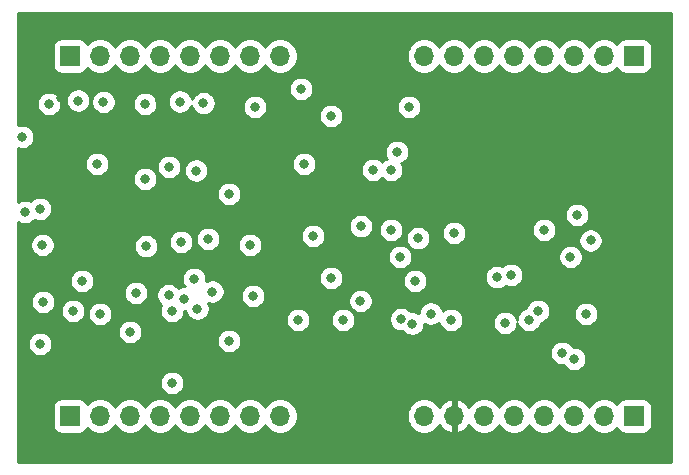
<source format=gbr>
%TF.GenerationSoftware,KiCad,Pcbnew,(5.1.10-1-10_14)*%
%TF.CreationDate,2021-12-18T11:30:40-05:00*%
%TF.ProjectId,Arithmetic,41726974-686d-4657-9469-632e6b696361,rev?*%
%TF.SameCoordinates,Original*%
%TF.FileFunction,Copper,L2,Inr*%
%TF.FilePolarity,Positive*%
%FSLAX46Y46*%
G04 Gerber Fmt 4.6, Leading zero omitted, Abs format (unit mm)*
G04 Created by KiCad (PCBNEW (5.1.10-1-10_14)) date 2021-12-18 11:30:40*
%MOMM*%
%LPD*%
G01*
G04 APERTURE LIST*
%TA.AperFunction,ComponentPad*%
%ADD10R,1.700000X1.700000*%
%TD*%
%TA.AperFunction,ComponentPad*%
%ADD11O,1.700000X1.700000*%
%TD*%
%TA.AperFunction,ViaPad*%
%ADD12C,0.800000*%
%TD*%
%TA.AperFunction,Conductor*%
%ADD13C,0.254000*%
%TD*%
%TA.AperFunction,Conductor*%
%ADD14C,0.100000*%
%TD*%
G04 APERTURE END LIST*
D10*
%TO.N,~ADDER_OUT*%
%TO.C,J4*%
X156718000Y-78232000D03*
D11*
%TO.N,TWOS_COMP*%
X154178000Y-78232000D03*
%TO.N,ADC_SBB*%
X151638000Y-78232000D03*
%TO.N,CARRY_FLAG_IN*%
X149098000Y-78232000D03*
%TO.N,OP_MUX_SEL*%
X146558000Y-78232000D03*
%TO.N,ADDER_CARRY_OUT*%
X144018000Y-78232000D03*
%TO.N,GND*%
X141478000Y-78232000D03*
%TO.N,VCC*%
X138938000Y-78232000D03*
%TD*%
%TO.N,SUM0*%
%TO.C,J3*%
X138938000Y-47752000D03*
%TO.N,SUM1*%
X141478000Y-47752000D03*
%TO.N,SUM2*%
X144018000Y-47752000D03*
%TO.N,SUM3*%
X146558000Y-47752000D03*
%TO.N,SUM4*%
X149098000Y-47752000D03*
%TO.N,SUM5*%
X151638000Y-47752000D03*
%TO.N,SUM6*%
X154178000Y-47752000D03*
D10*
%TO.N,SUM7*%
X156718000Y-47752000D03*
%TD*%
D11*
%TO.N,B7*%
%TO.C,J2*%
X126746000Y-47752000D03*
%TO.N,B6*%
X124206000Y-47752000D03*
%TO.N,B5*%
X121666000Y-47752000D03*
%TO.N,B4*%
X119126000Y-47752000D03*
%TO.N,B3*%
X116586000Y-47752000D03*
%TO.N,B2*%
X114046000Y-47752000D03*
%TO.N,B1*%
X111506000Y-47752000D03*
D10*
%TO.N,B0*%
X108966000Y-47752000D03*
%TD*%
D11*
%TO.N,A7*%
%TO.C,J1*%
X126746000Y-78232000D03*
%TO.N,A6*%
X124206000Y-78232000D03*
%TO.N,A5*%
X121666000Y-78232000D03*
%TO.N,A4*%
X119126000Y-78232000D03*
%TO.N,A3*%
X116586000Y-78232000D03*
%TO.N,A2*%
X114046000Y-78232000D03*
%TO.N,A1*%
X111506000Y-78232000D03*
D10*
%TO.N,A0*%
X108966000Y-78232000D03*
%TD*%
D12*
%TO.N,A7*%
X145099732Y-66486010D03*
X137922000Y-70419990D03*
%TO.N,A6*%
X138176000Y-66802000D03*
X137003594Y-70024319D03*
%TO.N,A3*%
X117602000Y-75438000D03*
X124460000Y-68072000D03*
X131064000Y-66548000D03*
%TO.N,VCC*%
X107188000Y-51816000D03*
X111252000Y-56896000D03*
X109639534Y-51534040D03*
X111775442Y-51646020D03*
X115316000Y-51816000D03*
X117348000Y-57150000D03*
X106618010Y-63754000D03*
X119643010Y-57449071D03*
X118254876Y-51616548D03*
X120247733Y-51754010D03*
X115400021Y-63857500D03*
X124610500Y-52070000D03*
X131064000Y-52832000D03*
X137668000Y-52070000D03*
X138430000Y-63184010D03*
X128524000Y-50546000D03*
X141478000Y-62738000D03*
X124206000Y-63754000D03*
X106412977Y-60692977D03*
X104902000Y-54610000D03*
X153031000Y-63369000D03*
X152654000Y-69596000D03*
%TO.N,GND*%
X108204000Y-51308000D03*
X113215500Y-58996500D03*
X122174000Y-57658000D03*
X113284000Y-70104000D03*
X116586000Y-51562000D03*
X125984000Y-51816000D03*
X130556000Y-57912000D03*
X137414000Y-57898500D03*
X142240000Y-56134000D03*
X149600000Y-71622000D03*
X136144000Y-71882000D03*
X121985732Y-70019979D03*
X148590000Y-61214000D03*
X107442000Y-57150000D03*
X157988000Y-68072000D03*
%TO.N,ADDER_CARRY_OUT*%
X149098000Y-62484000D03*
%TO.N,OP_MUX_SEL*%
X115316000Y-58166000D03*
X105155990Y-60960000D03*
%TO.N,CARRY_FLAG_IN*%
X150622000Y-72898000D03*
X151322010Y-64770000D03*
%TO.N,ADC_SBB*%
X151892000Y-61214000D03*
X151638000Y-73406000D03*
%TO.N,TWOS_COMP*%
X114046000Y-71120000D03*
X118364000Y-63500000D03*
X106425986Y-72136000D03*
X106680000Y-68580000D03*
%TO.N,Net-(U2-Pad9)*%
X119470423Y-66620182D03*
X122428000Y-59436000D03*
%TO.N,Net-(U2-Pad7)*%
X117301322Y-67991728D03*
X119748983Y-69149990D03*
%TO.N,OP3*%
X109982000Y-66802000D03*
X120649980Y-63246000D03*
%TO.N,OP2*%
X114540500Y-67818000D03*
X121017982Y-67704018D03*
%TO.N,OP1*%
X111506000Y-69596000D03*
X128270000Y-70104000D03*
%TO.N,OP0*%
X109220000Y-69342000D03*
X132080000Y-70104000D03*
%TO.N,OP7*%
X146304000Y-66294000D03*
X118587257Y-68295257D03*
%TO.N,OP6*%
X129540000Y-62992000D03*
X136144000Y-62483994D03*
%TO.N,OP5*%
X122428000Y-71882000D03*
X141224000Y-70104000D03*
%TO.N,OP4*%
X117602000Y-69342000D03*
X145796000Y-70358000D03*
%TO.N,Net-(U5-Pad9)*%
X147828000Y-70104000D03*
X136906000Y-64770000D03*
%TO.N,ADDER_CARRY_IN*%
X133550880Y-68495216D03*
X133573312Y-62168010D03*
%TO.N,Net-(U6-Pad1)*%
X139501522Y-69566513D03*
X148589994Y-69342000D03*
%TO.N,Net-(U32-Pad4)*%
X134620000Y-57404000D03*
X128778000Y-56896000D03*
%TO.N,Net-(U33-Pad6)*%
X136144000Y-57404000D03*
X136652000Y-55880000D03*
%TD*%
D13*
%TO.N,GND*%
X159868001Y-46195572D02*
X159868000Y-46195582D01*
X159868001Y-80231572D01*
X159868000Y-80231582D01*
X159868001Y-81501571D01*
X159868000Y-81501581D01*
X159868000Y-82144000D01*
X104546000Y-82144000D01*
X104546000Y-77382000D01*
X107477928Y-77382000D01*
X107477928Y-79082000D01*
X107490188Y-79206482D01*
X107526498Y-79326180D01*
X107585463Y-79436494D01*
X107664815Y-79533185D01*
X107761506Y-79612537D01*
X107871820Y-79671502D01*
X107991518Y-79707812D01*
X108116000Y-79720072D01*
X109816000Y-79720072D01*
X109940482Y-79707812D01*
X110060180Y-79671502D01*
X110170494Y-79612537D01*
X110267185Y-79533185D01*
X110346537Y-79436494D01*
X110405502Y-79326180D01*
X110427513Y-79253620D01*
X110559368Y-79385475D01*
X110802589Y-79547990D01*
X111072842Y-79659932D01*
X111359740Y-79717000D01*
X111652260Y-79717000D01*
X111939158Y-79659932D01*
X112209411Y-79547990D01*
X112452632Y-79385475D01*
X112659475Y-79178632D01*
X112776000Y-79004240D01*
X112892525Y-79178632D01*
X113099368Y-79385475D01*
X113342589Y-79547990D01*
X113612842Y-79659932D01*
X113899740Y-79717000D01*
X114192260Y-79717000D01*
X114479158Y-79659932D01*
X114749411Y-79547990D01*
X114992632Y-79385475D01*
X115199475Y-79178632D01*
X115316000Y-79004240D01*
X115432525Y-79178632D01*
X115639368Y-79385475D01*
X115882589Y-79547990D01*
X116152842Y-79659932D01*
X116439740Y-79717000D01*
X116732260Y-79717000D01*
X117019158Y-79659932D01*
X117289411Y-79547990D01*
X117532632Y-79385475D01*
X117739475Y-79178632D01*
X117856000Y-79004240D01*
X117972525Y-79178632D01*
X118179368Y-79385475D01*
X118422589Y-79547990D01*
X118692842Y-79659932D01*
X118979740Y-79717000D01*
X119272260Y-79717000D01*
X119559158Y-79659932D01*
X119829411Y-79547990D01*
X120072632Y-79385475D01*
X120279475Y-79178632D01*
X120396000Y-79004240D01*
X120512525Y-79178632D01*
X120719368Y-79385475D01*
X120962589Y-79547990D01*
X121232842Y-79659932D01*
X121519740Y-79717000D01*
X121812260Y-79717000D01*
X122099158Y-79659932D01*
X122369411Y-79547990D01*
X122612632Y-79385475D01*
X122819475Y-79178632D01*
X122936000Y-79004240D01*
X123052525Y-79178632D01*
X123259368Y-79385475D01*
X123502589Y-79547990D01*
X123772842Y-79659932D01*
X124059740Y-79717000D01*
X124352260Y-79717000D01*
X124639158Y-79659932D01*
X124909411Y-79547990D01*
X125152632Y-79385475D01*
X125359475Y-79178632D01*
X125476000Y-79004240D01*
X125592525Y-79178632D01*
X125799368Y-79385475D01*
X126042589Y-79547990D01*
X126312842Y-79659932D01*
X126599740Y-79717000D01*
X126892260Y-79717000D01*
X127179158Y-79659932D01*
X127449411Y-79547990D01*
X127692632Y-79385475D01*
X127899475Y-79178632D01*
X128061990Y-78935411D01*
X128173932Y-78665158D01*
X128231000Y-78378260D01*
X128231000Y-78085740D01*
X137453000Y-78085740D01*
X137453000Y-78378260D01*
X137510068Y-78665158D01*
X137622010Y-78935411D01*
X137784525Y-79178632D01*
X137991368Y-79385475D01*
X138234589Y-79547990D01*
X138504842Y-79659932D01*
X138791740Y-79717000D01*
X139084260Y-79717000D01*
X139371158Y-79659932D01*
X139641411Y-79547990D01*
X139884632Y-79385475D01*
X140091475Y-79178632D01*
X140213195Y-78996466D01*
X140282822Y-79113355D01*
X140477731Y-79329588D01*
X140711080Y-79503641D01*
X140973901Y-79628825D01*
X141121110Y-79673476D01*
X141351000Y-79552155D01*
X141351000Y-78359000D01*
X141331000Y-78359000D01*
X141331000Y-78105000D01*
X141351000Y-78105000D01*
X141351000Y-76911845D01*
X141605000Y-76911845D01*
X141605000Y-78105000D01*
X141625000Y-78105000D01*
X141625000Y-78359000D01*
X141605000Y-78359000D01*
X141605000Y-79552155D01*
X141834890Y-79673476D01*
X141982099Y-79628825D01*
X142244920Y-79503641D01*
X142478269Y-79329588D01*
X142673178Y-79113355D01*
X142742805Y-78996466D01*
X142864525Y-79178632D01*
X143071368Y-79385475D01*
X143314589Y-79547990D01*
X143584842Y-79659932D01*
X143871740Y-79717000D01*
X144164260Y-79717000D01*
X144451158Y-79659932D01*
X144721411Y-79547990D01*
X144964632Y-79385475D01*
X145171475Y-79178632D01*
X145288000Y-79004240D01*
X145404525Y-79178632D01*
X145611368Y-79385475D01*
X145854589Y-79547990D01*
X146124842Y-79659932D01*
X146411740Y-79717000D01*
X146704260Y-79717000D01*
X146991158Y-79659932D01*
X147261411Y-79547990D01*
X147504632Y-79385475D01*
X147711475Y-79178632D01*
X147828000Y-79004240D01*
X147944525Y-79178632D01*
X148151368Y-79385475D01*
X148394589Y-79547990D01*
X148664842Y-79659932D01*
X148951740Y-79717000D01*
X149244260Y-79717000D01*
X149531158Y-79659932D01*
X149801411Y-79547990D01*
X150044632Y-79385475D01*
X150251475Y-79178632D01*
X150368000Y-79004240D01*
X150484525Y-79178632D01*
X150691368Y-79385475D01*
X150934589Y-79547990D01*
X151204842Y-79659932D01*
X151491740Y-79717000D01*
X151784260Y-79717000D01*
X152071158Y-79659932D01*
X152341411Y-79547990D01*
X152584632Y-79385475D01*
X152791475Y-79178632D01*
X152908000Y-79004240D01*
X153024525Y-79178632D01*
X153231368Y-79385475D01*
X153474589Y-79547990D01*
X153744842Y-79659932D01*
X154031740Y-79717000D01*
X154324260Y-79717000D01*
X154611158Y-79659932D01*
X154881411Y-79547990D01*
X155124632Y-79385475D01*
X155256487Y-79253620D01*
X155278498Y-79326180D01*
X155337463Y-79436494D01*
X155416815Y-79533185D01*
X155513506Y-79612537D01*
X155623820Y-79671502D01*
X155743518Y-79707812D01*
X155868000Y-79720072D01*
X157568000Y-79720072D01*
X157692482Y-79707812D01*
X157812180Y-79671502D01*
X157922494Y-79612537D01*
X158019185Y-79533185D01*
X158098537Y-79436494D01*
X158157502Y-79326180D01*
X158193812Y-79206482D01*
X158206072Y-79082000D01*
X158206072Y-77382000D01*
X158193812Y-77257518D01*
X158157502Y-77137820D01*
X158098537Y-77027506D01*
X158019185Y-76930815D01*
X157922494Y-76851463D01*
X157812180Y-76792498D01*
X157692482Y-76756188D01*
X157568000Y-76743928D01*
X155868000Y-76743928D01*
X155743518Y-76756188D01*
X155623820Y-76792498D01*
X155513506Y-76851463D01*
X155416815Y-76930815D01*
X155337463Y-77027506D01*
X155278498Y-77137820D01*
X155256487Y-77210380D01*
X155124632Y-77078525D01*
X154881411Y-76916010D01*
X154611158Y-76804068D01*
X154324260Y-76747000D01*
X154031740Y-76747000D01*
X153744842Y-76804068D01*
X153474589Y-76916010D01*
X153231368Y-77078525D01*
X153024525Y-77285368D01*
X152908000Y-77459760D01*
X152791475Y-77285368D01*
X152584632Y-77078525D01*
X152341411Y-76916010D01*
X152071158Y-76804068D01*
X151784260Y-76747000D01*
X151491740Y-76747000D01*
X151204842Y-76804068D01*
X150934589Y-76916010D01*
X150691368Y-77078525D01*
X150484525Y-77285368D01*
X150368000Y-77459760D01*
X150251475Y-77285368D01*
X150044632Y-77078525D01*
X149801411Y-76916010D01*
X149531158Y-76804068D01*
X149244260Y-76747000D01*
X148951740Y-76747000D01*
X148664842Y-76804068D01*
X148394589Y-76916010D01*
X148151368Y-77078525D01*
X147944525Y-77285368D01*
X147828000Y-77459760D01*
X147711475Y-77285368D01*
X147504632Y-77078525D01*
X147261411Y-76916010D01*
X146991158Y-76804068D01*
X146704260Y-76747000D01*
X146411740Y-76747000D01*
X146124842Y-76804068D01*
X145854589Y-76916010D01*
X145611368Y-77078525D01*
X145404525Y-77285368D01*
X145288000Y-77459760D01*
X145171475Y-77285368D01*
X144964632Y-77078525D01*
X144721411Y-76916010D01*
X144451158Y-76804068D01*
X144164260Y-76747000D01*
X143871740Y-76747000D01*
X143584842Y-76804068D01*
X143314589Y-76916010D01*
X143071368Y-77078525D01*
X142864525Y-77285368D01*
X142742805Y-77467534D01*
X142673178Y-77350645D01*
X142478269Y-77134412D01*
X142244920Y-76960359D01*
X141982099Y-76835175D01*
X141834890Y-76790524D01*
X141605000Y-76911845D01*
X141351000Y-76911845D01*
X141121110Y-76790524D01*
X140973901Y-76835175D01*
X140711080Y-76960359D01*
X140477731Y-77134412D01*
X140282822Y-77350645D01*
X140213195Y-77467534D01*
X140091475Y-77285368D01*
X139884632Y-77078525D01*
X139641411Y-76916010D01*
X139371158Y-76804068D01*
X139084260Y-76747000D01*
X138791740Y-76747000D01*
X138504842Y-76804068D01*
X138234589Y-76916010D01*
X137991368Y-77078525D01*
X137784525Y-77285368D01*
X137622010Y-77528589D01*
X137510068Y-77798842D01*
X137453000Y-78085740D01*
X128231000Y-78085740D01*
X128173932Y-77798842D01*
X128061990Y-77528589D01*
X127899475Y-77285368D01*
X127692632Y-77078525D01*
X127449411Y-76916010D01*
X127179158Y-76804068D01*
X126892260Y-76747000D01*
X126599740Y-76747000D01*
X126312842Y-76804068D01*
X126042589Y-76916010D01*
X125799368Y-77078525D01*
X125592525Y-77285368D01*
X125476000Y-77459760D01*
X125359475Y-77285368D01*
X125152632Y-77078525D01*
X124909411Y-76916010D01*
X124639158Y-76804068D01*
X124352260Y-76747000D01*
X124059740Y-76747000D01*
X123772842Y-76804068D01*
X123502589Y-76916010D01*
X123259368Y-77078525D01*
X123052525Y-77285368D01*
X122936000Y-77459760D01*
X122819475Y-77285368D01*
X122612632Y-77078525D01*
X122369411Y-76916010D01*
X122099158Y-76804068D01*
X121812260Y-76747000D01*
X121519740Y-76747000D01*
X121232842Y-76804068D01*
X120962589Y-76916010D01*
X120719368Y-77078525D01*
X120512525Y-77285368D01*
X120396000Y-77459760D01*
X120279475Y-77285368D01*
X120072632Y-77078525D01*
X119829411Y-76916010D01*
X119559158Y-76804068D01*
X119272260Y-76747000D01*
X118979740Y-76747000D01*
X118692842Y-76804068D01*
X118422589Y-76916010D01*
X118179368Y-77078525D01*
X117972525Y-77285368D01*
X117856000Y-77459760D01*
X117739475Y-77285368D01*
X117532632Y-77078525D01*
X117289411Y-76916010D01*
X117019158Y-76804068D01*
X116732260Y-76747000D01*
X116439740Y-76747000D01*
X116152842Y-76804068D01*
X115882589Y-76916010D01*
X115639368Y-77078525D01*
X115432525Y-77285368D01*
X115316000Y-77459760D01*
X115199475Y-77285368D01*
X114992632Y-77078525D01*
X114749411Y-76916010D01*
X114479158Y-76804068D01*
X114192260Y-76747000D01*
X113899740Y-76747000D01*
X113612842Y-76804068D01*
X113342589Y-76916010D01*
X113099368Y-77078525D01*
X112892525Y-77285368D01*
X112776000Y-77459760D01*
X112659475Y-77285368D01*
X112452632Y-77078525D01*
X112209411Y-76916010D01*
X111939158Y-76804068D01*
X111652260Y-76747000D01*
X111359740Y-76747000D01*
X111072842Y-76804068D01*
X110802589Y-76916010D01*
X110559368Y-77078525D01*
X110427513Y-77210380D01*
X110405502Y-77137820D01*
X110346537Y-77027506D01*
X110267185Y-76930815D01*
X110170494Y-76851463D01*
X110060180Y-76792498D01*
X109940482Y-76756188D01*
X109816000Y-76743928D01*
X108116000Y-76743928D01*
X107991518Y-76756188D01*
X107871820Y-76792498D01*
X107761506Y-76851463D01*
X107664815Y-76930815D01*
X107585463Y-77027506D01*
X107526498Y-77137820D01*
X107490188Y-77257518D01*
X107477928Y-77382000D01*
X104546000Y-77382000D01*
X104546000Y-75336061D01*
X116567000Y-75336061D01*
X116567000Y-75539939D01*
X116606774Y-75739898D01*
X116684795Y-75928256D01*
X116798063Y-76097774D01*
X116942226Y-76241937D01*
X117111744Y-76355205D01*
X117300102Y-76433226D01*
X117500061Y-76473000D01*
X117703939Y-76473000D01*
X117903898Y-76433226D01*
X118092256Y-76355205D01*
X118261774Y-76241937D01*
X118405937Y-76097774D01*
X118519205Y-75928256D01*
X118597226Y-75739898D01*
X118637000Y-75539939D01*
X118637000Y-75336061D01*
X118597226Y-75136102D01*
X118519205Y-74947744D01*
X118405937Y-74778226D01*
X118261774Y-74634063D01*
X118092256Y-74520795D01*
X117903898Y-74442774D01*
X117703939Y-74403000D01*
X117500061Y-74403000D01*
X117300102Y-74442774D01*
X117111744Y-74520795D01*
X116942226Y-74634063D01*
X116798063Y-74778226D01*
X116684795Y-74947744D01*
X116606774Y-75136102D01*
X116567000Y-75336061D01*
X104546000Y-75336061D01*
X104546000Y-72034061D01*
X105390986Y-72034061D01*
X105390986Y-72237939D01*
X105430760Y-72437898D01*
X105508781Y-72626256D01*
X105622049Y-72795774D01*
X105766212Y-72939937D01*
X105935730Y-73053205D01*
X106124088Y-73131226D01*
X106324047Y-73171000D01*
X106527925Y-73171000D01*
X106727884Y-73131226D01*
X106916242Y-73053205D01*
X107085760Y-72939937D01*
X107229923Y-72795774D01*
X107343191Y-72626256D01*
X107421212Y-72437898D01*
X107460986Y-72237939D01*
X107460986Y-72034061D01*
X107421212Y-71834102D01*
X107343191Y-71645744D01*
X107229923Y-71476226D01*
X107085760Y-71332063D01*
X106916242Y-71218795D01*
X106727884Y-71140774D01*
X106527925Y-71101000D01*
X106324047Y-71101000D01*
X106124088Y-71140774D01*
X105935730Y-71218795D01*
X105766212Y-71332063D01*
X105622049Y-71476226D01*
X105508781Y-71645744D01*
X105430760Y-71834102D01*
X105390986Y-72034061D01*
X104546000Y-72034061D01*
X104546000Y-71018061D01*
X113011000Y-71018061D01*
X113011000Y-71221939D01*
X113050774Y-71421898D01*
X113128795Y-71610256D01*
X113242063Y-71779774D01*
X113386226Y-71923937D01*
X113555744Y-72037205D01*
X113744102Y-72115226D01*
X113944061Y-72155000D01*
X114147939Y-72155000D01*
X114347898Y-72115226D01*
X114536256Y-72037205D01*
X114705774Y-71923937D01*
X114849650Y-71780061D01*
X121393000Y-71780061D01*
X121393000Y-71983939D01*
X121432774Y-72183898D01*
X121510795Y-72372256D01*
X121624063Y-72541774D01*
X121768226Y-72685937D01*
X121937744Y-72799205D01*
X122126102Y-72877226D01*
X122326061Y-72917000D01*
X122529939Y-72917000D01*
X122729898Y-72877226D01*
X122918256Y-72799205D01*
X122922961Y-72796061D01*
X149587000Y-72796061D01*
X149587000Y-72999939D01*
X149626774Y-73199898D01*
X149704795Y-73388256D01*
X149818063Y-73557774D01*
X149962226Y-73701937D01*
X150131744Y-73815205D01*
X150320102Y-73893226D01*
X150520061Y-73933000D01*
X150723939Y-73933000D01*
X150742835Y-73929241D01*
X150834063Y-74065774D01*
X150978226Y-74209937D01*
X151147744Y-74323205D01*
X151336102Y-74401226D01*
X151536061Y-74441000D01*
X151739939Y-74441000D01*
X151939898Y-74401226D01*
X152128256Y-74323205D01*
X152297774Y-74209937D01*
X152441937Y-74065774D01*
X152555205Y-73896256D01*
X152633226Y-73707898D01*
X152673000Y-73507939D01*
X152673000Y-73304061D01*
X152633226Y-73104102D01*
X152555205Y-72915744D01*
X152441937Y-72746226D01*
X152297774Y-72602063D01*
X152128256Y-72488795D01*
X151939898Y-72410774D01*
X151739939Y-72371000D01*
X151536061Y-72371000D01*
X151517165Y-72374759D01*
X151425937Y-72238226D01*
X151281774Y-72094063D01*
X151112256Y-71980795D01*
X150923898Y-71902774D01*
X150723939Y-71863000D01*
X150520061Y-71863000D01*
X150320102Y-71902774D01*
X150131744Y-71980795D01*
X149962226Y-72094063D01*
X149818063Y-72238226D01*
X149704795Y-72407744D01*
X149626774Y-72596102D01*
X149587000Y-72796061D01*
X122922961Y-72796061D01*
X123087774Y-72685937D01*
X123231937Y-72541774D01*
X123345205Y-72372256D01*
X123423226Y-72183898D01*
X123463000Y-71983939D01*
X123463000Y-71780061D01*
X123423226Y-71580102D01*
X123345205Y-71391744D01*
X123231937Y-71222226D01*
X123087774Y-71078063D01*
X122918256Y-70964795D01*
X122729898Y-70886774D01*
X122529939Y-70847000D01*
X122326061Y-70847000D01*
X122126102Y-70886774D01*
X121937744Y-70964795D01*
X121768226Y-71078063D01*
X121624063Y-71222226D01*
X121510795Y-71391744D01*
X121432774Y-71580102D01*
X121393000Y-71780061D01*
X114849650Y-71780061D01*
X114849937Y-71779774D01*
X114963205Y-71610256D01*
X115041226Y-71421898D01*
X115081000Y-71221939D01*
X115081000Y-71018061D01*
X115041226Y-70818102D01*
X114963205Y-70629744D01*
X114849937Y-70460226D01*
X114705774Y-70316063D01*
X114536256Y-70202795D01*
X114347898Y-70124774D01*
X114147939Y-70085000D01*
X113944061Y-70085000D01*
X113744102Y-70124774D01*
X113555744Y-70202795D01*
X113386226Y-70316063D01*
X113242063Y-70460226D01*
X113128795Y-70629744D01*
X113050774Y-70818102D01*
X113011000Y-71018061D01*
X104546000Y-71018061D01*
X104546000Y-68478061D01*
X105645000Y-68478061D01*
X105645000Y-68681939D01*
X105684774Y-68881898D01*
X105762795Y-69070256D01*
X105876063Y-69239774D01*
X106020226Y-69383937D01*
X106189744Y-69497205D01*
X106378102Y-69575226D01*
X106578061Y-69615000D01*
X106781939Y-69615000D01*
X106981898Y-69575226D01*
X107170256Y-69497205D01*
X107339774Y-69383937D01*
X107483650Y-69240061D01*
X108185000Y-69240061D01*
X108185000Y-69443939D01*
X108224774Y-69643898D01*
X108302795Y-69832256D01*
X108416063Y-70001774D01*
X108560226Y-70145937D01*
X108729744Y-70259205D01*
X108918102Y-70337226D01*
X109118061Y-70377000D01*
X109321939Y-70377000D01*
X109521898Y-70337226D01*
X109710256Y-70259205D01*
X109879774Y-70145937D01*
X110023937Y-70001774D01*
X110137205Y-69832256D01*
X110215226Y-69643898D01*
X110245030Y-69494061D01*
X110471000Y-69494061D01*
X110471000Y-69697939D01*
X110510774Y-69897898D01*
X110588795Y-70086256D01*
X110702063Y-70255774D01*
X110846226Y-70399937D01*
X111015744Y-70513205D01*
X111204102Y-70591226D01*
X111404061Y-70631000D01*
X111607939Y-70631000D01*
X111807898Y-70591226D01*
X111996256Y-70513205D01*
X112165774Y-70399937D01*
X112309937Y-70255774D01*
X112423205Y-70086256D01*
X112501226Y-69897898D01*
X112541000Y-69697939D01*
X112541000Y-69494061D01*
X112501226Y-69294102D01*
X112423205Y-69105744D01*
X112309937Y-68936226D01*
X112165774Y-68792063D01*
X111996256Y-68678795D01*
X111807898Y-68600774D01*
X111607939Y-68561000D01*
X111404061Y-68561000D01*
X111204102Y-68600774D01*
X111015744Y-68678795D01*
X110846226Y-68792063D01*
X110702063Y-68936226D01*
X110588795Y-69105744D01*
X110510774Y-69294102D01*
X110471000Y-69494061D01*
X110245030Y-69494061D01*
X110255000Y-69443939D01*
X110255000Y-69240061D01*
X110215226Y-69040102D01*
X110137205Y-68851744D01*
X110023937Y-68682226D01*
X109879774Y-68538063D01*
X109710256Y-68424795D01*
X109521898Y-68346774D01*
X109321939Y-68307000D01*
X109118061Y-68307000D01*
X108918102Y-68346774D01*
X108729744Y-68424795D01*
X108560226Y-68538063D01*
X108416063Y-68682226D01*
X108302795Y-68851744D01*
X108224774Y-69040102D01*
X108185000Y-69240061D01*
X107483650Y-69240061D01*
X107483937Y-69239774D01*
X107597205Y-69070256D01*
X107675226Y-68881898D01*
X107715000Y-68681939D01*
X107715000Y-68478061D01*
X107675226Y-68278102D01*
X107597205Y-68089744D01*
X107483937Y-67920226D01*
X107339774Y-67776063D01*
X107170256Y-67662795D01*
X106981898Y-67584774D01*
X106781939Y-67545000D01*
X106578061Y-67545000D01*
X106378102Y-67584774D01*
X106189744Y-67662795D01*
X106020226Y-67776063D01*
X105876063Y-67920226D01*
X105762795Y-68089744D01*
X105684774Y-68278102D01*
X105645000Y-68478061D01*
X104546000Y-68478061D01*
X104546000Y-66700061D01*
X108947000Y-66700061D01*
X108947000Y-66903939D01*
X108986774Y-67103898D01*
X109064795Y-67292256D01*
X109178063Y-67461774D01*
X109322226Y-67605937D01*
X109491744Y-67719205D01*
X109680102Y-67797226D01*
X109880061Y-67837000D01*
X110083939Y-67837000D01*
X110283898Y-67797226D01*
X110472256Y-67719205D01*
X110476961Y-67716061D01*
X113505500Y-67716061D01*
X113505500Y-67919939D01*
X113545274Y-68119898D01*
X113623295Y-68308256D01*
X113736563Y-68477774D01*
X113880726Y-68621937D01*
X114050244Y-68735205D01*
X114238602Y-68813226D01*
X114438561Y-68853000D01*
X114642439Y-68853000D01*
X114842398Y-68813226D01*
X115030756Y-68735205D01*
X115200274Y-68621937D01*
X115344437Y-68477774D01*
X115457705Y-68308256D01*
X115535726Y-68119898D01*
X115575500Y-67919939D01*
X115575500Y-67889789D01*
X116266322Y-67889789D01*
X116266322Y-68093667D01*
X116306096Y-68293626D01*
X116384117Y-68481984D01*
X116497385Y-68651502D01*
X116641548Y-68795665D01*
X116697352Y-68832952D01*
X116684795Y-68851744D01*
X116606774Y-69040102D01*
X116567000Y-69240061D01*
X116567000Y-69443939D01*
X116606774Y-69643898D01*
X116684795Y-69832256D01*
X116798063Y-70001774D01*
X116942226Y-70145937D01*
X117111744Y-70259205D01*
X117300102Y-70337226D01*
X117500061Y-70377000D01*
X117703939Y-70377000D01*
X117903898Y-70337226D01*
X118092256Y-70259205D01*
X118261774Y-70145937D01*
X118405937Y-70001774D01*
X118519205Y-69832256D01*
X118597226Y-69643898D01*
X118637000Y-69443939D01*
X118637000Y-69330257D01*
X118689196Y-69330257D01*
X118728027Y-69322533D01*
X118753757Y-69451888D01*
X118831778Y-69640246D01*
X118945046Y-69809764D01*
X119089209Y-69953927D01*
X119258727Y-70067195D01*
X119447085Y-70145216D01*
X119647044Y-70184990D01*
X119850922Y-70184990D01*
X120050881Y-70145216D01*
X120239239Y-70067195D01*
X120336719Y-70002061D01*
X127235000Y-70002061D01*
X127235000Y-70205939D01*
X127274774Y-70405898D01*
X127352795Y-70594256D01*
X127466063Y-70763774D01*
X127610226Y-70907937D01*
X127779744Y-71021205D01*
X127968102Y-71099226D01*
X128168061Y-71139000D01*
X128371939Y-71139000D01*
X128571898Y-71099226D01*
X128760256Y-71021205D01*
X128929774Y-70907937D01*
X129073937Y-70763774D01*
X129187205Y-70594256D01*
X129265226Y-70405898D01*
X129305000Y-70205939D01*
X129305000Y-70002061D01*
X131045000Y-70002061D01*
X131045000Y-70205939D01*
X131084774Y-70405898D01*
X131162795Y-70594256D01*
X131276063Y-70763774D01*
X131420226Y-70907937D01*
X131589744Y-71021205D01*
X131778102Y-71099226D01*
X131978061Y-71139000D01*
X132181939Y-71139000D01*
X132381898Y-71099226D01*
X132570256Y-71021205D01*
X132739774Y-70907937D01*
X132883937Y-70763774D01*
X132997205Y-70594256D01*
X133075226Y-70405898D01*
X133115000Y-70205939D01*
X133115000Y-70002061D01*
X133099151Y-69922380D01*
X135968594Y-69922380D01*
X135968594Y-70126258D01*
X136008368Y-70326217D01*
X136086389Y-70514575D01*
X136199657Y-70684093D01*
X136343820Y-70828256D01*
X136513338Y-70941524D01*
X136701696Y-71019545D01*
X136901655Y-71059319D01*
X137104402Y-71059319D01*
X137118063Y-71079764D01*
X137262226Y-71223927D01*
X137431744Y-71337195D01*
X137620102Y-71415216D01*
X137820061Y-71454990D01*
X138023939Y-71454990D01*
X138223898Y-71415216D01*
X138412256Y-71337195D01*
X138581774Y-71223927D01*
X138725937Y-71079764D01*
X138839205Y-70910246D01*
X138917226Y-70721888D01*
X138957000Y-70521929D01*
X138957000Y-70447459D01*
X139011266Y-70483718D01*
X139199624Y-70561739D01*
X139399583Y-70601513D01*
X139603461Y-70601513D01*
X139803420Y-70561739D01*
X139991778Y-70483718D01*
X140161296Y-70370450D01*
X140211698Y-70320048D01*
X140228774Y-70405898D01*
X140306795Y-70594256D01*
X140420063Y-70763774D01*
X140564226Y-70907937D01*
X140733744Y-71021205D01*
X140922102Y-71099226D01*
X141122061Y-71139000D01*
X141325939Y-71139000D01*
X141525898Y-71099226D01*
X141714256Y-71021205D01*
X141883774Y-70907937D01*
X142027937Y-70763774D01*
X142141205Y-70594256D01*
X142219226Y-70405898D01*
X142249030Y-70256061D01*
X144761000Y-70256061D01*
X144761000Y-70459939D01*
X144800774Y-70659898D01*
X144878795Y-70848256D01*
X144992063Y-71017774D01*
X145136226Y-71161937D01*
X145305744Y-71275205D01*
X145494102Y-71353226D01*
X145694061Y-71393000D01*
X145897939Y-71393000D01*
X146097898Y-71353226D01*
X146286256Y-71275205D01*
X146455774Y-71161937D01*
X146599937Y-71017774D01*
X146713205Y-70848256D01*
X146791226Y-70659898D01*
X146831000Y-70459939D01*
X146831000Y-70396979D01*
X146832774Y-70405898D01*
X146910795Y-70594256D01*
X147024063Y-70763774D01*
X147168226Y-70907937D01*
X147337744Y-71021205D01*
X147526102Y-71099226D01*
X147726061Y-71139000D01*
X147929939Y-71139000D01*
X148129898Y-71099226D01*
X148318256Y-71021205D01*
X148487774Y-70907937D01*
X148631937Y-70763774D01*
X148745205Y-70594256D01*
X148823226Y-70405898D01*
X148834620Y-70348618D01*
X148891892Y-70337226D01*
X149080250Y-70259205D01*
X149249768Y-70145937D01*
X149393931Y-70001774D01*
X149507199Y-69832256D01*
X149585220Y-69643898D01*
X149615024Y-69494061D01*
X151619000Y-69494061D01*
X151619000Y-69697939D01*
X151658774Y-69897898D01*
X151736795Y-70086256D01*
X151850063Y-70255774D01*
X151994226Y-70399937D01*
X152163744Y-70513205D01*
X152352102Y-70591226D01*
X152552061Y-70631000D01*
X152755939Y-70631000D01*
X152955898Y-70591226D01*
X153144256Y-70513205D01*
X153313774Y-70399937D01*
X153457937Y-70255774D01*
X153571205Y-70086256D01*
X153649226Y-69897898D01*
X153689000Y-69697939D01*
X153689000Y-69494061D01*
X153649226Y-69294102D01*
X153571205Y-69105744D01*
X153457937Y-68936226D01*
X153313774Y-68792063D01*
X153144256Y-68678795D01*
X152955898Y-68600774D01*
X152755939Y-68561000D01*
X152552061Y-68561000D01*
X152352102Y-68600774D01*
X152163744Y-68678795D01*
X151994226Y-68792063D01*
X151850063Y-68936226D01*
X151736795Y-69105744D01*
X151658774Y-69294102D01*
X151619000Y-69494061D01*
X149615024Y-69494061D01*
X149624994Y-69443939D01*
X149624994Y-69240061D01*
X149585220Y-69040102D01*
X149507199Y-68851744D01*
X149393931Y-68682226D01*
X149249768Y-68538063D01*
X149080250Y-68424795D01*
X148891892Y-68346774D01*
X148691933Y-68307000D01*
X148488055Y-68307000D01*
X148288096Y-68346774D01*
X148099738Y-68424795D01*
X147930220Y-68538063D01*
X147786057Y-68682226D01*
X147672789Y-68851744D01*
X147594768Y-69040102D01*
X147583374Y-69097382D01*
X147526102Y-69108774D01*
X147337744Y-69186795D01*
X147168226Y-69300063D01*
X147024063Y-69444226D01*
X146910795Y-69613744D01*
X146832774Y-69802102D01*
X146793000Y-70002061D01*
X146793000Y-70065021D01*
X146791226Y-70056102D01*
X146713205Y-69867744D01*
X146599937Y-69698226D01*
X146455774Y-69554063D01*
X146286256Y-69440795D01*
X146097898Y-69362774D01*
X145897939Y-69323000D01*
X145694061Y-69323000D01*
X145494102Y-69362774D01*
X145305744Y-69440795D01*
X145136226Y-69554063D01*
X144992063Y-69698226D01*
X144878795Y-69867744D01*
X144800774Y-70056102D01*
X144761000Y-70256061D01*
X142249030Y-70256061D01*
X142259000Y-70205939D01*
X142259000Y-70002061D01*
X142219226Y-69802102D01*
X142141205Y-69613744D01*
X142027937Y-69444226D01*
X141883774Y-69300063D01*
X141714256Y-69186795D01*
X141525898Y-69108774D01*
X141325939Y-69069000D01*
X141122061Y-69069000D01*
X140922102Y-69108774D01*
X140733744Y-69186795D01*
X140564226Y-69300063D01*
X140513824Y-69350465D01*
X140496748Y-69264615D01*
X140418727Y-69076257D01*
X140305459Y-68906739D01*
X140161296Y-68762576D01*
X139991778Y-68649308D01*
X139803420Y-68571287D01*
X139603461Y-68531513D01*
X139399583Y-68531513D01*
X139199624Y-68571287D01*
X139011266Y-68649308D01*
X138841748Y-68762576D01*
X138697585Y-68906739D01*
X138584317Y-69076257D01*
X138506296Y-69264615D01*
X138466522Y-69464574D01*
X138466522Y-69539044D01*
X138412256Y-69502785D01*
X138223898Y-69424764D01*
X138023939Y-69384990D01*
X137821192Y-69384990D01*
X137807531Y-69364545D01*
X137663368Y-69220382D01*
X137493850Y-69107114D01*
X137305492Y-69029093D01*
X137105533Y-68989319D01*
X136901655Y-68989319D01*
X136701696Y-69029093D01*
X136513338Y-69107114D01*
X136343820Y-69220382D01*
X136199657Y-69364545D01*
X136086389Y-69534063D01*
X136008368Y-69722421D01*
X135968594Y-69922380D01*
X133099151Y-69922380D01*
X133075226Y-69802102D01*
X132997205Y-69613744D01*
X132883937Y-69444226D01*
X132739774Y-69300063D01*
X132570256Y-69186795D01*
X132381898Y-69108774D01*
X132181939Y-69069000D01*
X131978061Y-69069000D01*
X131778102Y-69108774D01*
X131589744Y-69186795D01*
X131420226Y-69300063D01*
X131276063Y-69444226D01*
X131162795Y-69613744D01*
X131084774Y-69802102D01*
X131045000Y-70002061D01*
X129305000Y-70002061D01*
X129265226Y-69802102D01*
X129187205Y-69613744D01*
X129073937Y-69444226D01*
X128929774Y-69300063D01*
X128760256Y-69186795D01*
X128571898Y-69108774D01*
X128371939Y-69069000D01*
X128168061Y-69069000D01*
X127968102Y-69108774D01*
X127779744Y-69186795D01*
X127610226Y-69300063D01*
X127466063Y-69444226D01*
X127352795Y-69613744D01*
X127274774Y-69802102D01*
X127235000Y-70002061D01*
X120336719Y-70002061D01*
X120408757Y-69953927D01*
X120552920Y-69809764D01*
X120666188Y-69640246D01*
X120744209Y-69451888D01*
X120783983Y-69251929D01*
X120783983Y-69048051D01*
X120744209Y-68848092D01*
X120675609Y-68682479D01*
X120716084Y-68699244D01*
X120916043Y-68739018D01*
X121119921Y-68739018D01*
X121319880Y-68699244D01*
X121508238Y-68621223D01*
X121677756Y-68507955D01*
X121821919Y-68363792D01*
X121935187Y-68194274D01*
X122013208Y-68005916D01*
X122020339Y-67970061D01*
X123425000Y-67970061D01*
X123425000Y-68173939D01*
X123464774Y-68373898D01*
X123542795Y-68562256D01*
X123656063Y-68731774D01*
X123800226Y-68875937D01*
X123969744Y-68989205D01*
X124158102Y-69067226D01*
X124358061Y-69107000D01*
X124561939Y-69107000D01*
X124761898Y-69067226D01*
X124950256Y-68989205D01*
X125119774Y-68875937D01*
X125263937Y-68731774D01*
X125377205Y-68562256D01*
X125447198Y-68393277D01*
X132515880Y-68393277D01*
X132515880Y-68597155D01*
X132555654Y-68797114D01*
X132633675Y-68985472D01*
X132746943Y-69154990D01*
X132891106Y-69299153D01*
X133060624Y-69412421D01*
X133248982Y-69490442D01*
X133448941Y-69530216D01*
X133652819Y-69530216D01*
X133852778Y-69490442D01*
X134041136Y-69412421D01*
X134210654Y-69299153D01*
X134354817Y-69154990D01*
X134468085Y-68985472D01*
X134546106Y-68797114D01*
X134585880Y-68597155D01*
X134585880Y-68393277D01*
X134546106Y-68193318D01*
X134468085Y-68004960D01*
X134354817Y-67835442D01*
X134210654Y-67691279D01*
X134041136Y-67578011D01*
X133852778Y-67499990D01*
X133652819Y-67460216D01*
X133448941Y-67460216D01*
X133248982Y-67499990D01*
X133060624Y-67578011D01*
X132891106Y-67691279D01*
X132746943Y-67835442D01*
X132633675Y-68004960D01*
X132555654Y-68193318D01*
X132515880Y-68393277D01*
X125447198Y-68393277D01*
X125455226Y-68373898D01*
X125495000Y-68173939D01*
X125495000Y-67970061D01*
X125455226Y-67770102D01*
X125377205Y-67581744D01*
X125263937Y-67412226D01*
X125119774Y-67268063D01*
X124950256Y-67154795D01*
X124761898Y-67076774D01*
X124561939Y-67037000D01*
X124358061Y-67037000D01*
X124158102Y-67076774D01*
X123969744Y-67154795D01*
X123800226Y-67268063D01*
X123656063Y-67412226D01*
X123542795Y-67581744D01*
X123464774Y-67770102D01*
X123425000Y-67970061D01*
X122020339Y-67970061D01*
X122052982Y-67805957D01*
X122052982Y-67602079D01*
X122013208Y-67402120D01*
X121935187Y-67213762D01*
X121821919Y-67044244D01*
X121677756Y-66900081D01*
X121508238Y-66786813D01*
X121319880Y-66708792D01*
X121119921Y-66669018D01*
X120916043Y-66669018D01*
X120716084Y-66708792D01*
X120527726Y-66786813D01*
X120487164Y-66813916D01*
X120505423Y-66722121D01*
X120505423Y-66518243D01*
X120491066Y-66446061D01*
X130029000Y-66446061D01*
X130029000Y-66649939D01*
X130068774Y-66849898D01*
X130146795Y-67038256D01*
X130260063Y-67207774D01*
X130404226Y-67351937D01*
X130573744Y-67465205D01*
X130762102Y-67543226D01*
X130962061Y-67583000D01*
X131165939Y-67583000D01*
X131365898Y-67543226D01*
X131554256Y-67465205D01*
X131723774Y-67351937D01*
X131867937Y-67207774D01*
X131981205Y-67038256D01*
X132059226Y-66849898D01*
X132089030Y-66700061D01*
X137141000Y-66700061D01*
X137141000Y-66903939D01*
X137180774Y-67103898D01*
X137258795Y-67292256D01*
X137372063Y-67461774D01*
X137516226Y-67605937D01*
X137685744Y-67719205D01*
X137874102Y-67797226D01*
X138074061Y-67837000D01*
X138277939Y-67837000D01*
X138477898Y-67797226D01*
X138666256Y-67719205D01*
X138835774Y-67605937D01*
X138979937Y-67461774D01*
X139093205Y-67292256D01*
X139171226Y-67103898D01*
X139211000Y-66903939D01*
X139211000Y-66700061D01*
X139171226Y-66500102D01*
X139123165Y-66384071D01*
X144064732Y-66384071D01*
X144064732Y-66587949D01*
X144104506Y-66787908D01*
X144182527Y-66976266D01*
X144295795Y-67145784D01*
X144439958Y-67289947D01*
X144609476Y-67403215D01*
X144797834Y-67481236D01*
X144997793Y-67521010D01*
X145201671Y-67521010D01*
X145401630Y-67481236D01*
X145589988Y-67403215D01*
X145759506Y-67289947D01*
X145831071Y-67218382D01*
X146002102Y-67289226D01*
X146202061Y-67329000D01*
X146405939Y-67329000D01*
X146605898Y-67289226D01*
X146794256Y-67211205D01*
X146963774Y-67097937D01*
X147107937Y-66953774D01*
X147221205Y-66784256D01*
X147299226Y-66595898D01*
X147339000Y-66395939D01*
X147339000Y-66192061D01*
X147299226Y-65992102D01*
X147221205Y-65803744D01*
X147107937Y-65634226D01*
X146963774Y-65490063D01*
X146794256Y-65376795D01*
X146605898Y-65298774D01*
X146405939Y-65259000D01*
X146202061Y-65259000D01*
X146002102Y-65298774D01*
X145813744Y-65376795D01*
X145644226Y-65490063D01*
X145572661Y-65561628D01*
X145401630Y-65490784D01*
X145201671Y-65451010D01*
X144997793Y-65451010D01*
X144797834Y-65490784D01*
X144609476Y-65568805D01*
X144439958Y-65682073D01*
X144295795Y-65826236D01*
X144182527Y-65995754D01*
X144104506Y-66184112D01*
X144064732Y-66384071D01*
X139123165Y-66384071D01*
X139093205Y-66311744D01*
X138979937Y-66142226D01*
X138835774Y-65998063D01*
X138666256Y-65884795D01*
X138477898Y-65806774D01*
X138277939Y-65767000D01*
X138074061Y-65767000D01*
X137874102Y-65806774D01*
X137685744Y-65884795D01*
X137516226Y-65998063D01*
X137372063Y-66142226D01*
X137258795Y-66311744D01*
X137180774Y-66500102D01*
X137141000Y-66700061D01*
X132089030Y-66700061D01*
X132099000Y-66649939D01*
X132099000Y-66446061D01*
X132059226Y-66246102D01*
X131981205Y-66057744D01*
X131867937Y-65888226D01*
X131723774Y-65744063D01*
X131554256Y-65630795D01*
X131365898Y-65552774D01*
X131165939Y-65513000D01*
X130962061Y-65513000D01*
X130762102Y-65552774D01*
X130573744Y-65630795D01*
X130404226Y-65744063D01*
X130260063Y-65888226D01*
X130146795Y-66057744D01*
X130068774Y-66246102D01*
X130029000Y-66446061D01*
X120491066Y-66446061D01*
X120465649Y-66318284D01*
X120387628Y-66129926D01*
X120274360Y-65960408D01*
X120130197Y-65816245D01*
X119960679Y-65702977D01*
X119772321Y-65624956D01*
X119572362Y-65585182D01*
X119368484Y-65585182D01*
X119168525Y-65624956D01*
X118980167Y-65702977D01*
X118810649Y-65816245D01*
X118666486Y-65960408D01*
X118553218Y-66129926D01*
X118475197Y-66318284D01*
X118435423Y-66518243D01*
X118435423Y-66722121D01*
X118475197Y-66922080D01*
X118553218Y-67110438D01*
X118653324Y-67260257D01*
X118485318Y-67260257D01*
X118285359Y-67300031D01*
X118127594Y-67365380D01*
X118105259Y-67331954D01*
X117961096Y-67187791D01*
X117791578Y-67074523D01*
X117603220Y-66996502D01*
X117403261Y-66956728D01*
X117199383Y-66956728D01*
X116999424Y-66996502D01*
X116811066Y-67074523D01*
X116641548Y-67187791D01*
X116497385Y-67331954D01*
X116384117Y-67501472D01*
X116306096Y-67689830D01*
X116266322Y-67889789D01*
X115575500Y-67889789D01*
X115575500Y-67716061D01*
X115535726Y-67516102D01*
X115457705Y-67327744D01*
X115344437Y-67158226D01*
X115200274Y-67014063D01*
X115030756Y-66900795D01*
X114842398Y-66822774D01*
X114642439Y-66783000D01*
X114438561Y-66783000D01*
X114238602Y-66822774D01*
X114050244Y-66900795D01*
X113880726Y-67014063D01*
X113736563Y-67158226D01*
X113623295Y-67327744D01*
X113545274Y-67516102D01*
X113505500Y-67716061D01*
X110476961Y-67716061D01*
X110641774Y-67605937D01*
X110785937Y-67461774D01*
X110899205Y-67292256D01*
X110977226Y-67103898D01*
X111017000Y-66903939D01*
X111017000Y-66700061D01*
X110977226Y-66500102D01*
X110899205Y-66311744D01*
X110785937Y-66142226D01*
X110641774Y-65998063D01*
X110472256Y-65884795D01*
X110283898Y-65806774D01*
X110083939Y-65767000D01*
X109880061Y-65767000D01*
X109680102Y-65806774D01*
X109491744Y-65884795D01*
X109322226Y-65998063D01*
X109178063Y-66142226D01*
X109064795Y-66311744D01*
X108986774Y-66500102D01*
X108947000Y-66700061D01*
X104546000Y-66700061D01*
X104546000Y-63652061D01*
X105583010Y-63652061D01*
X105583010Y-63855939D01*
X105622784Y-64055898D01*
X105700805Y-64244256D01*
X105814073Y-64413774D01*
X105958236Y-64557937D01*
X106127754Y-64671205D01*
X106316112Y-64749226D01*
X106516071Y-64789000D01*
X106719949Y-64789000D01*
X106919908Y-64749226D01*
X107108266Y-64671205D01*
X107277784Y-64557937D01*
X107421947Y-64413774D01*
X107535215Y-64244256D01*
X107613236Y-64055898D01*
X107653010Y-63855939D01*
X107653010Y-63755561D01*
X114365021Y-63755561D01*
X114365021Y-63959439D01*
X114404795Y-64159398D01*
X114482816Y-64347756D01*
X114596084Y-64517274D01*
X114740247Y-64661437D01*
X114909765Y-64774705D01*
X115098123Y-64852726D01*
X115298082Y-64892500D01*
X115501960Y-64892500D01*
X115701919Y-64852726D01*
X115890277Y-64774705D01*
X116059795Y-64661437D01*
X116203958Y-64517274D01*
X116317226Y-64347756D01*
X116395247Y-64159398D01*
X116435021Y-63959439D01*
X116435021Y-63755561D01*
X116395247Y-63555602D01*
X116329991Y-63398061D01*
X117329000Y-63398061D01*
X117329000Y-63601939D01*
X117368774Y-63801898D01*
X117446795Y-63990256D01*
X117560063Y-64159774D01*
X117704226Y-64303937D01*
X117873744Y-64417205D01*
X118062102Y-64495226D01*
X118262061Y-64535000D01*
X118465939Y-64535000D01*
X118665898Y-64495226D01*
X118854256Y-64417205D01*
X119023774Y-64303937D01*
X119167937Y-64159774D01*
X119281205Y-63990256D01*
X119359226Y-63801898D01*
X119399000Y-63601939D01*
X119399000Y-63398061D01*
X119359226Y-63198102D01*
X119336842Y-63144061D01*
X119614980Y-63144061D01*
X119614980Y-63347939D01*
X119654754Y-63547898D01*
X119732775Y-63736256D01*
X119846043Y-63905774D01*
X119990206Y-64049937D01*
X120159724Y-64163205D01*
X120348082Y-64241226D01*
X120548041Y-64281000D01*
X120751919Y-64281000D01*
X120951878Y-64241226D01*
X121140236Y-64163205D01*
X121309754Y-64049937D01*
X121453917Y-63905774D01*
X121567185Y-63736256D01*
X121602059Y-63652061D01*
X123171000Y-63652061D01*
X123171000Y-63855939D01*
X123210774Y-64055898D01*
X123288795Y-64244256D01*
X123402063Y-64413774D01*
X123546226Y-64557937D01*
X123715744Y-64671205D01*
X123904102Y-64749226D01*
X124104061Y-64789000D01*
X124307939Y-64789000D01*
X124507898Y-64749226D01*
X124696256Y-64671205D01*
X124700961Y-64668061D01*
X135871000Y-64668061D01*
X135871000Y-64871939D01*
X135910774Y-65071898D01*
X135988795Y-65260256D01*
X136102063Y-65429774D01*
X136246226Y-65573937D01*
X136415744Y-65687205D01*
X136604102Y-65765226D01*
X136804061Y-65805000D01*
X137007939Y-65805000D01*
X137207898Y-65765226D01*
X137396256Y-65687205D01*
X137565774Y-65573937D01*
X137709937Y-65429774D01*
X137823205Y-65260256D01*
X137901226Y-65071898D01*
X137941000Y-64871939D01*
X137941000Y-64668061D01*
X150287010Y-64668061D01*
X150287010Y-64871939D01*
X150326784Y-65071898D01*
X150404805Y-65260256D01*
X150518073Y-65429774D01*
X150662236Y-65573937D01*
X150831754Y-65687205D01*
X151020112Y-65765226D01*
X151220071Y-65805000D01*
X151423949Y-65805000D01*
X151623908Y-65765226D01*
X151812266Y-65687205D01*
X151981784Y-65573937D01*
X152125947Y-65429774D01*
X152239215Y-65260256D01*
X152317236Y-65071898D01*
X152357010Y-64871939D01*
X152357010Y-64668061D01*
X152317236Y-64468102D01*
X152239215Y-64279744D01*
X152125947Y-64110226D01*
X151981784Y-63966063D01*
X151812266Y-63852795D01*
X151623908Y-63774774D01*
X151423949Y-63735000D01*
X151220071Y-63735000D01*
X151020112Y-63774774D01*
X150831754Y-63852795D01*
X150662236Y-63966063D01*
X150518073Y-64110226D01*
X150404805Y-64279744D01*
X150326784Y-64468102D01*
X150287010Y-64668061D01*
X137941000Y-64668061D01*
X137901226Y-64468102D01*
X137823205Y-64279744D01*
X137709937Y-64110226D01*
X137565774Y-63966063D01*
X137396256Y-63852795D01*
X137207898Y-63774774D01*
X137007939Y-63735000D01*
X136804061Y-63735000D01*
X136604102Y-63774774D01*
X136415744Y-63852795D01*
X136246226Y-63966063D01*
X136102063Y-64110226D01*
X135988795Y-64279744D01*
X135910774Y-64468102D01*
X135871000Y-64668061D01*
X124700961Y-64668061D01*
X124865774Y-64557937D01*
X125009937Y-64413774D01*
X125123205Y-64244256D01*
X125201226Y-64055898D01*
X125241000Y-63855939D01*
X125241000Y-63652061D01*
X125201226Y-63452102D01*
X125123205Y-63263744D01*
X125009937Y-63094226D01*
X124865774Y-62950063D01*
X124775975Y-62890061D01*
X128505000Y-62890061D01*
X128505000Y-63093939D01*
X128544774Y-63293898D01*
X128622795Y-63482256D01*
X128736063Y-63651774D01*
X128880226Y-63795937D01*
X129049744Y-63909205D01*
X129238102Y-63987226D01*
X129438061Y-64027000D01*
X129641939Y-64027000D01*
X129841898Y-63987226D01*
X130030256Y-63909205D01*
X130199774Y-63795937D01*
X130343937Y-63651774D01*
X130457205Y-63482256D01*
X130535226Y-63293898D01*
X130575000Y-63093939D01*
X130575000Y-62890061D01*
X130535226Y-62690102D01*
X130457205Y-62501744D01*
X130343937Y-62332226D01*
X130199774Y-62188063D01*
X130030256Y-62074795D01*
X130009195Y-62066071D01*
X132538312Y-62066071D01*
X132538312Y-62269949D01*
X132578086Y-62469908D01*
X132656107Y-62658266D01*
X132769375Y-62827784D01*
X132913538Y-62971947D01*
X133083056Y-63085215D01*
X133271414Y-63163236D01*
X133471373Y-63203010D01*
X133675251Y-63203010D01*
X133875210Y-63163236D01*
X134063568Y-63085215D01*
X134233086Y-62971947D01*
X134377249Y-62827784D01*
X134490517Y-62658266D01*
X134568538Y-62469908D01*
X134586012Y-62382055D01*
X135109000Y-62382055D01*
X135109000Y-62585933D01*
X135148774Y-62785892D01*
X135226795Y-62974250D01*
X135340063Y-63143768D01*
X135484226Y-63287931D01*
X135653744Y-63401199D01*
X135842102Y-63479220D01*
X136042061Y-63518994D01*
X136245939Y-63518994D01*
X136445898Y-63479220D01*
X136634256Y-63401199D01*
X136803774Y-63287931D01*
X136947937Y-63143768D01*
X136989161Y-63082071D01*
X137395000Y-63082071D01*
X137395000Y-63285949D01*
X137434774Y-63485908D01*
X137512795Y-63674266D01*
X137626063Y-63843784D01*
X137770226Y-63987947D01*
X137939744Y-64101215D01*
X138128102Y-64179236D01*
X138328061Y-64219010D01*
X138531939Y-64219010D01*
X138731898Y-64179236D01*
X138920256Y-64101215D01*
X139089774Y-63987947D01*
X139233937Y-63843784D01*
X139347205Y-63674266D01*
X139425226Y-63485908D01*
X139465000Y-63285949D01*
X139465000Y-63082071D01*
X139425226Y-62882112D01*
X139347205Y-62693754D01*
X139308656Y-62636061D01*
X140443000Y-62636061D01*
X140443000Y-62839939D01*
X140482774Y-63039898D01*
X140560795Y-63228256D01*
X140674063Y-63397774D01*
X140818226Y-63541937D01*
X140987744Y-63655205D01*
X141176102Y-63733226D01*
X141376061Y-63773000D01*
X141579939Y-63773000D01*
X141779898Y-63733226D01*
X141968256Y-63655205D01*
X142137774Y-63541937D01*
X142281937Y-63397774D01*
X142395205Y-63228256D01*
X142473226Y-63039898D01*
X142513000Y-62839939D01*
X142513000Y-62636061D01*
X142473226Y-62436102D01*
X142450842Y-62382061D01*
X148063000Y-62382061D01*
X148063000Y-62585939D01*
X148102774Y-62785898D01*
X148180795Y-62974256D01*
X148294063Y-63143774D01*
X148438226Y-63287937D01*
X148607744Y-63401205D01*
X148796102Y-63479226D01*
X148996061Y-63519000D01*
X149199939Y-63519000D01*
X149399898Y-63479226D01*
X149588256Y-63401205D01*
X149757774Y-63287937D01*
X149778650Y-63267061D01*
X151996000Y-63267061D01*
X151996000Y-63470939D01*
X152035774Y-63670898D01*
X152113795Y-63859256D01*
X152227063Y-64028774D01*
X152371226Y-64172937D01*
X152540744Y-64286205D01*
X152729102Y-64364226D01*
X152929061Y-64404000D01*
X153132939Y-64404000D01*
X153332898Y-64364226D01*
X153521256Y-64286205D01*
X153690774Y-64172937D01*
X153834937Y-64028774D01*
X153948205Y-63859256D01*
X154026226Y-63670898D01*
X154066000Y-63470939D01*
X154066000Y-63267061D01*
X154026226Y-63067102D01*
X153948205Y-62878744D01*
X153834937Y-62709226D01*
X153690774Y-62565063D01*
X153521256Y-62451795D01*
X153332898Y-62373774D01*
X153132939Y-62334000D01*
X152929061Y-62334000D01*
X152729102Y-62373774D01*
X152540744Y-62451795D01*
X152371226Y-62565063D01*
X152227063Y-62709226D01*
X152113795Y-62878744D01*
X152035774Y-63067102D01*
X151996000Y-63267061D01*
X149778650Y-63267061D01*
X149901937Y-63143774D01*
X150015205Y-62974256D01*
X150093226Y-62785898D01*
X150133000Y-62585939D01*
X150133000Y-62382061D01*
X150093226Y-62182102D01*
X150015205Y-61993744D01*
X149901937Y-61824226D01*
X149757774Y-61680063D01*
X149588256Y-61566795D01*
X149399898Y-61488774D01*
X149199939Y-61449000D01*
X148996061Y-61449000D01*
X148796102Y-61488774D01*
X148607744Y-61566795D01*
X148438226Y-61680063D01*
X148294063Y-61824226D01*
X148180795Y-61993744D01*
X148102774Y-62182102D01*
X148063000Y-62382061D01*
X142450842Y-62382061D01*
X142395205Y-62247744D01*
X142281937Y-62078226D01*
X142137774Y-61934063D01*
X141968256Y-61820795D01*
X141779898Y-61742774D01*
X141579939Y-61703000D01*
X141376061Y-61703000D01*
X141176102Y-61742774D01*
X140987744Y-61820795D01*
X140818226Y-61934063D01*
X140674063Y-62078226D01*
X140560795Y-62247744D01*
X140482774Y-62436102D01*
X140443000Y-62636061D01*
X139308656Y-62636061D01*
X139233937Y-62524236D01*
X139089774Y-62380073D01*
X138920256Y-62266805D01*
X138731898Y-62188784D01*
X138531939Y-62149010D01*
X138328061Y-62149010D01*
X138128102Y-62188784D01*
X137939744Y-62266805D01*
X137770226Y-62380073D01*
X137626063Y-62524236D01*
X137512795Y-62693754D01*
X137434774Y-62882112D01*
X137395000Y-63082071D01*
X136989161Y-63082071D01*
X137061205Y-62974250D01*
X137139226Y-62785892D01*
X137179000Y-62585933D01*
X137179000Y-62382055D01*
X137139226Y-62182096D01*
X137061205Y-61993738D01*
X136947937Y-61824220D01*
X136803774Y-61680057D01*
X136634256Y-61566789D01*
X136445898Y-61488768D01*
X136245939Y-61448994D01*
X136042061Y-61448994D01*
X135842102Y-61488768D01*
X135653744Y-61566789D01*
X135484226Y-61680057D01*
X135340063Y-61824220D01*
X135226795Y-61993738D01*
X135148774Y-62182096D01*
X135109000Y-62382055D01*
X134586012Y-62382055D01*
X134608312Y-62269949D01*
X134608312Y-62066071D01*
X134568538Y-61866112D01*
X134490517Y-61677754D01*
X134377249Y-61508236D01*
X134233086Y-61364073D01*
X134063568Y-61250805D01*
X133875210Y-61172784D01*
X133675251Y-61133010D01*
X133471373Y-61133010D01*
X133271414Y-61172784D01*
X133083056Y-61250805D01*
X132913538Y-61364073D01*
X132769375Y-61508236D01*
X132656107Y-61677754D01*
X132578086Y-61866112D01*
X132538312Y-62066071D01*
X130009195Y-62066071D01*
X129841898Y-61996774D01*
X129641939Y-61957000D01*
X129438061Y-61957000D01*
X129238102Y-61996774D01*
X129049744Y-62074795D01*
X128880226Y-62188063D01*
X128736063Y-62332226D01*
X128622795Y-62501744D01*
X128544774Y-62690102D01*
X128505000Y-62890061D01*
X124775975Y-62890061D01*
X124696256Y-62836795D01*
X124507898Y-62758774D01*
X124307939Y-62719000D01*
X124104061Y-62719000D01*
X123904102Y-62758774D01*
X123715744Y-62836795D01*
X123546226Y-62950063D01*
X123402063Y-63094226D01*
X123288795Y-63263744D01*
X123210774Y-63452102D01*
X123171000Y-63652061D01*
X121602059Y-63652061D01*
X121645206Y-63547898D01*
X121684980Y-63347939D01*
X121684980Y-63144061D01*
X121645206Y-62944102D01*
X121567185Y-62755744D01*
X121453917Y-62586226D01*
X121309754Y-62442063D01*
X121140236Y-62328795D01*
X120951878Y-62250774D01*
X120751919Y-62211000D01*
X120548041Y-62211000D01*
X120348082Y-62250774D01*
X120159724Y-62328795D01*
X119990206Y-62442063D01*
X119846043Y-62586226D01*
X119732775Y-62755744D01*
X119654754Y-62944102D01*
X119614980Y-63144061D01*
X119336842Y-63144061D01*
X119281205Y-63009744D01*
X119167937Y-62840226D01*
X119023774Y-62696063D01*
X118854256Y-62582795D01*
X118665898Y-62504774D01*
X118465939Y-62465000D01*
X118262061Y-62465000D01*
X118062102Y-62504774D01*
X117873744Y-62582795D01*
X117704226Y-62696063D01*
X117560063Y-62840226D01*
X117446795Y-63009744D01*
X117368774Y-63198102D01*
X117329000Y-63398061D01*
X116329991Y-63398061D01*
X116317226Y-63367244D01*
X116203958Y-63197726D01*
X116059795Y-63053563D01*
X115890277Y-62940295D01*
X115701919Y-62862274D01*
X115501960Y-62822500D01*
X115298082Y-62822500D01*
X115098123Y-62862274D01*
X114909765Y-62940295D01*
X114740247Y-63053563D01*
X114596084Y-63197726D01*
X114482816Y-63367244D01*
X114404795Y-63555602D01*
X114365021Y-63755561D01*
X107653010Y-63755561D01*
X107653010Y-63652061D01*
X107613236Y-63452102D01*
X107535215Y-63263744D01*
X107421947Y-63094226D01*
X107277784Y-62950063D01*
X107108266Y-62836795D01*
X106919908Y-62758774D01*
X106719949Y-62719000D01*
X106516071Y-62719000D01*
X106316112Y-62758774D01*
X106127754Y-62836795D01*
X105958236Y-62950063D01*
X105814073Y-63094226D01*
X105700805Y-63263744D01*
X105622784Y-63452102D01*
X105583010Y-63652061D01*
X104546000Y-63652061D01*
X104546000Y-61797202D01*
X104665734Y-61877205D01*
X104854092Y-61955226D01*
X105054051Y-61995000D01*
X105257929Y-61995000D01*
X105457888Y-61955226D01*
X105646246Y-61877205D01*
X105815764Y-61763937D01*
X105955812Y-61623889D01*
X106111079Y-61688203D01*
X106311038Y-61727977D01*
X106514916Y-61727977D01*
X106714875Y-61688203D01*
X106903233Y-61610182D01*
X107072751Y-61496914D01*
X107216914Y-61352751D01*
X107330182Y-61183233D01*
X107359662Y-61112061D01*
X150857000Y-61112061D01*
X150857000Y-61315939D01*
X150896774Y-61515898D01*
X150974795Y-61704256D01*
X151088063Y-61873774D01*
X151232226Y-62017937D01*
X151401744Y-62131205D01*
X151590102Y-62209226D01*
X151790061Y-62249000D01*
X151993939Y-62249000D01*
X152193898Y-62209226D01*
X152382256Y-62131205D01*
X152551774Y-62017937D01*
X152695937Y-61873774D01*
X152809205Y-61704256D01*
X152887226Y-61515898D01*
X152927000Y-61315939D01*
X152927000Y-61112061D01*
X152887226Y-60912102D01*
X152809205Y-60723744D01*
X152695937Y-60554226D01*
X152551774Y-60410063D01*
X152382256Y-60296795D01*
X152193898Y-60218774D01*
X151993939Y-60179000D01*
X151790061Y-60179000D01*
X151590102Y-60218774D01*
X151401744Y-60296795D01*
X151232226Y-60410063D01*
X151088063Y-60554226D01*
X150974795Y-60723744D01*
X150896774Y-60912102D01*
X150857000Y-61112061D01*
X107359662Y-61112061D01*
X107408203Y-60994875D01*
X107447977Y-60794916D01*
X107447977Y-60591038D01*
X107408203Y-60391079D01*
X107330182Y-60202721D01*
X107216914Y-60033203D01*
X107072751Y-59889040D01*
X106903233Y-59775772D01*
X106714875Y-59697751D01*
X106514916Y-59657977D01*
X106311038Y-59657977D01*
X106111079Y-59697751D01*
X105922721Y-59775772D01*
X105753203Y-59889040D01*
X105613155Y-60029088D01*
X105457888Y-59964774D01*
X105257929Y-59925000D01*
X105054051Y-59925000D01*
X104854092Y-59964774D01*
X104665734Y-60042795D01*
X104546000Y-60122798D01*
X104546000Y-59334061D01*
X121393000Y-59334061D01*
X121393000Y-59537939D01*
X121432774Y-59737898D01*
X121510795Y-59926256D01*
X121624063Y-60095774D01*
X121768226Y-60239937D01*
X121937744Y-60353205D01*
X122126102Y-60431226D01*
X122326061Y-60471000D01*
X122529939Y-60471000D01*
X122729898Y-60431226D01*
X122918256Y-60353205D01*
X123087774Y-60239937D01*
X123231937Y-60095774D01*
X123345205Y-59926256D01*
X123423226Y-59737898D01*
X123463000Y-59537939D01*
X123463000Y-59334061D01*
X123423226Y-59134102D01*
X123345205Y-58945744D01*
X123231937Y-58776226D01*
X123087774Y-58632063D01*
X122918256Y-58518795D01*
X122729898Y-58440774D01*
X122529939Y-58401000D01*
X122326061Y-58401000D01*
X122126102Y-58440774D01*
X121937744Y-58518795D01*
X121768226Y-58632063D01*
X121624063Y-58776226D01*
X121510795Y-58945744D01*
X121432774Y-59134102D01*
X121393000Y-59334061D01*
X104546000Y-59334061D01*
X104546000Y-58064061D01*
X114281000Y-58064061D01*
X114281000Y-58267939D01*
X114320774Y-58467898D01*
X114398795Y-58656256D01*
X114512063Y-58825774D01*
X114656226Y-58969937D01*
X114825744Y-59083205D01*
X115014102Y-59161226D01*
X115214061Y-59201000D01*
X115417939Y-59201000D01*
X115617898Y-59161226D01*
X115806256Y-59083205D01*
X115975774Y-58969937D01*
X116119937Y-58825774D01*
X116233205Y-58656256D01*
X116311226Y-58467898D01*
X116351000Y-58267939D01*
X116351000Y-58064061D01*
X116311226Y-57864102D01*
X116233205Y-57675744D01*
X116119937Y-57506226D01*
X115975774Y-57362063D01*
X115806256Y-57248795D01*
X115617898Y-57170774D01*
X115417939Y-57131000D01*
X115214061Y-57131000D01*
X115014102Y-57170774D01*
X114825744Y-57248795D01*
X114656226Y-57362063D01*
X114512063Y-57506226D01*
X114398795Y-57675744D01*
X114320774Y-57864102D01*
X114281000Y-58064061D01*
X104546000Y-58064061D01*
X104546000Y-56794061D01*
X110217000Y-56794061D01*
X110217000Y-56997939D01*
X110256774Y-57197898D01*
X110334795Y-57386256D01*
X110448063Y-57555774D01*
X110592226Y-57699937D01*
X110761744Y-57813205D01*
X110950102Y-57891226D01*
X111150061Y-57931000D01*
X111353939Y-57931000D01*
X111553898Y-57891226D01*
X111742256Y-57813205D01*
X111911774Y-57699937D01*
X112055937Y-57555774D01*
X112169205Y-57386256D01*
X112247226Y-57197898D01*
X112277030Y-57048061D01*
X116313000Y-57048061D01*
X116313000Y-57251939D01*
X116352774Y-57451898D01*
X116430795Y-57640256D01*
X116544063Y-57809774D01*
X116688226Y-57953937D01*
X116857744Y-58067205D01*
X117046102Y-58145226D01*
X117246061Y-58185000D01*
X117449939Y-58185000D01*
X117649898Y-58145226D01*
X117838256Y-58067205D01*
X118007774Y-57953937D01*
X118151937Y-57809774D01*
X118265205Y-57640256D01*
X118343226Y-57451898D01*
X118364065Y-57347132D01*
X118608010Y-57347132D01*
X118608010Y-57551010D01*
X118647784Y-57750969D01*
X118725805Y-57939327D01*
X118839073Y-58108845D01*
X118983236Y-58253008D01*
X119152754Y-58366276D01*
X119341112Y-58444297D01*
X119541071Y-58484071D01*
X119744949Y-58484071D01*
X119944908Y-58444297D01*
X120133266Y-58366276D01*
X120302784Y-58253008D01*
X120446947Y-58108845D01*
X120560215Y-57939327D01*
X120638236Y-57750969D01*
X120678010Y-57551010D01*
X120678010Y-57347132D01*
X120638236Y-57147173D01*
X120560215Y-56958815D01*
X120450131Y-56794061D01*
X127743000Y-56794061D01*
X127743000Y-56997939D01*
X127782774Y-57197898D01*
X127860795Y-57386256D01*
X127974063Y-57555774D01*
X128118226Y-57699937D01*
X128287744Y-57813205D01*
X128476102Y-57891226D01*
X128676061Y-57931000D01*
X128879939Y-57931000D01*
X129079898Y-57891226D01*
X129268256Y-57813205D01*
X129437774Y-57699937D01*
X129581937Y-57555774D01*
X129695205Y-57386256D01*
X129730079Y-57302061D01*
X133585000Y-57302061D01*
X133585000Y-57505939D01*
X133624774Y-57705898D01*
X133702795Y-57894256D01*
X133816063Y-58063774D01*
X133960226Y-58207937D01*
X134129744Y-58321205D01*
X134318102Y-58399226D01*
X134518061Y-58439000D01*
X134721939Y-58439000D01*
X134921898Y-58399226D01*
X135110256Y-58321205D01*
X135279774Y-58207937D01*
X135382000Y-58105711D01*
X135484226Y-58207937D01*
X135653744Y-58321205D01*
X135842102Y-58399226D01*
X136042061Y-58439000D01*
X136245939Y-58439000D01*
X136445898Y-58399226D01*
X136634256Y-58321205D01*
X136803774Y-58207937D01*
X136947937Y-58063774D01*
X137061205Y-57894256D01*
X137139226Y-57705898D01*
X137179000Y-57505939D01*
X137179000Y-57302061D01*
X137139226Y-57102102D01*
X137061205Y-56913744D01*
X137017786Y-56848763D01*
X137142256Y-56797205D01*
X137311774Y-56683937D01*
X137455937Y-56539774D01*
X137569205Y-56370256D01*
X137647226Y-56181898D01*
X137687000Y-55981939D01*
X137687000Y-55778061D01*
X137647226Y-55578102D01*
X137569205Y-55389744D01*
X137455937Y-55220226D01*
X137311774Y-55076063D01*
X137142256Y-54962795D01*
X136953898Y-54884774D01*
X136753939Y-54845000D01*
X136550061Y-54845000D01*
X136350102Y-54884774D01*
X136161744Y-54962795D01*
X135992226Y-55076063D01*
X135848063Y-55220226D01*
X135734795Y-55389744D01*
X135656774Y-55578102D01*
X135617000Y-55778061D01*
X135617000Y-55981939D01*
X135656774Y-56181898D01*
X135734795Y-56370256D01*
X135778214Y-56435237D01*
X135653744Y-56486795D01*
X135484226Y-56600063D01*
X135382000Y-56702289D01*
X135279774Y-56600063D01*
X135110256Y-56486795D01*
X134921898Y-56408774D01*
X134721939Y-56369000D01*
X134518061Y-56369000D01*
X134318102Y-56408774D01*
X134129744Y-56486795D01*
X133960226Y-56600063D01*
X133816063Y-56744226D01*
X133702795Y-56913744D01*
X133624774Y-57102102D01*
X133585000Y-57302061D01*
X129730079Y-57302061D01*
X129773226Y-57197898D01*
X129813000Y-56997939D01*
X129813000Y-56794061D01*
X129773226Y-56594102D01*
X129695205Y-56405744D01*
X129581937Y-56236226D01*
X129437774Y-56092063D01*
X129268256Y-55978795D01*
X129079898Y-55900774D01*
X128879939Y-55861000D01*
X128676061Y-55861000D01*
X128476102Y-55900774D01*
X128287744Y-55978795D01*
X128118226Y-56092063D01*
X127974063Y-56236226D01*
X127860795Y-56405744D01*
X127782774Y-56594102D01*
X127743000Y-56794061D01*
X120450131Y-56794061D01*
X120446947Y-56789297D01*
X120302784Y-56645134D01*
X120133266Y-56531866D01*
X119944908Y-56453845D01*
X119744949Y-56414071D01*
X119541071Y-56414071D01*
X119341112Y-56453845D01*
X119152754Y-56531866D01*
X118983236Y-56645134D01*
X118839073Y-56789297D01*
X118725805Y-56958815D01*
X118647784Y-57147173D01*
X118608010Y-57347132D01*
X118364065Y-57347132D01*
X118383000Y-57251939D01*
X118383000Y-57048061D01*
X118343226Y-56848102D01*
X118265205Y-56659744D01*
X118151937Y-56490226D01*
X118007774Y-56346063D01*
X117838256Y-56232795D01*
X117649898Y-56154774D01*
X117449939Y-56115000D01*
X117246061Y-56115000D01*
X117046102Y-56154774D01*
X116857744Y-56232795D01*
X116688226Y-56346063D01*
X116544063Y-56490226D01*
X116430795Y-56659744D01*
X116352774Y-56848102D01*
X116313000Y-57048061D01*
X112277030Y-57048061D01*
X112287000Y-56997939D01*
X112287000Y-56794061D01*
X112247226Y-56594102D01*
X112169205Y-56405744D01*
X112055937Y-56236226D01*
X111911774Y-56092063D01*
X111742256Y-55978795D01*
X111553898Y-55900774D01*
X111353939Y-55861000D01*
X111150061Y-55861000D01*
X110950102Y-55900774D01*
X110761744Y-55978795D01*
X110592226Y-56092063D01*
X110448063Y-56236226D01*
X110334795Y-56405744D01*
X110256774Y-56594102D01*
X110217000Y-56794061D01*
X104546000Y-56794061D01*
X104546000Y-55582816D01*
X104600102Y-55605226D01*
X104800061Y-55645000D01*
X105003939Y-55645000D01*
X105203898Y-55605226D01*
X105392256Y-55527205D01*
X105561774Y-55413937D01*
X105705937Y-55269774D01*
X105819205Y-55100256D01*
X105897226Y-54911898D01*
X105937000Y-54711939D01*
X105937000Y-54508061D01*
X105897226Y-54308102D01*
X105819205Y-54119744D01*
X105705937Y-53950226D01*
X105561774Y-53806063D01*
X105392256Y-53692795D01*
X105203898Y-53614774D01*
X105003939Y-53575000D01*
X104800061Y-53575000D01*
X104600102Y-53614774D01*
X104546000Y-53637184D01*
X104546000Y-51714061D01*
X106153000Y-51714061D01*
X106153000Y-51917939D01*
X106192774Y-52117898D01*
X106270795Y-52306256D01*
X106384063Y-52475774D01*
X106528226Y-52619937D01*
X106697744Y-52733205D01*
X106886102Y-52811226D01*
X107086061Y-52851000D01*
X107289939Y-52851000D01*
X107489898Y-52811226D01*
X107678256Y-52733205D01*
X107847774Y-52619937D01*
X107991937Y-52475774D01*
X108105205Y-52306256D01*
X108183226Y-52117898D01*
X108223000Y-51917939D01*
X108223000Y-51714061D01*
X108183226Y-51514102D01*
X108149260Y-51432101D01*
X108604534Y-51432101D01*
X108604534Y-51635979D01*
X108644308Y-51835938D01*
X108722329Y-52024296D01*
X108835597Y-52193814D01*
X108979760Y-52337977D01*
X109149278Y-52451245D01*
X109337636Y-52529266D01*
X109537595Y-52569040D01*
X109741473Y-52569040D01*
X109941432Y-52529266D01*
X110129790Y-52451245D01*
X110299308Y-52337977D01*
X110443471Y-52193814D01*
X110556739Y-52024296D01*
X110634760Y-51835938D01*
X110674534Y-51635979D01*
X110674534Y-51544081D01*
X110740442Y-51544081D01*
X110740442Y-51747959D01*
X110780216Y-51947918D01*
X110858237Y-52136276D01*
X110971505Y-52305794D01*
X111115668Y-52449957D01*
X111285186Y-52563225D01*
X111473544Y-52641246D01*
X111673503Y-52681020D01*
X111877381Y-52681020D01*
X112077340Y-52641246D01*
X112265698Y-52563225D01*
X112435216Y-52449957D01*
X112579379Y-52305794D01*
X112692647Y-52136276D01*
X112770668Y-51947918D01*
X112810442Y-51747959D01*
X112810442Y-51714061D01*
X114281000Y-51714061D01*
X114281000Y-51917939D01*
X114320774Y-52117898D01*
X114398795Y-52306256D01*
X114512063Y-52475774D01*
X114656226Y-52619937D01*
X114825744Y-52733205D01*
X115014102Y-52811226D01*
X115214061Y-52851000D01*
X115417939Y-52851000D01*
X115617898Y-52811226D01*
X115806256Y-52733205D01*
X115975774Y-52619937D01*
X116119937Y-52475774D01*
X116233205Y-52306256D01*
X116311226Y-52117898D01*
X116351000Y-51917939D01*
X116351000Y-51714061D01*
X116311327Y-51514609D01*
X117219876Y-51514609D01*
X117219876Y-51718487D01*
X117259650Y-51918446D01*
X117337671Y-52106804D01*
X117450939Y-52276322D01*
X117595102Y-52420485D01*
X117764620Y-52533753D01*
X117952978Y-52611774D01*
X118152937Y-52651548D01*
X118356815Y-52651548D01*
X118556774Y-52611774D01*
X118745132Y-52533753D01*
X118914650Y-52420485D01*
X119058813Y-52276322D01*
X119172081Y-52106804D01*
X119233255Y-51959119D01*
X119252507Y-52055908D01*
X119330528Y-52244266D01*
X119443796Y-52413784D01*
X119587959Y-52557947D01*
X119757477Y-52671215D01*
X119945835Y-52749236D01*
X120145794Y-52789010D01*
X120349672Y-52789010D01*
X120549631Y-52749236D01*
X120737989Y-52671215D01*
X120907507Y-52557947D01*
X121051670Y-52413784D01*
X121164938Y-52244266D01*
X121242959Y-52055908D01*
X121260432Y-51968061D01*
X123575500Y-51968061D01*
X123575500Y-52171939D01*
X123615274Y-52371898D01*
X123693295Y-52560256D01*
X123806563Y-52729774D01*
X123950726Y-52873937D01*
X124120244Y-52987205D01*
X124308602Y-53065226D01*
X124508561Y-53105000D01*
X124712439Y-53105000D01*
X124912398Y-53065226D01*
X125100756Y-52987205D01*
X125270274Y-52873937D01*
X125414150Y-52730061D01*
X130029000Y-52730061D01*
X130029000Y-52933939D01*
X130068774Y-53133898D01*
X130146795Y-53322256D01*
X130260063Y-53491774D01*
X130404226Y-53635937D01*
X130573744Y-53749205D01*
X130762102Y-53827226D01*
X130962061Y-53867000D01*
X131165939Y-53867000D01*
X131365898Y-53827226D01*
X131554256Y-53749205D01*
X131723774Y-53635937D01*
X131867937Y-53491774D01*
X131981205Y-53322256D01*
X132059226Y-53133898D01*
X132099000Y-52933939D01*
X132099000Y-52730061D01*
X132059226Y-52530102D01*
X131981205Y-52341744D01*
X131867937Y-52172226D01*
X131723774Y-52028063D01*
X131633975Y-51968061D01*
X136633000Y-51968061D01*
X136633000Y-52171939D01*
X136672774Y-52371898D01*
X136750795Y-52560256D01*
X136864063Y-52729774D01*
X137008226Y-52873937D01*
X137177744Y-52987205D01*
X137366102Y-53065226D01*
X137566061Y-53105000D01*
X137769939Y-53105000D01*
X137969898Y-53065226D01*
X138158256Y-52987205D01*
X138327774Y-52873937D01*
X138471937Y-52729774D01*
X138585205Y-52560256D01*
X138663226Y-52371898D01*
X138703000Y-52171939D01*
X138703000Y-51968061D01*
X138663226Y-51768102D01*
X138585205Y-51579744D01*
X138471937Y-51410226D01*
X138327774Y-51266063D01*
X138158256Y-51152795D01*
X137969898Y-51074774D01*
X137769939Y-51035000D01*
X137566061Y-51035000D01*
X137366102Y-51074774D01*
X137177744Y-51152795D01*
X137008226Y-51266063D01*
X136864063Y-51410226D01*
X136750795Y-51579744D01*
X136672774Y-51768102D01*
X136633000Y-51968061D01*
X131633975Y-51968061D01*
X131554256Y-51914795D01*
X131365898Y-51836774D01*
X131165939Y-51797000D01*
X130962061Y-51797000D01*
X130762102Y-51836774D01*
X130573744Y-51914795D01*
X130404226Y-52028063D01*
X130260063Y-52172226D01*
X130146795Y-52341744D01*
X130068774Y-52530102D01*
X130029000Y-52730061D01*
X125414150Y-52730061D01*
X125414437Y-52729774D01*
X125527705Y-52560256D01*
X125605726Y-52371898D01*
X125645500Y-52171939D01*
X125645500Y-51968061D01*
X125605726Y-51768102D01*
X125527705Y-51579744D01*
X125414437Y-51410226D01*
X125270274Y-51266063D01*
X125100756Y-51152795D01*
X124912398Y-51074774D01*
X124712439Y-51035000D01*
X124508561Y-51035000D01*
X124308602Y-51074774D01*
X124120244Y-51152795D01*
X123950726Y-51266063D01*
X123806563Y-51410226D01*
X123693295Y-51579744D01*
X123615274Y-51768102D01*
X123575500Y-51968061D01*
X121260432Y-51968061D01*
X121282733Y-51855949D01*
X121282733Y-51652071D01*
X121242959Y-51452112D01*
X121164938Y-51263754D01*
X121051670Y-51094236D01*
X120907507Y-50950073D01*
X120737989Y-50836805D01*
X120549631Y-50758784D01*
X120349672Y-50719010D01*
X120145794Y-50719010D01*
X119945835Y-50758784D01*
X119757477Y-50836805D01*
X119587959Y-50950073D01*
X119443796Y-51094236D01*
X119330528Y-51263754D01*
X119269354Y-51411439D01*
X119250102Y-51314650D01*
X119172081Y-51126292D01*
X119058813Y-50956774D01*
X118914650Y-50812611D01*
X118745132Y-50699343D01*
X118556774Y-50621322D01*
X118356815Y-50581548D01*
X118152937Y-50581548D01*
X117952978Y-50621322D01*
X117764620Y-50699343D01*
X117595102Y-50812611D01*
X117450939Y-50956774D01*
X117337671Y-51126292D01*
X117259650Y-51314650D01*
X117219876Y-51514609D01*
X116311327Y-51514609D01*
X116311226Y-51514102D01*
X116233205Y-51325744D01*
X116119937Y-51156226D01*
X115975774Y-51012063D01*
X115806256Y-50898795D01*
X115617898Y-50820774D01*
X115417939Y-50781000D01*
X115214061Y-50781000D01*
X115014102Y-50820774D01*
X114825744Y-50898795D01*
X114656226Y-51012063D01*
X114512063Y-51156226D01*
X114398795Y-51325744D01*
X114320774Y-51514102D01*
X114281000Y-51714061D01*
X112810442Y-51714061D01*
X112810442Y-51544081D01*
X112770668Y-51344122D01*
X112692647Y-51155764D01*
X112579379Y-50986246D01*
X112435216Y-50842083D01*
X112265698Y-50728815D01*
X112077340Y-50650794D01*
X111877381Y-50611020D01*
X111673503Y-50611020D01*
X111473544Y-50650794D01*
X111285186Y-50728815D01*
X111115668Y-50842083D01*
X110971505Y-50986246D01*
X110858237Y-51155764D01*
X110780216Y-51344122D01*
X110740442Y-51544081D01*
X110674534Y-51544081D01*
X110674534Y-51432101D01*
X110634760Y-51232142D01*
X110556739Y-51043784D01*
X110443471Y-50874266D01*
X110299308Y-50730103D01*
X110129790Y-50616835D01*
X109941432Y-50538814D01*
X109741473Y-50499040D01*
X109537595Y-50499040D01*
X109337636Y-50538814D01*
X109149278Y-50616835D01*
X108979760Y-50730103D01*
X108835597Y-50874266D01*
X108722329Y-51043784D01*
X108644308Y-51232142D01*
X108604534Y-51432101D01*
X108149260Y-51432101D01*
X108105205Y-51325744D01*
X107991937Y-51156226D01*
X107847774Y-51012063D01*
X107678256Y-50898795D01*
X107489898Y-50820774D01*
X107289939Y-50781000D01*
X107086061Y-50781000D01*
X106886102Y-50820774D01*
X106697744Y-50898795D01*
X106528226Y-51012063D01*
X106384063Y-51156226D01*
X106270795Y-51325744D01*
X106192774Y-51514102D01*
X106153000Y-51714061D01*
X104546000Y-51714061D01*
X104546000Y-50444061D01*
X127489000Y-50444061D01*
X127489000Y-50647939D01*
X127528774Y-50847898D01*
X127606795Y-51036256D01*
X127720063Y-51205774D01*
X127864226Y-51349937D01*
X128033744Y-51463205D01*
X128222102Y-51541226D01*
X128422061Y-51581000D01*
X128625939Y-51581000D01*
X128825898Y-51541226D01*
X129014256Y-51463205D01*
X129183774Y-51349937D01*
X129327937Y-51205774D01*
X129441205Y-51036256D01*
X129519226Y-50847898D01*
X129559000Y-50647939D01*
X129559000Y-50444061D01*
X129519226Y-50244102D01*
X129441205Y-50055744D01*
X129327937Y-49886226D01*
X129183774Y-49742063D01*
X129014256Y-49628795D01*
X128825898Y-49550774D01*
X128625939Y-49511000D01*
X128422061Y-49511000D01*
X128222102Y-49550774D01*
X128033744Y-49628795D01*
X127864226Y-49742063D01*
X127720063Y-49886226D01*
X127606795Y-50055744D01*
X127528774Y-50244102D01*
X127489000Y-50444061D01*
X104546000Y-50444061D01*
X104546000Y-46902000D01*
X107477928Y-46902000D01*
X107477928Y-48602000D01*
X107490188Y-48726482D01*
X107526498Y-48846180D01*
X107585463Y-48956494D01*
X107664815Y-49053185D01*
X107761506Y-49132537D01*
X107871820Y-49191502D01*
X107991518Y-49227812D01*
X108116000Y-49240072D01*
X109816000Y-49240072D01*
X109940482Y-49227812D01*
X110060180Y-49191502D01*
X110170494Y-49132537D01*
X110267185Y-49053185D01*
X110346537Y-48956494D01*
X110405502Y-48846180D01*
X110427513Y-48773620D01*
X110559368Y-48905475D01*
X110802589Y-49067990D01*
X111072842Y-49179932D01*
X111359740Y-49237000D01*
X111652260Y-49237000D01*
X111939158Y-49179932D01*
X112209411Y-49067990D01*
X112452632Y-48905475D01*
X112659475Y-48698632D01*
X112776000Y-48524240D01*
X112892525Y-48698632D01*
X113099368Y-48905475D01*
X113342589Y-49067990D01*
X113612842Y-49179932D01*
X113899740Y-49237000D01*
X114192260Y-49237000D01*
X114479158Y-49179932D01*
X114749411Y-49067990D01*
X114992632Y-48905475D01*
X115199475Y-48698632D01*
X115316000Y-48524240D01*
X115432525Y-48698632D01*
X115639368Y-48905475D01*
X115882589Y-49067990D01*
X116152842Y-49179932D01*
X116439740Y-49237000D01*
X116732260Y-49237000D01*
X117019158Y-49179932D01*
X117289411Y-49067990D01*
X117532632Y-48905475D01*
X117739475Y-48698632D01*
X117856000Y-48524240D01*
X117972525Y-48698632D01*
X118179368Y-48905475D01*
X118422589Y-49067990D01*
X118692842Y-49179932D01*
X118979740Y-49237000D01*
X119272260Y-49237000D01*
X119559158Y-49179932D01*
X119829411Y-49067990D01*
X120072632Y-48905475D01*
X120279475Y-48698632D01*
X120396000Y-48524240D01*
X120512525Y-48698632D01*
X120719368Y-48905475D01*
X120962589Y-49067990D01*
X121232842Y-49179932D01*
X121519740Y-49237000D01*
X121812260Y-49237000D01*
X122099158Y-49179932D01*
X122369411Y-49067990D01*
X122612632Y-48905475D01*
X122819475Y-48698632D01*
X122936000Y-48524240D01*
X123052525Y-48698632D01*
X123259368Y-48905475D01*
X123502589Y-49067990D01*
X123772842Y-49179932D01*
X124059740Y-49237000D01*
X124352260Y-49237000D01*
X124639158Y-49179932D01*
X124909411Y-49067990D01*
X125152632Y-48905475D01*
X125359475Y-48698632D01*
X125476000Y-48524240D01*
X125592525Y-48698632D01*
X125799368Y-48905475D01*
X126042589Y-49067990D01*
X126312842Y-49179932D01*
X126599740Y-49237000D01*
X126892260Y-49237000D01*
X127179158Y-49179932D01*
X127449411Y-49067990D01*
X127692632Y-48905475D01*
X127899475Y-48698632D01*
X128061990Y-48455411D01*
X128173932Y-48185158D01*
X128231000Y-47898260D01*
X128231000Y-47605740D01*
X137453000Y-47605740D01*
X137453000Y-47898260D01*
X137510068Y-48185158D01*
X137622010Y-48455411D01*
X137784525Y-48698632D01*
X137991368Y-48905475D01*
X138234589Y-49067990D01*
X138504842Y-49179932D01*
X138791740Y-49237000D01*
X139084260Y-49237000D01*
X139371158Y-49179932D01*
X139641411Y-49067990D01*
X139884632Y-48905475D01*
X140091475Y-48698632D01*
X140208000Y-48524240D01*
X140324525Y-48698632D01*
X140531368Y-48905475D01*
X140774589Y-49067990D01*
X141044842Y-49179932D01*
X141331740Y-49237000D01*
X141624260Y-49237000D01*
X141911158Y-49179932D01*
X142181411Y-49067990D01*
X142424632Y-48905475D01*
X142631475Y-48698632D01*
X142748000Y-48524240D01*
X142864525Y-48698632D01*
X143071368Y-48905475D01*
X143314589Y-49067990D01*
X143584842Y-49179932D01*
X143871740Y-49237000D01*
X144164260Y-49237000D01*
X144451158Y-49179932D01*
X144721411Y-49067990D01*
X144964632Y-48905475D01*
X145171475Y-48698632D01*
X145288000Y-48524240D01*
X145404525Y-48698632D01*
X145611368Y-48905475D01*
X145854589Y-49067990D01*
X146124842Y-49179932D01*
X146411740Y-49237000D01*
X146704260Y-49237000D01*
X146991158Y-49179932D01*
X147261411Y-49067990D01*
X147504632Y-48905475D01*
X147711475Y-48698632D01*
X147828000Y-48524240D01*
X147944525Y-48698632D01*
X148151368Y-48905475D01*
X148394589Y-49067990D01*
X148664842Y-49179932D01*
X148951740Y-49237000D01*
X149244260Y-49237000D01*
X149531158Y-49179932D01*
X149801411Y-49067990D01*
X150044632Y-48905475D01*
X150251475Y-48698632D01*
X150368000Y-48524240D01*
X150484525Y-48698632D01*
X150691368Y-48905475D01*
X150934589Y-49067990D01*
X151204842Y-49179932D01*
X151491740Y-49237000D01*
X151784260Y-49237000D01*
X152071158Y-49179932D01*
X152341411Y-49067990D01*
X152584632Y-48905475D01*
X152791475Y-48698632D01*
X152908000Y-48524240D01*
X153024525Y-48698632D01*
X153231368Y-48905475D01*
X153474589Y-49067990D01*
X153744842Y-49179932D01*
X154031740Y-49237000D01*
X154324260Y-49237000D01*
X154611158Y-49179932D01*
X154881411Y-49067990D01*
X155124632Y-48905475D01*
X155256487Y-48773620D01*
X155278498Y-48846180D01*
X155337463Y-48956494D01*
X155416815Y-49053185D01*
X155513506Y-49132537D01*
X155623820Y-49191502D01*
X155743518Y-49227812D01*
X155868000Y-49240072D01*
X157568000Y-49240072D01*
X157692482Y-49227812D01*
X157812180Y-49191502D01*
X157922494Y-49132537D01*
X158019185Y-49053185D01*
X158098537Y-48956494D01*
X158157502Y-48846180D01*
X158193812Y-48726482D01*
X158206072Y-48602000D01*
X158206072Y-46902000D01*
X158193812Y-46777518D01*
X158157502Y-46657820D01*
X158098537Y-46547506D01*
X158019185Y-46450815D01*
X157922494Y-46371463D01*
X157812180Y-46312498D01*
X157692482Y-46276188D01*
X157568000Y-46263928D01*
X155868000Y-46263928D01*
X155743518Y-46276188D01*
X155623820Y-46312498D01*
X155513506Y-46371463D01*
X155416815Y-46450815D01*
X155337463Y-46547506D01*
X155278498Y-46657820D01*
X155256487Y-46730380D01*
X155124632Y-46598525D01*
X154881411Y-46436010D01*
X154611158Y-46324068D01*
X154324260Y-46267000D01*
X154031740Y-46267000D01*
X153744842Y-46324068D01*
X153474589Y-46436010D01*
X153231368Y-46598525D01*
X153024525Y-46805368D01*
X152908000Y-46979760D01*
X152791475Y-46805368D01*
X152584632Y-46598525D01*
X152341411Y-46436010D01*
X152071158Y-46324068D01*
X151784260Y-46267000D01*
X151491740Y-46267000D01*
X151204842Y-46324068D01*
X150934589Y-46436010D01*
X150691368Y-46598525D01*
X150484525Y-46805368D01*
X150368000Y-46979760D01*
X150251475Y-46805368D01*
X150044632Y-46598525D01*
X149801411Y-46436010D01*
X149531158Y-46324068D01*
X149244260Y-46267000D01*
X148951740Y-46267000D01*
X148664842Y-46324068D01*
X148394589Y-46436010D01*
X148151368Y-46598525D01*
X147944525Y-46805368D01*
X147828000Y-46979760D01*
X147711475Y-46805368D01*
X147504632Y-46598525D01*
X147261411Y-46436010D01*
X146991158Y-46324068D01*
X146704260Y-46267000D01*
X146411740Y-46267000D01*
X146124842Y-46324068D01*
X145854589Y-46436010D01*
X145611368Y-46598525D01*
X145404525Y-46805368D01*
X145288000Y-46979760D01*
X145171475Y-46805368D01*
X144964632Y-46598525D01*
X144721411Y-46436010D01*
X144451158Y-46324068D01*
X144164260Y-46267000D01*
X143871740Y-46267000D01*
X143584842Y-46324068D01*
X143314589Y-46436010D01*
X143071368Y-46598525D01*
X142864525Y-46805368D01*
X142748000Y-46979760D01*
X142631475Y-46805368D01*
X142424632Y-46598525D01*
X142181411Y-46436010D01*
X141911158Y-46324068D01*
X141624260Y-46267000D01*
X141331740Y-46267000D01*
X141044842Y-46324068D01*
X140774589Y-46436010D01*
X140531368Y-46598525D01*
X140324525Y-46805368D01*
X140208000Y-46979760D01*
X140091475Y-46805368D01*
X139884632Y-46598525D01*
X139641411Y-46436010D01*
X139371158Y-46324068D01*
X139084260Y-46267000D01*
X138791740Y-46267000D01*
X138504842Y-46324068D01*
X138234589Y-46436010D01*
X137991368Y-46598525D01*
X137784525Y-46805368D01*
X137622010Y-47048589D01*
X137510068Y-47318842D01*
X137453000Y-47605740D01*
X128231000Y-47605740D01*
X128173932Y-47318842D01*
X128061990Y-47048589D01*
X127899475Y-46805368D01*
X127692632Y-46598525D01*
X127449411Y-46436010D01*
X127179158Y-46324068D01*
X126892260Y-46267000D01*
X126599740Y-46267000D01*
X126312842Y-46324068D01*
X126042589Y-46436010D01*
X125799368Y-46598525D01*
X125592525Y-46805368D01*
X125476000Y-46979760D01*
X125359475Y-46805368D01*
X125152632Y-46598525D01*
X124909411Y-46436010D01*
X124639158Y-46324068D01*
X124352260Y-46267000D01*
X124059740Y-46267000D01*
X123772842Y-46324068D01*
X123502589Y-46436010D01*
X123259368Y-46598525D01*
X123052525Y-46805368D01*
X122936000Y-46979760D01*
X122819475Y-46805368D01*
X122612632Y-46598525D01*
X122369411Y-46436010D01*
X122099158Y-46324068D01*
X121812260Y-46267000D01*
X121519740Y-46267000D01*
X121232842Y-46324068D01*
X120962589Y-46436010D01*
X120719368Y-46598525D01*
X120512525Y-46805368D01*
X120396000Y-46979760D01*
X120279475Y-46805368D01*
X120072632Y-46598525D01*
X119829411Y-46436010D01*
X119559158Y-46324068D01*
X119272260Y-46267000D01*
X118979740Y-46267000D01*
X118692842Y-46324068D01*
X118422589Y-46436010D01*
X118179368Y-46598525D01*
X117972525Y-46805368D01*
X117856000Y-46979760D01*
X117739475Y-46805368D01*
X117532632Y-46598525D01*
X117289411Y-46436010D01*
X117019158Y-46324068D01*
X116732260Y-46267000D01*
X116439740Y-46267000D01*
X116152842Y-46324068D01*
X115882589Y-46436010D01*
X115639368Y-46598525D01*
X115432525Y-46805368D01*
X115316000Y-46979760D01*
X115199475Y-46805368D01*
X114992632Y-46598525D01*
X114749411Y-46436010D01*
X114479158Y-46324068D01*
X114192260Y-46267000D01*
X113899740Y-46267000D01*
X113612842Y-46324068D01*
X113342589Y-46436010D01*
X113099368Y-46598525D01*
X112892525Y-46805368D01*
X112776000Y-46979760D01*
X112659475Y-46805368D01*
X112452632Y-46598525D01*
X112209411Y-46436010D01*
X111939158Y-46324068D01*
X111652260Y-46267000D01*
X111359740Y-46267000D01*
X111072842Y-46324068D01*
X110802589Y-46436010D01*
X110559368Y-46598525D01*
X110427513Y-46730380D01*
X110405502Y-46657820D01*
X110346537Y-46547506D01*
X110267185Y-46450815D01*
X110170494Y-46371463D01*
X110060180Y-46312498D01*
X109940482Y-46276188D01*
X109816000Y-46263928D01*
X108116000Y-46263928D01*
X107991518Y-46276188D01*
X107871820Y-46312498D01*
X107761506Y-46371463D01*
X107664815Y-46450815D01*
X107585463Y-46547506D01*
X107526498Y-46657820D01*
X107490188Y-46777518D01*
X107477928Y-46902000D01*
X104546000Y-46902000D01*
X104546000Y-44094000D01*
X159868000Y-44094000D01*
X159868001Y-46195572D01*
%TA.AperFunction,Conductor*%
D14*
G36*
X159868001Y-46195572D02*
G01*
X159868000Y-46195582D01*
X159868001Y-80231572D01*
X159868000Y-80231582D01*
X159868001Y-81501571D01*
X159868000Y-81501581D01*
X159868000Y-82144000D01*
X104546000Y-82144000D01*
X104546000Y-77382000D01*
X107477928Y-77382000D01*
X107477928Y-79082000D01*
X107490188Y-79206482D01*
X107526498Y-79326180D01*
X107585463Y-79436494D01*
X107664815Y-79533185D01*
X107761506Y-79612537D01*
X107871820Y-79671502D01*
X107991518Y-79707812D01*
X108116000Y-79720072D01*
X109816000Y-79720072D01*
X109940482Y-79707812D01*
X110060180Y-79671502D01*
X110170494Y-79612537D01*
X110267185Y-79533185D01*
X110346537Y-79436494D01*
X110405502Y-79326180D01*
X110427513Y-79253620D01*
X110559368Y-79385475D01*
X110802589Y-79547990D01*
X111072842Y-79659932D01*
X111359740Y-79717000D01*
X111652260Y-79717000D01*
X111939158Y-79659932D01*
X112209411Y-79547990D01*
X112452632Y-79385475D01*
X112659475Y-79178632D01*
X112776000Y-79004240D01*
X112892525Y-79178632D01*
X113099368Y-79385475D01*
X113342589Y-79547990D01*
X113612842Y-79659932D01*
X113899740Y-79717000D01*
X114192260Y-79717000D01*
X114479158Y-79659932D01*
X114749411Y-79547990D01*
X114992632Y-79385475D01*
X115199475Y-79178632D01*
X115316000Y-79004240D01*
X115432525Y-79178632D01*
X115639368Y-79385475D01*
X115882589Y-79547990D01*
X116152842Y-79659932D01*
X116439740Y-79717000D01*
X116732260Y-79717000D01*
X117019158Y-79659932D01*
X117289411Y-79547990D01*
X117532632Y-79385475D01*
X117739475Y-79178632D01*
X117856000Y-79004240D01*
X117972525Y-79178632D01*
X118179368Y-79385475D01*
X118422589Y-79547990D01*
X118692842Y-79659932D01*
X118979740Y-79717000D01*
X119272260Y-79717000D01*
X119559158Y-79659932D01*
X119829411Y-79547990D01*
X120072632Y-79385475D01*
X120279475Y-79178632D01*
X120396000Y-79004240D01*
X120512525Y-79178632D01*
X120719368Y-79385475D01*
X120962589Y-79547990D01*
X121232842Y-79659932D01*
X121519740Y-79717000D01*
X121812260Y-79717000D01*
X122099158Y-79659932D01*
X122369411Y-79547990D01*
X122612632Y-79385475D01*
X122819475Y-79178632D01*
X122936000Y-79004240D01*
X123052525Y-79178632D01*
X123259368Y-79385475D01*
X123502589Y-79547990D01*
X123772842Y-79659932D01*
X124059740Y-79717000D01*
X124352260Y-79717000D01*
X124639158Y-79659932D01*
X124909411Y-79547990D01*
X125152632Y-79385475D01*
X125359475Y-79178632D01*
X125476000Y-79004240D01*
X125592525Y-79178632D01*
X125799368Y-79385475D01*
X126042589Y-79547990D01*
X126312842Y-79659932D01*
X126599740Y-79717000D01*
X126892260Y-79717000D01*
X127179158Y-79659932D01*
X127449411Y-79547990D01*
X127692632Y-79385475D01*
X127899475Y-79178632D01*
X128061990Y-78935411D01*
X128173932Y-78665158D01*
X128231000Y-78378260D01*
X128231000Y-78085740D01*
X137453000Y-78085740D01*
X137453000Y-78378260D01*
X137510068Y-78665158D01*
X137622010Y-78935411D01*
X137784525Y-79178632D01*
X137991368Y-79385475D01*
X138234589Y-79547990D01*
X138504842Y-79659932D01*
X138791740Y-79717000D01*
X139084260Y-79717000D01*
X139371158Y-79659932D01*
X139641411Y-79547990D01*
X139884632Y-79385475D01*
X140091475Y-79178632D01*
X140213195Y-78996466D01*
X140282822Y-79113355D01*
X140477731Y-79329588D01*
X140711080Y-79503641D01*
X140973901Y-79628825D01*
X141121110Y-79673476D01*
X141351000Y-79552155D01*
X141351000Y-78359000D01*
X141331000Y-78359000D01*
X141331000Y-78105000D01*
X141351000Y-78105000D01*
X141351000Y-76911845D01*
X141605000Y-76911845D01*
X141605000Y-78105000D01*
X141625000Y-78105000D01*
X141625000Y-78359000D01*
X141605000Y-78359000D01*
X141605000Y-79552155D01*
X141834890Y-79673476D01*
X141982099Y-79628825D01*
X142244920Y-79503641D01*
X142478269Y-79329588D01*
X142673178Y-79113355D01*
X142742805Y-78996466D01*
X142864525Y-79178632D01*
X143071368Y-79385475D01*
X143314589Y-79547990D01*
X143584842Y-79659932D01*
X143871740Y-79717000D01*
X144164260Y-79717000D01*
X144451158Y-79659932D01*
X144721411Y-79547990D01*
X144964632Y-79385475D01*
X145171475Y-79178632D01*
X145288000Y-79004240D01*
X145404525Y-79178632D01*
X145611368Y-79385475D01*
X145854589Y-79547990D01*
X146124842Y-79659932D01*
X146411740Y-79717000D01*
X146704260Y-79717000D01*
X146991158Y-79659932D01*
X147261411Y-79547990D01*
X147504632Y-79385475D01*
X147711475Y-79178632D01*
X147828000Y-79004240D01*
X147944525Y-79178632D01*
X148151368Y-79385475D01*
X148394589Y-79547990D01*
X148664842Y-79659932D01*
X148951740Y-79717000D01*
X149244260Y-79717000D01*
X149531158Y-79659932D01*
X149801411Y-79547990D01*
X150044632Y-79385475D01*
X150251475Y-79178632D01*
X150368000Y-79004240D01*
X150484525Y-79178632D01*
X150691368Y-79385475D01*
X150934589Y-79547990D01*
X151204842Y-79659932D01*
X151491740Y-79717000D01*
X151784260Y-79717000D01*
X152071158Y-79659932D01*
X152341411Y-79547990D01*
X152584632Y-79385475D01*
X152791475Y-79178632D01*
X152908000Y-79004240D01*
X153024525Y-79178632D01*
X153231368Y-79385475D01*
X153474589Y-79547990D01*
X153744842Y-79659932D01*
X154031740Y-79717000D01*
X154324260Y-79717000D01*
X154611158Y-79659932D01*
X154881411Y-79547990D01*
X155124632Y-79385475D01*
X155256487Y-79253620D01*
X155278498Y-79326180D01*
X155337463Y-79436494D01*
X155416815Y-79533185D01*
X155513506Y-79612537D01*
X155623820Y-79671502D01*
X155743518Y-79707812D01*
X155868000Y-79720072D01*
X157568000Y-79720072D01*
X157692482Y-79707812D01*
X157812180Y-79671502D01*
X157922494Y-79612537D01*
X158019185Y-79533185D01*
X158098537Y-79436494D01*
X158157502Y-79326180D01*
X158193812Y-79206482D01*
X158206072Y-79082000D01*
X158206072Y-77382000D01*
X158193812Y-77257518D01*
X158157502Y-77137820D01*
X158098537Y-77027506D01*
X158019185Y-76930815D01*
X157922494Y-76851463D01*
X157812180Y-76792498D01*
X157692482Y-76756188D01*
X157568000Y-76743928D01*
X155868000Y-76743928D01*
X155743518Y-76756188D01*
X155623820Y-76792498D01*
X155513506Y-76851463D01*
X155416815Y-76930815D01*
X155337463Y-77027506D01*
X155278498Y-77137820D01*
X155256487Y-77210380D01*
X155124632Y-77078525D01*
X154881411Y-76916010D01*
X154611158Y-76804068D01*
X154324260Y-76747000D01*
X154031740Y-76747000D01*
X153744842Y-76804068D01*
X153474589Y-76916010D01*
X153231368Y-77078525D01*
X153024525Y-77285368D01*
X152908000Y-77459760D01*
X152791475Y-77285368D01*
X152584632Y-77078525D01*
X152341411Y-76916010D01*
X152071158Y-76804068D01*
X151784260Y-76747000D01*
X151491740Y-76747000D01*
X151204842Y-76804068D01*
X150934589Y-76916010D01*
X150691368Y-77078525D01*
X150484525Y-77285368D01*
X150368000Y-77459760D01*
X150251475Y-77285368D01*
X150044632Y-77078525D01*
X149801411Y-76916010D01*
X149531158Y-76804068D01*
X149244260Y-76747000D01*
X148951740Y-76747000D01*
X148664842Y-76804068D01*
X148394589Y-76916010D01*
X148151368Y-77078525D01*
X147944525Y-77285368D01*
X147828000Y-77459760D01*
X147711475Y-77285368D01*
X147504632Y-77078525D01*
X147261411Y-76916010D01*
X146991158Y-76804068D01*
X146704260Y-76747000D01*
X146411740Y-76747000D01*
X146124842Y-76804068D01*
X145854589Y-76916010D01*
X145611368Y-77078525D01*
X145404525Y-77285368D01*
X145288000Y-77459760D01*
X145171475Y-77285368D01*
X144964632Y-77078525D01*
X144721411Y-76916010D01*
X144451158Y-76804068D01*
X144164260Y-76747000D01*
X143871740Y-76747000D01*
X143584842Y-76804068D01*
X143314589Y-76916010D01*
X143071368Y-77078525D01*
X142864525Y-77285368D01*
X142742805Y-77467534D01*
X142673178Y-77350645D01*
X142478269Y-77134412D01*
X142244920Y-76960359D01*
X141982099Y-76835175D01*
X141834890Y-76790524D01*
X141605000Y-76911845D01*
X141351000Y-76911845D01*
X141121110Y-76790524D01*
X140973901Y-76835175D01*
X140711080Y-76960359D01*
X140477731Y-77134412D01*
X140282822Y-77350645D01*
X140213195Y-77467534D01*
X140091475Y-77285368D01*
X139884632Y-77078525D01*
X139641411Y-76916010D01*
X139371158Y-76804068D01*
X139084260Y-76747000D01*
X138791740Y-76747000D01*
X138504842Y-76804068D01*
X138234589Y-76916010D01*
X137991368Y-77078525D01*
X137784525Y-77285368D01*
X137622010Y-77528589D01*
X137510068Y-77798842D01*
X137453000Y-78085740D01*
X128231000Y-78085740D01*
X128173932Y-77798842D01*
X128061990Y-77528589D01*
X127899475Y-77285368D01*
X127692632Y-77078525D01*
X127449411Y-76916010D01*
X127179158Y-76804068D01*
X126892260Y-76747000D01*
X126599740Y-76747000D01*
X126312842Y-76804068D01*
X126042589Y-76916010D01*
X125799368Y-77078525D01*
X125592525Y-77285368D01*
X125476000Y-77459760D01*
X125359475Y-77285368D01*
X125152632Y-77078525D01*
X124909411Y-76916010D01*
X124639158Y-76804068D01*
X124352260Y-76747000D01*
X124059740Y-76747000D01*
X123772842Y-76804068D01*
X123502589Y-76916010D01*
X123259368Y-77078525D01*
X123052525Y-77285368D01*
X122936000Y-77459760D01*
X122819475Y-77285368D01*
X122612632Y-77078525D01*
X122369411Y-76916010D01*
X122099158Y-76804068D01*
X121812260Y-76747000D01*
X121519740Y-76747000D01*
X121232842Y-76804068D01*
X120962589Y-76916010D01*
X120719368Y-77078525D01*
X120512525Y-77285368D01*
X120396000Y-77459760D01*
X120279475Y-77285368D01*
X120072632Y-77078525D01*
X119829411Y-76916010D01*
X119559158Y-76804068D01*
X119272260Y-76747000D01*
X118979740Y-76747000D01*
X118692842Y-76804068D01*
X118422589Y-76916010D01*
X118179368Y-77078525D01*
X117972525Y-77285368D01*
X117856000Y-77459760D01*
X117739475Y-77285368D01*
X117532632Y-77078525D01*
X117289411Y-76916010D01*
X117019158Y-76804068D01*
X116732260Y-76747000D01*
X116439740Y-76747000D01*
X116152842Y-76804068D01*
X115882589Y-76916010D01*
X115639368Y-77078525D01*
X115432525Y-77285368D01*
X115316000Y-77459760D01*
X115199475Y-77285368D01*
X114992632Y-77078525D01*
X114749411Y-76916010D01*
X114479158Y-76804068D01*
X114192260Y-76747000D01*
X113899740Y-76747000D01*
X113612842Y-76804068D01*
X113342589Y-76916010D01*
X113099368Y-77078525D01*
X112892525Y-77285368D01*
X112776000Y-77459760D01*
X112659475Y-77285368D01*
X112452632Y-77078525D01*
X112209411Y-76916010D01*
X111939158Y-76804068D01*
X111652260Y-76747000D01*
X111359740Y-76747000D01*
X111072842Y-76804068D01*
X110802589Y-76916010D01*
X110559368Y-77078525D01*
X110427513Y-77210380D01*
X110405502Y-77137820D01*
X110346537Y-77027506D01*
X110267185Y-76930815D01*
X110170494Y-76851463D01*
X110060180Y-76792498D01*
X109940482Y-76756188D01*
X109816000Y-76743928D01*
X108116000Y-76743928D01*
X107991518Y-76756188D01*
X107871820Y-76792498D01*
X107761506Y-76851463D01*
X107664815Y-76930815D01*
X107585463Y-77027506D01*
X107526498Y-77137820D01*
X107490188Y-77257518D01*
X107477928Y-77382000D01*
X104546000Y-77382000D01*
X104546000Y-75336061D01*
X116567000Y-75336061D01*
X116567000Y-75539939D01*
X116606774Y-75739898D01*
X116684795Y-75928256D01*
X116798063Y-76097774D01*
X116942226Y-76241937D01*
X117111744Y-76355205D01*
X117300102Y-76433226D01*
X117500061Y-76473000D01*
X117703939Y-76473000D01*
X117903898Y-76433226D01*
X118092256Y-76355205D01*
X118261774Y-76241937D01*
X118405937Y-76097774D01*
X118519205Y-75928256D01*
X118597226Y-75739898D01*
X118637000Y-75539939D01*
X118637000Y-75336061D01*
X118597226Y-75136102D01*
X118519205Y-74947744D01*
X118405937Y-74778226D01*
X118261774Y-74634063D01*
X118092256Y-74520795D01*
X117903898Y-74442774D01*
X117703939Y-74403000D01*
X117500061Y-74403000D01*
X117300102Y-74442774D01*
X117111744Y-74520795D01*
X116942226Y-74634063D01*
X116798063Y-74778226D01*
X116684795Y-74947744D01*
X116606774Y-75136102D01*
X116567000Y-75336061D01*
X104546000Y-75336061D01*
X104546000Y-72034061D01*
X105390986Y-72034061D01*
X105390986Y-72237939D01*
X105430760Y-72437898D01*
X105508781Y-72626256D01*
X105622049Y-72795774D01*
X105766212Y-72939937D01*
X105935730Y-73053205D01*
X106124088Y-73131226D01*
X106324047Y-73171000D01*
X106527925Y-73171000D01*
X106727884Y-73131226D01*
X106916242Y-73053205D01*
X107085760Y-72939937D01*
X107229923Y-72795774D01*
X107343191Y-72626256D01*
X107421212Y-72437898D01*
X107460986Y-72237939D01*
X107460986Y-72034061D01*
X107421212Y-71834102D01*
X107343191Y-71645744D01*
X107229923Y-71476226D01*
X107085760Y-71332063D01*
X106916242Y-71218795D01*
X106727884Y-71140774D01*
X106527925Y-71101000D01*
X106324047Y-71101000D01*
X106124088Y-71140774D01*
X105935730Y-71218795D01*
X105766212Y-71332063D01*
X105622049Y-71476226D01*
X105508781Y-71645744D01*
X105430760Y-71834102D01*
X105390986Y-72034061D01*
X104546000Y-72034061D01*
X104546000Y-71018061D01*
X113011000Y-71018061D01*
X113011000Y-71221939D01*
X113050774Y-71421898D01*
X113128795Y-71610256D01*
X113242063Y-71779774D01*
X113386226Y-71923937D01*
X113555744Y-72037205D01*
X113744102Y-72115226D01*
X113944061Y-72155000D01*
X114147939Y-72155000D01*
X114347898Y-72115226D01*
X114536256Y-72037205D01*
X114705774Y-71923937D01*
X114849650Y-71780061D01*
X121393000Y-71780061D01*
X121393000Y-71983939D01*
X121432774Y-72183898D01*
X121510795Y-72372256D01*
X121624063Y-72541774D01*
X121768226Y-72685937D01*
X121937744Y-72799205D01*
X122126102Y-72877226D01*
X122326061Y-72917000D01*
X122529939Y-72917000D01*
X122729898Y-72877226D01*
X122918256Y-72799205D01*
X122922961Y-72796061D01*
X149587000Y-72796061D01*
X149587000Y-72999939D01*
X149626774Y-73199898D01*
X149704795Y-73388256D01*
X149818063Y-73557774D01*
X149962226Y-73701937D01*
X150131744Y-73815205D01*
X150320102Y-73893226D01*
X150520061Y-73933000D01*
X150723939Y-73933000D01*
X150742835Y-73929241D01*
X150834063Y-74065774D01*
X150978226Y-74209937D01*
X151147744Y-74323205D01*
X151336102Y-74401226D01*
X151536061Y-74441000D01*
X151739939Y-74441000D01*
X151939898Y-74401226D01*
X152128256Y-74323205D01*
X152297774Y-74209937D01*
X152441937Y-74065774D01*
X152555205Y-73896256D01*
X152633226Y-73707898D01*
X152673000Y-73507939D01*
X152673000Y-73304061D01*
X152633226Y-73104102D01*
X152555205Y-72915744D01*
X152441937Y-72746226D01*
X152297774Y-72602063D01*
X152128256Y-72488795D01*
X151939898Y-72410774D01*
X151739939Y-72371000D01*
X151536061Y-72371000D01*
X151517165Y-72374759D01*
X151425937Y-72238226D01*
X151281774Y-72094063D01*
X151112256Y-71980795D01*
X150923898Y-71902774D01*
X150723939Y-71863000D01*
X150520061Y-71863000D01*
X150320102Y-71902774D01*
X150131744Y-71980795D01*
X149962226Y-72094063D01*
X149818063Y-72238226D01*
X149704795Y-72407744D01*
X149626774Y-72596102D01*
X149587000Y-72796061D01*
X122922961Y-72796061D01*
X123087774Y-72685937D01*
X123231937Y-72541774D01*
X123345205Y-72372256D01*
X123423226Y-72183898D01*
X123463000Y-71983939D01*
X123463000Y-71780061D01*
X123423226Y-71580102D01*
X123345205Y-71391744D01*
X123231937Y-71222226D01*
X123087774Y-71078063D01*
X122918256Y-70964795D01*
X122729898Y-70886774D01*
X122529939Y-70847000D01*
X122326061Y-70847000D01*
X122126102Y-70886774D01*
X121937744Y-70964795D01*
X121768226Y-71078063D01*
X121624063Y-71222226D01*
X121510795Y-71391744D01*
X121432774Y-71580102D01*
X121393000Y-71780061D01*
X114849650Y-71780061D01*
X114849937Y-71779774D01*
X114963205Y-71610256D01*
X115041226Y-71421898D01*
X115081000Y-71221939D01*
X115081000Y-71018061D01*
X115041226Y-70818102D01*
X114963205Y-70629744D01*
X114849937Y-70460226D01*
X114705774Y-70316063D01*
X114536256Y-70202795D01*
X114347898Y-70124774D01*
X114147939Y-70085000D01*
X113944061Y-70085000D01*
X113744102Y-70124774D01*
X113555744Y-70202795D01*
X113386226Y-70316063D01*
X113242063Y-70460226D01*
X113128795Y-70629744D01*
X113050774Y-70818102D01*
X113011000Y-71018061D01*
X104546000Y-71018061D01*
X104546000Y-68478061D01*
X105645000Y-68478061D01*
X105645000Y-68681939D01*
X105684774Y-68881898D01*
X105762795Y-69070256D01*
X105876063Y-69239774D01*
X106020226Y-69383937D01*
X106189744Y-69497205D01*
X106378102Y-69575226D01*
X106578061Y-69615000D01*
X106781939Y-69615000D01*
X106981898Y-69575226D01*
X107170256Y-69497205D01*
X107339774Y-69383937D01*
X107483650Y-69240061D01*
X108185000Y-69240061D01*
X108185000Y-69443939D01*
X108224774Y-69643898D01*
X108302795Y-69832256D01*
X108416063Y-70001774D01*
X108560226Y-70145937D01*
X108729744Y-70259205D01*
X108918102Y-70337226D01*
X109118061Y-70377000D01*
X109321939Y-70377000D01*
X109521898Y-70337226D01*
X109710256Y-70259205D01*
X109879774Y-70145937D01*
X110023937Y-70001774D01*
X110137205Y-69832256D01*
X110215226Y-69643898D01*
X110245030Y-69494061D01*
X110471000Y-69494061D01*
X110471000Y-69697939D01*
X110510774Y-69897898D01*
X110588795Y-70086256D01*
X110702063Y-70255774D01*
X110846226Y-70399937D01*
X111015744Y-70513205D01*
X111204102Y-70591226D01*
X111404061Y-70631000D01*
X111607939Y-70631000D01*
X111807898Y-70591226D01*
X111996256Y-70513205D01*
X112165774Y-70399937D01*
X112309937Y-70255774D01*
X112423205Y-70086256D01*
X112501226Y-69897898D01*
X112541000Y-69697939D01*
X112541000Y-69494061D01*
X112501226Y-69294102D01*
X112423205Y-69105744D01*
X112309937Y-68936226D01*
X112165774Y-68792063D01*
X111996256Y-68678795D01*
X111807898Y-68600774D01*
X111607939Y-68561000D01*
X111404061Y-68561000D01*
X111204102Y-68600774D01*
X111015744Y-68678795D01*
X110846226Y-68792063D01*
X110702063Y-68936226D01*
X110588795Y-69105744D01*
X110510774Y-69294102D01*
X110471000Y-69494061D01*
X110245030Y-69494061D01*
X110255000Y-69443939D01*
X110255000Y-69240061D01*
X110215226Y-69040102D01*
X110137205Y-68851744D01*
X110023937Y-68682226D01*
X109879774Y-68538063D01*
X109710256Y-68424795D01*
X109521898Y-68346774D01*
X109321939Y-68307000D01*
X109118061Y-68307000D01*
X108918102Y-68346774D01*
X108729744Y-68424795D01*
X108560226Y-68538063D01*
X108416063Y-68682226D01*
X108302795Y-68851744D01*
X108224774Y-69040102D01*
X108185000Y-69240061D01*
X107483650Y-69240061D01*
X107483937Y-69239774D01*
X107597205Y-69070256D01*
X107675226Y-68881898D01*
X107715000Y-68681939D01*
X107715000Y-68478061D01*
X107675226Y-68278102D01*
X107597205Y-68089744D01*
X107483937Y-67920226D01*
X107339774Y-67776063D01*
X107170256Y-67662795D01*
X106981898Y-67584774D01*
X106781939Y-67545000D01*
X106578061Y-67545000D01*
X106378102Y-67584774D01*
X106189744Y-67662795D01*
X106020226Y-67776063D01*
X105876063Y-67920226D01*
X105762795Y-68089744D01*
X105684774Y-68278102D01*
X105645000Y-68478061D01*
X104546000Y-68478061D01*
X104546000Y-66700061D01*
X108947000Y-66700061D01*
X108947000Y-66903939D01*
X108986774Y-67103898D01*
X109064795Y-67292256D01*
X109178063Y-67461774D01*
X109322226Y-67605937D01*
X109491744Y-67719205D01*
X109680102Y-67797226D01*
X109880061Y-67837000D01*
X110083939Y-67837000D01*
X110283898Y-67797226D01*
X110472256Y-67719205D01*
X110476961Y-67716061D01*
X113505500Y-67716061D01*
X113505500Y-67919939D01*
X113545274Y-68119898D01*
X113623295Y-68308256D01*
X113736563Y-68477774D01*
X113880726Y-68621937D01*
X114050244Y-68735205D01*
X114238602Y-68813226D01*
X114438561Y-68853000D01*
X114642439Y-68853000D01*
X114842398Y-68813226D01*
X115030756Y-68735205D01*
X115200274Y-68621937D01*
X115344437Y-68477774D01*
X115457705Y-68308256D01*
X115535726Y-68119898D01*
X115575500Y-67919939D01*
X115575500Y-67889789D01*
X116266322Y-67889789D01*
X116266322Y-68093667D01*
X116306096Y-68293626D01*
X116384117Y-68481984D01*
X116497385Y-68651502D01*
X116641548Y-68795665D01*
X116697352Y-68832952D01*
X116684795Y-68851744D01*
X116606774Y-69040102D01*
X116567000Y-69240061D01*
X116567000Y-69443939D01*
X116606774Y-69643898D01*
X116684795Y-69832256D01*
X116798063Y-70001774D01*
X116942226Y-70145937D01*
X117111744Y-70259205D01*
X117300102Y-70337226D01*
X117500061Y-70377000D01*
X117703939Y-70377000D01*
X117903898Y-70337226D01*
X118092256Y-70259205D01*
X118261774Y-70145937D01*
X118405937Y-70001774D01*
X118519205Y-69832256D01*
X118597226Y-69643898D01*
X118637000Y-69443939D01*
X118637000Y-69330257D01*
X118689196Y-69330257D01*
X118728027Y-69322533D01*
X118753757Y-69451888D01*
X118831778Y-69640246D01*
X118945046Y-69809764D01*
X119089209Y-69953927D01*
X119258727Y-70067195D01*
X119447085Y-70145216D01*
X119647044Y-70184990D01*
X119850922Y-70184990D01*
X120050881Y-70145216D01*
X120239239Y-70067195D01*
X120336719Y-70002061D01*
X127235000Y-70002061D01*
X127235000Y-70205939D01*
X127274774Y-70405898D01*
X127352795Y-70594256D01*
X127466063Y-70763774D01*
X127610226Y-70907937D01*
X127779744Y-71021205D01*
X127968102Y-71099226D01*
X128168061Y-71139000D01*
X128371939Y-71139000D01*
X128571898Y-71099226D01*
X128760256Y-71021205D01*
X128929774Y-70907937D01*
X129073937Y-70763774D01*
X129187205Y-70594256D01*
X129265226Y-70405898D01*
X129305000Y-70205939D01*
X129305000Y-70002061D01*
X131045000Y-70002061D01*
X131045000Y-70205939D01*
X131084774Y-70405898D01*
X131162795Y-70594256D01*
X131276063Y-70763774D01*
X131420226Y-70907937D01*
X131589744Y-71021205D01*
X131778102Y-71099226D01*
X131978061Y-71139000D01*
X132181939Y-71139000D01*
X132381898Y-71099226D01*
X132570256Y-71021205D01*
X132739774Y-70907937D01*
X132883937Y-70763774D01*
X132997205Y-70594256D01*
X133075226Y-70405898D01*
X133115000Y-70205939D01*
X133115000Y-70002061D01*
X133099151Y-69922380D01*
X135968594Y-69922380D01*
X135968594Y-70126258D01*
X136008368Y-70326217D01*
X136086389Y-70514575D01*
X136199657Y-70684093D01*
X136343820Y-70828256D01*
X136513338Y-70941524D01*
X136701696Y-71019545D01*
X136901655Y-71059319D01*
X137104402Y-71059319D01*
X137118063Y-71079764D01*
X137262226Y-71223927D01*
X137431744Y-71337195D01*
X137620102Y-71415216D01*
X137820061Y-71454990D01*
X138023939Y-71454990D01*
X138223898Y-71415216D01*
X138412256Y-71337195D01*
X138581774Y-71223927D01*
X138725937Y-71079764D01*
X138839205Y-70910246D01*
X138917226Y-70721888D01*
X138957000Y-70521929D01*
X138957000Y-70447459D01*
X139011266Y-70483718D01*
X139199624Y-70561739D01*
X139399583Y-70601513D01*
X139603461Y-70601513D01*
X139803420Y-70561739D01*
X139991778Y-70483718D01*
X140161296Y-70370450D01*
X140211698Y-70320048D01*
X140228774Y-70405898D01*
X140306795Y-70594256D01*
X140420063Y-70763774D01*
X140564226Y-70907937D01*
X140733744Y-71021205D01*
X140922102Y-71099226D01*
X141122061Y-71139000D01*
X141325939Y-71139000D01*
X141525898Y-71099226D01*
X141714256Y-71021205D01*
X141883774Y-70907937D01*
X142027937Y-70763774D01*
X142141205Y-70594256D01*
X142219226Y-70405898D01*
X142249030Y-70256061D01*
X144761000Y-70256061D01*
X144761000Y-70459939D01*
X144800774Y-70659898D01*
X144878795Y-70848256D01*
X144992063Y-71017774D01*
X145136226Y-71161937D01*
X145305744Y-71275205D01*
X145494102Y-71353226D01*
X145694061Y-71393000D01*
X145897939Y-71393000D01*
X146097898Y-71353226D01*
X146286256Y-71275205D01*
X146455774Y-71161937D01*
X146599937Y-71017774D01*
X146713205Y-70848256D01*
X146791226Y-70659898D01*
X146831000Y-70459939D01*
X146831000Y-70396979D01*
X146832774Y-70405898D01*
X146910795Y-70594256D01*
X147024063Y-70763774D01*
X147168226Y-70907937D01*
X147337744Y-71021205D01*
X147526102Y-71099226D01*
X147726061Y-71139000D01*
X147929939Y-71139000D01*
X148129898Y-71099226D01*
X148318256Y-71021205D01*
X148487774Y-70907937D01*
X148631937Y-70763774D01*
X148745205Y-70594256D01*
X148823226Y-70405898D01*
X148834620Y-70348618D01*
X148891892Y-70337226D01*
X149080250Y-70259205D01*
X149249768Y-70145937D01*
X149393931Y-70001774D01*
X149507199Y-69832256D01*
X149585220Y-69643898D01*
X149615024Y-69494061D01*
X151619000Y-69494061D01*
X151619000Y-69697939D01*
X151658774Y-69897898D01*
X151736795Y-70086256D01*
X151850063Y-70255774D01*
X151994226Y-70399937D01*
X152163744Y-70513205D01*
X152352102Y-70591226D01*
X152552061Y-70631000D01*
X152755939Y-70631000D01*
X152955898Y-70591226D01*
X153144256Y-70513205D01*
X153313774Y-70399937D01*
X153457937Y-70255774D01*
X153571205Y-70086256D01*
X153649226Y-69897898D01*
X153689000Y-69697939D01*
X153689000Y-69494061D01*
X153649226Y-69294102D01*
X153571205Y-69105744D01*
X153457937Y-68936226D01*
X153313774Y-68792063D01*
X153144256Y-68678795D01*
X152955898Y-68600774D01*
X152755939Y-68561000D01*
X152552061Y-68561000D01*
X152352102Y-68600774D01*
X152163744Y-68678795D01*
X151994226Y-68792063D01*
X151850063Y-68936226D01*
X151736795Y-69105744D01*
X151658774Y-69294102D01*
X151619000Y-69494061D01*
X149615024Y-69494061D01*
X149624994Y-69443939D01*
X149624994Y-69240061D01*
X149585220Y-69040102D01*
X149507199Y-68851744D01*
X149393931Y-68682226D01*
X149249768Y-68538063D01*
X149080250Y-68424795D01*
X148891892Y-68346774D01*
X148691933Y-68307000D01*
X148488055Y-68307000D01*
X148288096Y-68346774D01*
X148099738Y-68424795D01*
X147930220Y-68538063D01*
X147786057Y-68682226D01*
X147672789Y-68851744D01*
X147594768Y-69040102D01*
X147583374Y-69097382D01*
X147526102Y-69108774D01*
X147337744Y-69186795D01*
X147168226Y-69300063D01*
X147024063Y-69444226D01*
X146910795Y-69613744D01*
X146832774Y-69802102D01*
X146793000Y-70002061D01*
X146793000Y-70065021D01*
X146791226Y-70056102D01*
X146713205Y-69867744D01*
X146599937Y-69698226D01*
X146455774Y-69554063D01*
X146286256Y-69440795D01*
X146097898Y-69362774D01*
X145897939Y-69323000D01*
X145694061Y-69323000D01*
X145494102Y-69362774D01*
X145305744Y-69440795D01*
X145136226Y-69554063D01*
X144992063Y-69698226D01*
X144878795Y-69867744D01*
X144800774Y-70056102D01*
X144761000Y-70256061D01*
X142249030Y-70256061D01*
X142259000Y-70205939D01*
X142259000Y-70002061D01*
X142219226Y-69802102D01*
X142141205Y-69613744D01*
X142027937Y-69444226D01*
X141883774Y-69300063D01*
X141714256Y-69186795D01*
X141525898Y-69108774D01*
X141325939Y-69069000D01*
X141122061Y-69069000D01*
X140922102Y-69108774D01*
X140733744Y-69186795D01*
X140564226Y-69300063D01*
X140513824Y-69350465D01*
X140496748Y-69264615D01*
X140418727Y-69076257D01*
X140305459Y-68906739D01*
X140161296Y-68762576D01*
X139991778Y-68649308D01*
X139803420Y-68571287D01*
X139603461Y-68531513D01*
X139399583Y-68531513D01*
X139199624Y-68571287D01*
X139011266Y-68649308D01*
X138841748Y-68762576D01*
X138697585Y-68906739D01*
X138584317Y-69076257D01*
X138506296Y-69264615D01*
X138466522Y-69464574D01*
X138466522Y-69539044D01*
X138412256Y-69502785D01*
X138223898Y-69424764D01*
X138023939Y-69384990D01*
X137821192Y-69384990D01*
X137807531Y-69364545D01*
X137663368Y-69220382D01*
X137493850Y-69107114D01*
X137305492Y-69029093D01*
X137105533Y-68989319D01*
X136901655Y-68989319D01*
X136701696Y-69029093D01*
X136513338Y-69107114D01*
X136343820Y-69220382D01*
X136199657Y-69364545D01*
X136086389Y-69534063D01*
X136008368Y-69722421D01*
X135968594Y-69922380D01*
X133099151Y-69922380D01*
X133075226Y-69802102D01*
X132997205Y-69613744D01*
X132883937Y-69444226D01*
X132739774Y-69300063D01*
X132570256Y-69186795D01*
X132381898Y-69108774D01*
X132181939Y-69069000D01*
X131978061Y-69069000D01*
X131778102Y-69108774D01*
X131589744Y-69186795D01*
X131420226Y-69300063D01*
X131276063Y-69444226D01*
X131162795Y-69613744D01*
X131084774Y-69802102D01*
X131045000Y-70002061D01*
X129305000Y-70002061D01*
X129265226Y-69802102D01*
X129187205Y-69613744D01*
X129073937Y-69444226D01*
X128929774Y-69300063D01*
X128760256Y-69186795D01*
X128571898Y-69108774D01*
X128371939Y-69069000D01*
X128168061Y-69069000D01*
X127968102Y-69108774D01*
X127779744Y-69186795D01*
X127610226Y-69300063D01*
X127466063Y-69444226D01*
X127352795Y-69613744D01*
X127274774Y-69802102D01*
X127235000Y-70002061D01*
X120336719Y-70002061D01*
X120408757Y-69953927D01*
X120552920Y-69809764D01*
X120666188Y-69640246D01*
X120744209Y-69451888D01*
X120783983Y-69251929D01*
X120783983Y-69048051D01*
X120744209Y-68848092D01*
X120675609Y-68682479D01*
X120716084Y-68699244D01*
X120916043Y-68739018D01*
X121119921Y-68739018D01*
X121319880Y-68699244D01*
X121508238Y-68621223D01*
X121677756Y-68507955D01*
X121821919Y-68363792D01*
X121935187Y-68194274D01*
X122013208Y-68005916D01*
X122020339Y-67970061D01*
X123425000Y-67970061D01*
X123425000Y-68173939D01*
X123464774Y-68373898D01*
X123542795Y-68562256D01*
X123656063Y-68731774D01*
X123800226Y-68875937D01*
X123969744Y-68989205D01*
X124158102Y-69067226D01*
X124358061Y-69107000D01*
X124561939Y-69107000D01*
X124761898Y-69067226D01*
X124950256Y-68989205D01*
X125119774Y-68875937D01*
X125263937Y-68731774D01*
X125377205Y-68562256D01*
X125447198Y-68393277D01*
X132515880Y-68393277D01*
X132515880Y-68597155D01*
X132555654Y-68797114D01*
X132633675Y-68985472D01*
X132746943Y-69154990D01*
X132891106Y-69299153D01*
X133060624Y-69412421D01*
X133248982Y-69490442D01*
X133448941Y-69530216D01*
X133652819Y-69530216D01*
X133852778Y-69490442D01*
X134041136Y-69412421D01*
X134210654Y-69299153D01*
X134354817Y-69154990D01*
X134468085Y-68985472D01*
X134546106Y-68797114D01*
X134585880Y-68597155D01*
X134585880Y-68393277D01*
X134546106Y-68193318D01*
X134468085Y-68004960D01*
X134354817Y-67835442D01*
X134210654Y-67691279D01*
X134041136Y-67578011D01*
X133852778Y-67499990D01*
X133652819Y-67460216D01*
X133448941Y-67460216D01*
X133248982Y-67499990D01*
X133060624Y-67578011D01*
X132891106Y-67691279D01*
X132746943Y-67835442D01*
X132633675Y-68004960D01*
X132555654Y-68193318D01*
X132515880Y-68393277D01*
X125447198Y-68393277D01*
X125455226Y-68373898D01*
X125495000Y-68173939D01*
X125495000Y-67970061D01*
X125455226Y-67770102D01*
X125377205Y-67581744D01*
X125263937Y-67412226D01*
X125119774Y-67268063D01*
X124950256Y-67154795D01*
X124761898Y-67076774D01*
X124561939Y-67037000D01*
X124358061Y-67037000D01*
X124158102Y-67076774D01*
X123969744Y-67154795D01*
X123800226Y-67268063D01*
X123656063Y-67412226D01*
X123542795Y-67581744D01*
X123464774Y-67770102D01*
X123425000Y-67970061D01*
X122020339Y-67970061D01*
X122052982Y-67805957D01*
X122052982Y-67602079D01*
X122013208Y-67402120D01*
X121935187Y-67213762D01*
X121821919Y-67044244D01*
X121677756Y-66900081D01*
X121508238Y-66786813D01*
X121319880Y-66708792D01*
X121119921Y-66669018D01*
X120916043Y-66669018D01*
X120716084Y-66708792D01*
X120527726Y-66786813D01*
X120487164Y-66813916D01*
X120505423Y-66722121D01*
X120505423Y-66518243D01*
X120491066Y-66446061D01*
X130029000Y-66446061D01*
X130029000Y-66649939D01*
X130068774Y-66849898D01*
X130146795Y-67038256D01*
X130260063Y-67207774D01*
X130404226Y-67351937D01*
X130573744Y-67465205D01*
X130762102Y-67543226D01*
X130962061Y-67583000D01*
X131165939Y-67583000D01*
X131365898Y-67543226D01*
X131554256Y-67465205D01*
X131723774Y-67351937D01*
X131867937Y-67207774D01*
X131981205Y-67038256D01*
X132059226Y-66849898D01*
X132089030Y-66700061D01*
X137141000Y-66700061D01*
X137141000Y-66903939D01*
X137180774Y-67103898D01*
X137258795Y-67292256D01*
X137372063Y-67461774D01*
X137516226Y-67605937D01*
X137685744Y-67719205D01*
X137874102Y-67797226D01*
X138074061Y-67837000D01*
X138277939Y-67837000D01*
X138477898Y-67797226D01*
X138666256Y-67719205D01*
X138835774Y-67605937D01*
X138979937Y-67461774D01*
X139093205Y-67292256D01*
X139171226Y-67103898D01*
X139211000Y-66903939D01*
X139211000Y-66700061D01*
X139171226Y-66500102D01*
X139123165Y-66384071D01*
X144064732Y-66384071D01*
X144064732Y-66587949D01*
X144104506Y-66787908D01*
X144182527Y-66976266D01*
X144295795Y-67145784D01*
X144439958Y-67289947D01*
X144609476Y-67403215D01*
X144797834Y-67481236D01*
X144997793Y-67521010D01*
X145201671Y-67521010D01*
X145401630Y-67481236D01*
X145589988Y-67403215D01*
X145759506Y-67289947D01*
X145831071Y-67218382D01*
X146002102Y-67289226D01*
X146202061Y-67329000D01*
X146405939Y-67329000D01*
X146605898Y-67289226D01*
X146794256Y-67211205D01*
X146963774Y-67097937D01*
X147107937Y-66953774D01*
X147221205Y-66784256D01*
X147299226Y-66595898D01*
X147339000Y-66395939D01*
X147339000Y-66192061D01*
X147299226Y-65992102D01*
X147221205Y-65803744D01*
X147107937Y-65634226D01*
X146963774Y-65490063D01*
X146794256Y-65376795D01*
X146605898Y-65298774D01*
X146405939Y-65259000D01*
X146202061Y-65259000D01*
X146002102Y-65298774D01*
X145813744Y-65376795D01*
X145644226Y-65490063D01*
X145572661Y-65561628D01*
X145401630Y-65490784D01*
X145201671Y-65451010D01*
X144997793Y-65451010D01*
X144797834Y-65490784D01*
X144609476Y-65568805D01*
X144439958Y-65682073D01*
X144295795Y-65826236D01*
X144182527Y-65995754D01*
X144104506Y-66184112D01*
X144064732Y-66384071D01*
X139123165Y-66384071D01*
X139093205Y-66311744D01*
X138979937Y-66142226D01*
X138835774Y-65998063D01*
X138666256Y-65884795D01*
X138477898Y-65806774D01*
X138277939Y-65767000D01*
X138074061Y-65767000D01*
X137874102Y-65806774D01*
X137685744Y-65884795D01*
X137516226Y-65998063D01*
X137372063Y-66142226D01*
X137258795Y-66311744D01*
X137180774Y-66500102D01*
X137141000Y-66700061D01*
X132089030Y-66700061D01*
X132099000Y-66649939D01*
X132099000Y-66446061D01*
X132059226Y-66246102D01*
X131981205Y-66057744D01*
X131867937Y-65888226D01*
X131723774Y-65744063D01*
X131554256Y-65630795D01*
X131365898Y-65552774D01*
X131165939Y-65513000D01*
X130962061Y-65513000D01*
X130762102Y-65552774D01*
X130573744Y-65630795D01*
X130404226Y-65744063D01*
X130260063Y-65888226D01*
X130146795Y-66057744D01*
X130068774Y-66246102D01*
X130029000Y-66446061D01*
X120491066Y-66446061D01*
X120465649Y-66318284D01*
X120387628Y-66129926D01*
X120274360Y-65960408D01*
X120130197Y-65816245D01*
X119960679Y-65702977D01*
X119772321Y-65624956D01*
X119572362Y-65585182D01*
X119368484Y-65585182D01*
X119168525Y-65624956D01*
X118980167Y-65702977D01*
X118810649Y-65816245D01*
X118666486Y-65960408D01*
X118553218Y-66129926D01*
X118475197Y-66318284D01*
X118435423Y-66518243D01*
X118435423Y-66722121D01*
X118475197Y-66922080D01*
X118553218Y-67110438D01*
X118653324Y-67260257D01*
X118485318Y-67260257D01*
X118285359Y-67300031D01*
X118127594Y-67365380D01*
X118105259Y-67331954D01*
X117961096Y-67187791D01*
X117791578Y-67074523D01*
X117603220Y-66996502D01*
X117403261Y-66956728D01*
X117199383Y-66956728D01*
X116999424Y-66996502D01*
X116811066Y-67074523D01*
X116641548Y-67187791D01*
X116497385Y-67331954D01*
X116384117Y-67501472D01*
X116306096Y-67689830D01*
X116266322Y-67889789D01*
X115575500Y-67889789D01*
X115575500Y-67716061D01*
X115535726Y-67516102D01*
X115457705Y-67327744D01*
X115344437Y-67158226D01*
X115200274Y-67014063D01*
X115030756Y-66900795D01*
X114842398Y-66822774D01*
X114642439Y-66783000D01*
X114438561Y-66783000D01*
X114238602Y-66822774D01*
X114050244Y-66900795D01*
X113880726Y-67014063D01*
X113736563Y-67158226D01*
X113623295Y-67327744D01*
X113545274Y-67516102D01*
X113505500Y-67716061D01*
X110476961Y-67716061D01*
X110641774Y-67605937D01*
X110785937Y-67461774D01*
X110899205Y-67292256D01*
X110977226Y-67103898D01*
X111017000Y-66903939D01*
X111017000Y-66700061D01*
X110977226Y-66500102D01*
X110899205Y-66311744D01*
X110785937Y-66142226D01*
X110641774Y-65998063D01*
X110472256Y-65884795D01*
X110283898Y-65806774D01*
X110083939Y-65767000D01*
X109880061Y-65767000D01*
X109680102Y-65806774D01*
X109491744Y-65884795D01*
X109322226Y-65998063D01*
X109178063Y-66142226D01*
X109064795Y-66311744D01*
X108986774Y-66500102D01*
X108947000Y-66700061D01*
X104546000Y-66700061D01*
X104546000Y-63652061D01*
X105583010Y-63652061D01*
X105583010Y-63855939D01*
X105622784Y-64055898D01*
X105700805Y-64244256D01*
X105814073Y-64413774D01*
X105958236Y-64557937D01*
X106127754Y-64671205D01*
X106316112Y-64749226D01*
X106516071Y-64789000D01*
X106719949Y-64789000D01*
X106919908Y-64749226D01*
X107108266Y-64671205D01*
X107277784Y-64557937D01*
X107421947Y-64413774D01*
X107535215Y-64244256D01*
X107613236Y-64055898D01*
X107653010Y-63855939D01*
X107653010Y-63755561D01*
X114365021Y-63755561D01*
X114365021Y-63959439D01*
X114404795Y-64159398D01*
X114482816Y-64347756D01*
X114596084Y-64517274D01*
X114740247Y-64661437D01*
X114909765Y-64774705D01*
X115098123Y-64852726D01*
X115298082Y-64892500D01*
X115501960Y-64892500D01*
X115701919Y-64852726D01*
X115890277Y-64774705D01*
X116059795Y-64661437D01*
X116203958Y-64517274D01*
X116317226Y-64347756D01*
X116395247Y-64159398D01*
X116435021Y-63959439D01*
X116435021Y-63755561D01*
X116395247Y-63555602D01*
X116329991Y-63398061D01*
X117329000Y-63398061D01*
X117329000Y-63601939D01*
X117368774Y-63801898D01*
X117446795Y-63990256D01*
X117560063Y-64159774D01*
X117704226Y-64303937D01*
X117873744Y-64417205D01*
X118062102Y-64495226D01*
X118262061Y-64535000D01*
X118465939Y-64535000D01*
X118665898Y-64495226D01*
X118854256Y-64417205D01*
X119023774Y-64303937D01*
X119167937Y-64159774D01*
X119281205Y-63990256D01*
X119359226Y-63801898D01*
X119399000Y-63601939D01*
X119399000Y-63398061D01*
X119359226Y-63198102D01*
X119336842Y-63144061D01*
X119614980Y-63144061D01*
X119614980Y-63347939D01*
X119654754Y-63547898D01*
X119732775Y-63736256D01*
X119846043Y-63905774D01*
X119990206Y-64049937D01*
X120159724Y-64163205D01*
X120348082Y-64241226D01*
X120548041Y-64281000D01*
X120751919Y-64281000D01*
X120951878Y-64241226D01*
X121140236Y-64163205D01*
X121309754Y-64049937D01*
X121453917Y-63905774D01*
X121567185Y-63736256D01*
X121602059Y-63652061D01*
X123171000Y-63652061D01*
X123171000Y-63855939D01*
X123210774Y-64055898D01*
X123288795Y-64244256D01*
X123402063Y-64413774D01*
X123546226Y-64557937D01*
X123715744Y-64671205D01*
X123904102Y-64749226D01*
X124104061Y-64789000D01*
X124307939Y-64789000D01*
X124507898Y-64749226D01*
X124696256Y-64671205D01*
X124700961Y-64668061D01*
X135871000Y-64668061D01*
X135871000Y-64871939D01*
X135910774Y-65071898D01*
X135988795Y-65260256D01*
X136102063Y-65429774D01*
X136246226Y-65573937D01*
X136415744Y-65687205D01*
X136604102Y-65765226D01*
X136804061Y-65805000D01*
X137007939Y-65805000D01*
X137207898Y-65765226D01*
X137396256Y-65687205D01*
X137565774Y-65573937D01*
X137709937Y-65429774D01*
X137823205Y-65260256D01*
X137901226Y-65071898D01*
X137941000Y-64871939D01*
X137941000Y-64668061D01*
X150287010Y-64668061D01*
X150287010Y-64871939D01*
X150326784Y-65071898D01*
X150404805Y-65260256D01*
X150518073Y-65429774D01*
X150662236Y-65573937D01*
X150831754Y-65687205D01*
X151020112Y-65765226D01*
X151220071Y-65805000D01*
X151423949Y-65805000D01*
X151623908Y-65765226D01*
X151812266Y-65687205D01*
X151981784Y-65573937D01*
X152125947Y-65429774D01*
X152239215Y-65260256D01*
X152317236Y-65071898D01*
X152357010Y-64871939D01*
X152357010Y-64668061D01*
X152317236Y-64468102D01*
X152239215Y-64279744D01*
X152125947Y-64110226D01*
X151981784Y-63966063D01*
X151812266Y-63852795D01*
X151623908Y-63774774D01*
X151423949Y-63735000D01*
X151220071Y-63735000D01*
X151020112Y-63774774D01*
X150831754Y-63852795D01*
X150662236Y-63966063D01*
X150518073Y-64110226D01*
X150404805Y-64279744D01*
X150326784Y-64468102D01*
X150287010Y-64668061D01*
X137941000Y-64668061D01*
X137901226Y-64468102D01*
X137823205Y-64279744D01*
X137709937Y-64110226D01*
X137565774Y-63966063D01*
X137396256Y-63852795D01*
X137207898Y-63774774D01*
X137007939Y-63735000D01*
X136804061Y-63735000D01*
X136604102Y-63774774D01*
X136415744Y-63852795D01*
X136246226Y-63966063D01*
X136102063Y-64110226D01*
X135988795Y-64279744D01*
X135910774Y-64468102D01*
X135871000Y-64668061D01*
X124700961Y-64668061D01*
X124865774Y-64557937D01*
X125009937Y-64413774D01*
X125123205Y-64244256D01*
X125201226Y-64055898D01*
X125241000Y-63855939D01*
X125241000Y-63652061D01*
X125201226Y-63452102D01*
X125123205Y-63263744D01*
X125009937Y-63094226D01*
X124865774Y-62950063D01*
X124775975Y-62890061D01*
X128505000Y-62890061D01*
X128505000Y-63093939D01*
X128544774Y-63293898D01*
X128622795Y-63482256D01*
X128736063Y-63651774D01*
X128880226Y-63795937D01*
X129049744Y-63909205D01*
X129238102Y-63987226D01*
X129438061Y-64027000D01*
X129641939Y-64027000D01*
X129841898Y-63987226D01*
X130030256Y-63909205D01*
X130199774Y-63795937D01*
X130343937Y-63651774D01*
X130457205Y-63482256D01*
X130535226Y-63293898D01*
X130575000Y-63093939D01*
X130575000Y-62890061D01*
X130535226Y-62690102D01*
X130457205Y-62501744D01*
X130343937Y-62332226D01*
X130199774Y-62188063D01*
X130030256Y-62074795D01*
X130009195Y-62066071D01*
X132538312Y-62066071D01*
X132538312Y-62269949D01*
X132578086Y-62469908D01*
X132656107Y-62658266D01*
X132769375Y-62827784D01*
X132913538Y-62971947D01*
X133083056Y-63085215D01*
X133271414Y-63163236D01*
X133471373Y-63203010D01*
X133675251Y-63203010D01*
X133875210Y-63163236D01*
X134063568Y-63085215D01*
X134233086Y-62971947D01*
X134377249Y-62827784D01*
X134490517Y-62658266D01*
X134568538Y-62469908D01*
X134586012Y-62382055D01*
X135109000Y-62382055D01*
X135109000Y-62585933D01*
X135148774Y-62785892D01*
X135226795Y-62974250D01*
X135340063Y-63143768D01*
X135484226Y-63287931D01*
X135653744Y-63401199D01*
X135842102Y-63479220D01*
X136042061Y-63518994D01*
X136245939Y-63518994D01*
X136445898Y-63479220D01*
X136634256Y-63401199D01*
X136803774Y-63287931D01*
X136947937Y-63143768D01*
X136989161Y-63082071D01*
X137395000Y-63082071D01*
X137395000Y-63285949D01*
X137434774Y-63485908D01*
X137512795Y-63674266D01*
X137626063Y-63843784D01*
X137770226Y-63987947D01*
X137939744Y-64101215D01*
X138128102Y-64179236D01*
X138328061Y-64219010D01*
X138531939Y-64219010D01*
X138731898Y-64179236D01*
X138920256Y-64101215D01*
X139089774Y-63987947D01*
X139233937Y-63843784D01*
X139347205Y-63674266D01*
X139425226Y-63485908D01*
X139465000Y-63285949D01*
X139465000Y-63082071D01*
X139425226Y-62882112D01*
X139347205Y-62693754D01*
X139308656Y-62636061D01*
X140443000Y-62636061D01*
X140443000Y-62839939D01*
X140482774Y-63039898D01*
X140560795Y-63228256D01*
X140674063Y-63397774D01*
X140818226Y-63541937D01*
X140987744Y-63655205D01*
X141176102Y-63733226D01*
X141376061Y-63773000D01*
X141579939Y-63773000D01*
X141779898Y-63733226D01*
X141968256Y-63655205D01*
X142137774Y-63541937D01*
X142281937Y-63397774D01*
X142395205Y-63228256D01*
X142473226Y-63039898D01*
X142513000Y-62839939D01*
X142513000Y-62636061D01*
X142473226Y-62436102D01*
X142450842Y-62382061D01*
X148063000Y-62382061D01*
X148063000Y-62585939D01*
X148102774Y-62785898D01*
X148180795Y-62974256D01*
X148294063Y-63143774D01*
X148438226Y-63287937D01*
X148607744Y-63401205D01*
X148796102Y-63479226D01*
X148996061Y-63519000D01*
X149199939Y-63519000D01*
X149399898Y-63479226D01*
X149588256Y-63401205D01*
X149757774Y-63287937D01*
X149778650Y-63267061D01*
X151996000Y-63267061D01*
X151996000Y-63470939D01*
X152035774Y-63670898D01*
X152113795Y-63859256D01*
X152227063Y-64028774D01*
X152371226Y-64172937D01*
X152540744Y-64286205D01*
X152729102Y-64364226D01*
X152929061Y-64404000D01*
X153132939Y-64404000D01*
X153332898Y-64364226D01*
X153521256Y-64286205D01*
X153690774Y-64172937D01*
X153834937Y-64028774D01*
X153948205Y-63859256D01*
X154026226Y-63670898D01*
X154066000Y-63470939D01*
X154066000Y-63267061D01*
X154026226Y-63067102D01*
X153948205Y-62878744D01*
X153834937Y-62709226D01*
X153690774Y-62565063D01*
X153521256Y-62451795D01*
X153332898Y-62373774D01*
X153132939Y-62334000D01*
X152929061Y-62334000D01*
X152729102Y-62373774D01*
X152540744Y-62451795D01*
X152371226Y-62565063D01*
X152227063Y-62709226D01*
X152113795Y-62878744D01*
X152035774Y-63067102D01*
X151996000Y-63267061D01*
X149778650Y-63267061D01*
X149901937Y-63143774D01*
X150015205Y-62974256D01*
X150093226Y-62785898D01*
X150133000Y-62585939D01*
X150133000Y-62382061D01*
X150093226Y-62182102D01*
X150015205Y-61993744D01*
X149901937Y-61824226D01*
X149757774Y-61680063D01*
X149588256Y-61566795D01*
X149399898Y-61488774D01*
X149199939Y-61449000D01*
X148996061Y-61449000D01*
X148796102Y-61488774D01*
X148607744Y-61566795D01*
X148438226Y-61680063D01*
X148294063Y-61824226D01*
X148180795Y-61993744D01*
X148102774Y-62182102D01*
X148063000Y-62382061D01*
X142450842Y-62382061D01*
X142395205Y-62247744D01*
X142281937Y-62078226D01*
X142137774Y-61934063D01*
X141968256Y-61820795D01*
X141779898Y-61742774D01*
X141579939Y-61703000D01*
X141376061Y-61703000D01*
X141176102Y-61742774D01*
X140987744Y-61820795D01*
X140818226Y-61934063D01*
X140674063Y-62078226D01*
X140560795Y-62247744D01*
X140482774Y-62436102D01*
X140443000Y-62636061D01*
X139308656Y-62636061D01*
X139233937Y-62524236D01*
X139089774Y-62380073D01*
X138920256Y-62266805D01*
X138731898Y-62188784D01*
X138531939Y-62149010D01*
X138328061Y-62149010D01*
X138128102Y-62188784D01*
X137939744Y-62266805D01*
X137770226Y-62380073D01*
X137626063Y-62524236D01*
X137512795Y-62693754D01*
X137434774Y-62882112D01*
X137395000Y-63082071D01*
X136989161Y-63082071D01*
X137061205Y-62974250D01*
X137139226Y-62785892D01*
X137179000Y-62585933D01*
X137179000Y-62382055D01*
X137139226Y-62182096D01*
X137061205Y-61993738D01*
X136947937Y-61824220D01*
X136803774Y-61680057D01*
X136634256Y-61566789D01*
X136445898Y-61488768D01*
X136245939Y-61448994D01*
X136042061Y-61448994D01*
X135842102Y-61488768D01*
X135653744Y-61566789D01*
X135484226Y-61680057D01*
X135340063Y-61824220D01*
X135226795Y-61993738D01*
X135148774Y-62182096D01*
X135109000Y-62382055D01*
X134586012Y-62382055D01*
X134608312Y-62269949D01*
X134608312Y-62066071D01*
X134568538Y-61866112D01*
X134490517Y-61677754D01*
X134377249Y-61508236D01*
X134233086Y-61364073D01*
X134063568Y-61250805D01*
X133875210Y-61172784D01*
X133675251Y-61133010D01*
X133471373Y-61133010D01*
X133271414Y-61172784D01*
X133083056Y-61250805D01*
X132913538Y-61364073D01*
X132769375Y-61508236D01*
X132656107Y-61677754D01*
X132578086Y-61866112D01*
X132538312Y-62066071D01*
X130009195Y-62066071D01*
X129841898Y-61996774D01*
X129641939Y-61957000D01*
X129438061Y-61957000D01*
X129238102Y-61996774D01*
X129049744Y-62074795D01*
X128880226Y-62188063D01*
X128736063Y-62332226D01*
X128622795Y-62501744D01*
X128544774Y-62690102D01*
X128505000Y-62890061D01*
X124775975Y-62890061D01*
X124696256Y-62836795D01*
X124507898Y-62758774D01*
X124307939Y-62719000D01*
X124104061Y-62719000D01*
X123904102Y-62758774D01*
X123715744Y-62836795D01*
X123546226Y-62950063D01*
X123402063Y-63094226D01*
X123288795Y-63263744D01*
X123210774Y-63452102D01*
X123171000Y-63652061D01*
X121602059Y-63652061D01*
X121645206Y-63547898D01*
X121684980Y-63347939D01*
X121684980Y-63144061D01*
X121645206Y-62944102D01*
X121567185Y-62755744D01*
X121453917Y-62586226D01*
X121309754Y-62442063D01*
X121140236Y-62328795D01*
X120951878Y-62250774D01*
X120751919Y-62211000D01*
X120548041Y-62211000D01*
X120348082Y-62250774D01*
X120159724Y-62328795D01*
X119990206Y-62442063D01*
X119846043Y-62586226D01*
X119732775Y-62755744D01*
X119654754Y-62944102D01*
X119614980Y-63144061D01*
X119336842Y-63144061D01*
X119281205Y-63009744D01*
X119167937Y-62840226D01*
X119023774Y-62696063D01*
X118854256Y-62582795D01*
X118665898Y-62504774D01*
X118465939Y-62465000D01*
X118262061Y-62465000D01*
X118062102Y-62504774D01*
X117873744Y-62582795D01*
X117704226Y-62696063D01*
X117560063Y-62840226D01*
X117446795Y-63009744D01*
X117368774Y-63198102D01*
X117329000Y-63398061D01*
X116329991Y-63398061D01*
X116317226Y-63367244D01*
X116203958Y-63197726D01*
X116059795Y-63053563D01*
X115890277Y-62940295D01*
X115701919Y-62862274D01*
X115501960Y-62822500D01*
X115298082Y-62822500D01*
X115098123Y-62862274D01*
X114909765Y-62940295D01*
X114740247Y-63053563D01*
X114596084Y-63197726D01*
X114482816Y-63367244D01*
X114404795Y-63555602D01*
X114365021Y-63755561D01*
X107653010Y-63755561D01*
X107653010Y-63652061D01*
X107613236Y-63452102D01*
X107535215Y-63263744D01*
X107421947Y-63094226D01*
X107277784Y-62950063D01*
X107108266Y-62836795D01*
X106919908Y-62758774D01*
X106719949Y-62719000D01*
X106516071Y-62719000D01*
X106316112Y-62758774D01*
X106127754Y-62836795D01*
X105958236Y-62950063D01*
X105814073Y-63094226D01*
X105700805Y-63263744D01*
X105622784Y-63452102D01*
X105583010Y-63652061D01*
X104546000Y-63652061D01*
X104546000Y-61797202D01*
X104665734Y-61877205D01*
X104854092Y-61955226D01*
X105054051Y-61995000D01*
X105257929Y-61995000D01*
X105457888Y-61955226D01*
X105646246Y-61877205D01*
X105815764Y-61763937D01*
X105955812Y-61623889D01*
X106111079Y-61688203D01*
X106311038Y-61727977D01*
X106514916Y-61727977D01*
X106714875Y-61688203D01*
X106903233Y-61610182D01*
X107072751Y-61496914D01*
X107216914Y-61352751D01*
X107330182Y-61183233D01*
X107359662Y-61112061D01*
X150857000Y-61112061D01*
X150857000Y-61315939D01*
X150896774Y-61515898D01*
X150974795Y-61704256D01*
X151088063Y-61873774D01*
X151232226Y-62017937D01*
X151401744Y-62131205D01*
X151590102Y-62209226D01*
X151790061Y-62249000D01*
X151993939Y-62249000D01*
X152193898Y-62209226D01*
X152382256Y-62131205D01*
X152551774Y-62017937D01*
X152695937Y-61873774D01*
X152809205Y-61704256D01*
X152887226Y-61515898D01*
X152927000Y-61315939D01*
X152927000Y-61112061D01*
X152887226Y-60912102D01*
X152809205Y-60723744D01*
X152695937Y-60554226D01*
X152551774Y-60410063D01*
X152382256Y-60296795D01*
X152193898Y-60218774D01*
X151993939Y-60179000D01*
X151790061Y-60179000D01*
X151590102Y-60218774D01*
X151401744Y-60296795D01*
X151232226Y-60410063D01*
X151088063Y-60554226D01*
X150974795Y-60723744D01*
X150896774Y-60912102D01*
X150857000Y-61112061D01*
X107359662Y-61112061D01*
X107408203Y-60994875D01*
X107447977Y-60794916D01*
X107447977Y-60591038D01*
X107408203Y-60391079D01*
X107330182Y-60202721D01*
X107216914Y-60033203D01*
X107072751Y-59889040D01*
X106903233Y-59775772D01*
X106714875Y-59697751D01*
X106514916Y-59657977D01*
X106311038Y-59657977D01*
X106111079Y-59697751D01*
X105922721Y-59775772D01*
X105753203Y-59889040D01*
X105613155Y-60029088D01*
X105457888Y-59964774D01*
X105257929Y-59925000D01*
X105054051Y-59925000D01*
X104854092Y-59964774D01*
X104665734Y-60042795D01*
X104546000Y-60122798D01*
X104546000Y-59334061D01*
X121393000Y-59334061D01*
X121393000Y-59537939D01*
X121432774Y-59737898D01*
X121510795Y-59926256D01*
X121624063Y-60095774D01*
X121768226Y-60239937D01*
X121937744Y-60353205D01*
X122126102Y-60431226D01*
X122326061Y-60471000D01*
X122529939Y-60471000D01*
X122729898Y-60431226D01*
X122918256Y-60353205D01*
X123087774Y-60239937D01*
X123231937Y-60095774D01*
X123345205Y-59926256D01*
X123423226Y-59737898D01*
X123463000Y-59537939D01*
X123463000Y-59334061D01*
X123423226Y-59134102D01*
X123345205Y-58945744D01*
X123231937Y-58776226D01*
X123087774Y-58632063D01*
X122918256Y-58518795D01*
X122729898Y-58440774D01*
X122529939Y-58401000D01*
X122326061Y-58401000D01*
X122126102Y-58440774D01*
X121937744Y-58518795D01*
X121768226Y-58632063D01*
X121624063Y-58776226D01*
X121510795Y-58945744D01*
X121432774Y-59134102D01*
X121393000Y-59334061D01*
X104546000Y-59334061D01*
X104546000Y-58064061D01*
X114281000Y-58064061D01*
X114281000Y-58267939D01*
X114320774Y-58467898D01*
X114398795Y-58656256D01*
X114512063Y-58825774D01*
X114656226Y-58969937D01*
X114825744Y-59083205D01*
X115014102Y-59161226D01*
X115214061Y-59201000D01*
X115417939Y-59201000D01*
X115617898Y-59161226D01*
X115806256Y-59083205D01*
X115975774Y-58969937D01*
X116119937Y-58825774D01*
X116233205Y-58656256D01*
X116311226Y-58467898D01*
X116351000Y-58267939D01*
X116351000Y-58064061D01*
X116311226Y-57864102D01*
X116233205Y-57675744D01*
X116119937Y-57506226D01*
X115975774Y-57362063D01*
X115806256Y-57248795D01*
X115617898Y-57170774D01*
X115417939Y-57131000D01*
X115214061Y-57131000D01*
X115014102Y-57170774D01*
X114825744Y-57248795D01*
X114656226Y-57362063D01*
X114512063Y-57506226D01*
X114398795Y-57675744D01*
X114320774Y-57864102D01*
X114281000Y-58064061D01*
X104546000Y-58064061D01*
X104546000Y-56794061D01*
X110217000Y-56794061D01*
X110217000Y-56997939D01*
X110256774Y-57197898D01*
X110334795Y-57386256D01*
X110448063Y-57555774D01*
X110592226Y-57699937D01*
X110761744Y-57813205D01*
X110950102Y-57891226D01*
X111150061Y-57931000D01*
X111353939Y-57931000D01*
X111553898Y-57891226D01*
X111742256Y-57813205D01*
X111911774Y-57699937D01*
X112055937Y-57555774D01*
X112169205Y-57386256D01*
X112247226Y-57197898D01*
X112277030Y-57048061D01*
X116313000Y-57048061D01*
X116313000Y-57251939D01*
X116352774Y-57451898D01*
X116430795Y-57640256D01*
X116544063Y-57809774D01*
X116688226Y-57953937D01*
X116857744Y-58067205D01*
X117046102Y-58145226D01*
X117246061Y-58185000D01*
X117449939Y-58185000D01*
X117649898Y-58145226D01*
X117838256Y-58067205D01*
X118007774Y-57953937D01*
X118151937Y-57809774D01*
X118265205Y-57640256D01*
X118343226Y-57451898D01*
X118364065Y-57347132D01*
X118608010Y-57347132D01*
X118608010Y-57551010D01*
X118647784Y-57750969D01*
X118725805Y-57939327D01*
X118839073Y-58108845D01*
X118983236Y-58253008D01*
X119152754Y-58366276D01*
X119341112Y-58444297D01*
X119541071Y-58484071D01*
X119744949Y-58484071D01*
X119944908Y-58444297D01*
X120133266Y-58366276D01*
X120302784Y-58253008D01*
X120446947Y-58108845D01*
X120560215Y-57939327D01*
X120638236Y-57750969D01*
X120678010Y-57551010D01*
X120678010Y-57347132D01*
X120638236Y-57147173D01*
X120560215Y-56958815D01*
X120450131Y-56794061D01*
X127743000Y-56794061D01*
X127743000Y-56997939D01*
X127782774Y-57197898D01*
X127860795Y-57386256D01*
X127974063Y-57555774D01*
X128118226Y-57699937D01*
X128287744Y-57813205D01*
X128476102Y-57891226D01*
X128676061Y-57931000D01*
X128879939Y-57931000D01*
X129079898Y-57891226D01*
X129268256Y-57813205D01*
X129437774Y-57699937D01*
X129581937Y-57555774D01*
X129695205Y-57386256D01*
X129730079Y-57302061D01*
X133585000Y-57302061D01*
X133585000Y-57505939D01*
X133624774Y-57705898D01*
X133702795Y-57894256D01*
X133816063Y-58063774D01*
X133960226Y-58207937D01*
X134129744Y-58321205D01*
X134318102Y-58399226D01*
X134518061Y-58439000D01*
X134721939Y-58439000D01*
X134921898Y-58399226D01*
X135110256Y-58321205D01*
X135279774Y-58207937D01*
X135382000Y-58105711D01*
X135484226Y-58207937D01*
X135653744Y-58321205D01*
X135842102Y-58399226D01*
X136042061Y-58439000D01*
X136245939Y-58439000D01*
X136445898Y-58399226D01*
X136634256Y-58321205D01*
X136803774Y-58207937D01*
X136947937Y-58063774D01*
X137061205Y-57894256D01*
X137139226Y-57705898D01*
X137179000Y-57505939D01*
X137179000Y-57302061D01*
X137139226Y-57102102D01*
X137061205Y-56913744D01*
X137017786Y-56848763D01*
X137142256Y-56797205D01*
X137311774Y-56683937D01*
X137455937Y-56539774D01*
X137569205Y-56370256D01*
X137647226Y-56181898D01*
X137687000Y-55981939D01*
X137687000Y-55778061D01*
X137647226Y-55578102D01*
X137569205Y-55389744D01*
X137455937Y-55220226D01*
X137311774Y-55076063D01*
X137142256Y-54962795D01*
X136953898Y-54884774D01*
X136753939Y-54845000D01*
X136550061Y-54845000D01*
X136350102Y-54884774D01*
X136161744Y-54962795D01*
X135992226Y-55076063D01*
X135848063Y-55220226D01*
X135734795Y-55389744D01*
X135656774Y-55578102D01*
X135617000Y-55778061D01*
X135617000Y-55981939D01*
X135656774Y-56181898D01*
X135734795Y-56370256D01*
X135778214Y-56435237D01*
X135653744Y-56486795D01*
X135484226Y-56600063D01*
X135382000Y-56702289D01*
X135279774Y-56600063D01*
X135110256Y-56486795D01*
X134921898Y-56408774D01*
X134721939Y-56369000D01*
X134518061Y-56369000D01*
X134318102Y-56408774D01*
X134129744Y-56486795D01*
X133960226Y-56600063D01*
X133816063Y-56744226D01*
X133702795Y-56913744D01*
X133624774Y-57102102D01*
X133585000Y-57302061D01*
X129730079Y-57302061D01*
X129773226Y-57197898D01*
X129813000Y-56997939D01*
X129813000Y-56794061D01*
X129773226Y-56594102D01*
X129695205Y-56405744D01*
X129581937Y-56236226D01*
X129437774Y-56092063D01*
X129268256Y-55978795D01*
X129079898Y-55900774D01*
X128879939Y-55861000D01*
X128676061Y-55861000D01*
X128476102Y-55900774D01*
X128287744Y-55978795D01*
X128118226Y-56092063D01*
X127974063Y-56236226D01*
X127860795Y-56405744D01*
X127782774Y-56594102D01*
X127743000Y-56794061D01*
X120450131Y-56794061D01*
X120446947Y-56789297D01*
X120302784Y-56645134D01*
X120133266Y-56531866D01*
X119944908Y-56453845D01*
X119744949Y-56414071D01*
X119541071Y-56414071D01*
X119341112Y-56453845D01*
X119152754Y-56531866D01*
X118983236Y-56645134D01*
X118839073Y-56789297D01*
X118725805Y-56958815D01*
X118647784Y-57147173D01*
X118608010Y-57347132D01*
X118364065Y-57347132D01*
X118383000Y-57251939D01*
X118383000Y-57048061D01*
X118343226Y-56848102D01*
X118265205Y-56659744D01*
X118151937Y-56490226D01*
X118007774Y-56346063D01*
X117838256Y-56232795D01*
X117649898Y-56154774D01*
X117449939Y-56115000D01*
X117246061Y-56115000D01*
X117046102Y-56154774D01*
X116857744Y-56232795D01*
X116688226Y-56346063D01*
X116544063Y-56490226D01*
X116430795Y-56659744D01*
X116352774Y-56848102D01*
X116313000Y-57048061D01*
X112277030Y-57048061D01*
X112287000Y-56997939D01*
X112287000Y-56794061D01*
X112247226Y-56594102D01*
X112169205Y-56405744D01*
X112055937Y-56236226D01*
X111911774Y-56092063D01*
X111742256Y-55978795D01*
X111553898Y-55900774D01*
X111353939Y-55861000D01*
X111150061Y-55861000D01*
X110950102Y-55900774D01*
X110761744Y-55978795D01*
X110592226Y-56092063D01*
X110448063Y-56236226D01*
X110334795Y-56405744D01*
X110256774Y-56594102D01*
X110217000Y-56794061D01*
X104546000Y-56794061D01*
X104546000Y-55582816D01*
X104600102Y-55605226D01*
X104800061Y-55645000D01*
X105003939Y-55645000D01*
X105203898Y-55605226D01*
X105392256Y-55527205D01*
X105561774Y-55413937D01*
X105705937Y-55269774D01*
X105819205Y-55100256D01*
X105897226Y-54911898D01*
X105937000Y-54711939D01*
X105937000Y-54508061D01*
X105897226Y-54308102D01*
X105819205Y-54119744D01*
X105705937Y-53950226D01*
X105561774Y-53806063D01*
X105392256Y-53692795D01*
X105203898Y-53614774D01*
X105003939Y-53575000D01*
X104800061Y-53575000D01*
X104600102Y-53614774D01*
X104546000Y-53637184D01*
X104546000Y-51714061D01*
X106153000Y-51714061D01*
X106153000Y-51917939D01*
X106192774Y-52117898D01*
X106270795Y-52306256D01*
X106384063Y-52475774D01*
X106528226Y-52619937D01*
X106697744Y-52733205D01*
X106886102Y-52811226D01*
X107086061Y-52851000D01*
X107289939Y-52851000D01*
X107489898Y-52811226D01*
X107678256Y-52733205D01*
X107847774Y-52619937D01*
X107991937Y-52475774D01*
X108105205Y-52306256D01*
X108183226Y-52117898D01*
X108223000Y-51917939D01*
X108223000Y-51714061D01*
X108183226Y-51514102D01*
X108149260Y-51432101D01*
X108604534Y-51432101D01*
X108604534Y-51635979D01*
X108644308Y-51835938D01*
X108722329Y-52024296D01*
X108835597Y-52193814D01*
X108979760Y-52337977D01*
X109149278Y-52451245D01*
X109337636Y-52529266D01*
X109537595Y-52569040D01*
X109741473Y-52569040D01*
X109941432Y-52529266D01*
X110129790Y-52451245D01*
X110299308Y-52337977D01*
X110443471Y-52193814D01*
X110556739Y-52024296D01*
X110634760Y-51835938D01*
X110674534Y-51635979D01*
X110674534Y-51544081D01*
X110740442Y-51544081D01*
X110740442Y-51747959D01*
X110780216Y-51947918D01*
X110858237Y-52136276D01*
X110971505Y-52305794D01*
X111115668Y-52449957D01*
X111285186Y-52563225D01*
X111473544Y-52641246D01*
X111673503Y-52681020D01*
X111877381Y-52681020D01*
X112077340Y-52641246D01*
X112265698Y-52563225D01*
X112435216Y-52449957D01*
X112579379Y-52305794D01*
X112692647Y-52136276D01*
X112770668Y-51947918D01*
X112810442Y-51747959D01*
X112810442Y-51714061D01*
X114281000Y-51714061D01*
X114281000Y-51917939D01*
X114320774Y-52117898D01*
X114398795Y-52306256D01*
X114512063Y-52475774D01*
X114656226Y-52619937D01*
X114825744Y-52733205D01*
X115014102Y-52811226D01*
X115214061Y-52851000D01*
X115417939Y-52851000D01*
X115617898Y-52811226D01*
X115806256Y-52733205D01*
X115975774Y-52619937D01*
X116119937Y-52475774D01*
X116233205Y-52306256D01*
X116311226Y-52117898D01*
X116351000Y-51917939D01*
X116351000Y-51714061D01*
X116311327Y-51514609D01*
X117219876Y-51514609D01*
X117219876Y-51718487D01*
X117259650Y-51918446D01*
X117337671Y-52106804D01*
X117450939Y-52276322D01*
X117595102Y-52420485D01*
X117764620Y-52533753D01*
X117952978Y-52611774D01*
X118152937Y-52651548D01*
X118356815Y-52651548D01*
X118556774Y-52611774D01*
X118745132Y-52533753D01*
X118914650Y-52420485D01*
X119058813Y-52276322D01*
X119172081Y-52106804D01*
X119233255Y-51959119D01*
X119252507Y-52055908D01*
X119330528Y-52244266D01*
X119443796Y-52413784D01*
X119587959Y-52557947D01*
X119757477Y-52671215D01*
X119945835Y-52749236D01*
X120145794Y-52789010D01*
X120349672Y-52789010D01*
X120549631Y-52749236D01*
X120737989Y-52671215D01*
X120907507Y-52557947D01*
X121051670Y-52413784D01*
X121164938Y-52244266D01*
X121242959Y-52055908D01*
X121260432Y-51968061D01*
X123575500Y-51968061D01*
X123575500Y-52171939D01*
X123615274Y-52371898D01*
X123693295Y-52560256D01*
X123806563Y-52729774D01*
X123950726Y-52873937D01*
X124120244Y-52987205D01*
X124308602Y-53065226D01*
X124508561Y-53105000D01*
X124712439Y-53105000D01*
X124912398Y-53065226D01*
X125100756Y-52987205D01*
X125270274Y-52873937D01*
X125414150Y-52730061D01*
X130029000Y-52730061D01*
X130029000Y-52933939D01*
X130068774Y-53133898D01*
X130146795Y-53322256D01*
X130260063Y-53491774D01*
X130404226Y-53635937D01*
X130573744Y-53749205D01*
X130762102Y-53827226D01*
X130962061Y-53867000D01*
X131165939Y-53867000D01*
X131365898Y-53827226D01*
X131554256Y-53749205D01*
X131723774Y-53635937D01*
X131867937Y-53491774D01*
X131981205Y-53322256D01*
X132059226Y-53133898D01*
X132099000Y-52933939D01*
X132099000Y-52730061D01*
X132059226Y-52530102D01*
X131981205Y-52341744D01*
X131867937Y-52172226D01*
X131723774Y-52028063D01*
X131633975Y-51968061D01*
X136633000Y-51968061D01*
X136633000Y-52171939D01*
X136672774Y-52371898D01*
X136750795Y-52560256D01*
X136864063Y-52729774D01*
X137008226Y-52873937D01*
X137177744Y-52987205D01*
X137366102Y-53065226D01*
X137566061Y-53105000D01*
X137769939Y-53105000D01*
X137969898Y-53065226D01*
X138158256Y-52987205D01*
X138327774Y-52873937D01*
X138471937Y-52729774D01*
X138585205Y-52560256D01*
X138663226Y-52371898D01*
X138703000Y-52171939D01*
X138703000Y-51968061D01*
X138663226Y-51768102D01*
X138585205Y-51579744D01*
X138471937Y-51410226D01*
X138327774Y-51266063D01*
X138158256Y-51152795D01*
X137969898Y-51074774D01*
X137769939Y-51035000D01*
X137566061Y-51035000D01*
X137366102Y-51074774D01*
X137177744Y-51152795D01*
X137008226Y-51266063D01*
X136864063Y-51410226D01*
X136750795Y-51579744D01*
X136672774Y-51768102D01*
X136633000Y-51968061D01*
X131633975Y-51968061D01*
X131554256Y-51914795D01*
X131365898Y-51836774D01*
X131165939Y-51797000D01*
X130962061Y-51797000D01*
X130762102Y-51836774D01*
X130573744Y-51914795D01*
X130404226Y-52028063D01*
X130260063Y-52172226D01*
X130146795Y-52341744D01*
X130068774Y-52530102D01*
X130029000Y-52730061D01*
X125414150Y-52730061D01*
X125414437Y-52729774D01*
X125527705Y-52560256D01*
X125605726Y-52371898D01*
X125645500Y-52171939D01*
X125645500Y-51968061D01*
X125605726Y-51768102D01*
X125527705Y-51579744D01*
X125414437Y-51410226D01*
X125270274Y-51266063D01*
X125100756Y-51152795D01*
X124912398Y-51074774D01*
X124712439Y-51035000D01*
X124508561Y-51035000D01*
X124308602Y-51074774D01*
X124120244Y-51152795D01*
X123950726Y-51266063D01*
X123806563Y-51410226D01*
X123693295Y-51579744D01*
X123615274Y-51768102D01*
X123575500Y-51968061D01*
X121260432Y-51968061D01*
X121282733Y-51855949D01*
X121282733Y-51652071D01*
X121242959Y-51452112D01*
X121164938Y-51263754D01*
X121051670Y-51094236D01*
X120907507Y-50950073D01*
X120737989Y-50836805D01*
X120549631Y-50758784D01*
X120349672Y-50719010D01*
X120145794Y-50719010D01*
X119945835Y-50758784D01*
X119757477Y-50836805D01*
X119587959Y-50950073D01*
X119443796Y-51094236D01*
X119330528Y-51263754D01*
X119269354Y-51411439D01*
X119250102Y-51314650D01*
X119172081Y-51126292D01*
X119058813Y-50956774D01*
X118914650Y-50812611D01*
X118745132Y-50699343D01*
X118556774Y-50621322D01*
X118356815Y-50581548D01*
X118152937Y-50581548D01*
X117952978Y-50621322D01*
X117764620Y-50699343D01*
X117595102Y-50812611D01*
X117450939Y-50956774D01*
X117337671Y-51126292D01*
X117259650Y-51314650D01*
X117219876Y-51514609D01*
X116311327Y-51514609D01*
X116311226Y-51514102D01*
X116233205Y-51325744D01*
X116119937Y-51156226D01*
X115975774Y-51012063D01*
X115806256Y-50898795D01*
X115617898Y-50820774D01*
X115417939Y-50781000D01*
X115214061Y-50781000D01*
X115014102Y-50820774D01*
X114825744Y-50898795D01*
X114656226Y-51012063D01*
X114512063Y-51156226D01*
X114398795Y-51325744D01*
X114320774Y-51514102D01*
X114281000Y-51714061D01*
X112810442Y-51714061D01*
X112810442Y-51544081D01*
X112770668Y-51344122D01*
X112692647Y-51155764D01*
X112579379Y-50986246D01*
X112435216Y-50842083D01*
X112265698Y-50728815D01*
X112077340Y-50650794D01*
X111877381Y-50611020D01*
X111673503Y-50611020D01*
X111473544Y-50650794D01*
X111285186Y-50728815D01*
X111115668Y-50842083D01*
X110971505Y-50986246D01*
X110858237Y-51155764D01*
X110780216Y-51344122D01*
X110740442Y-51544081D01*
X110674534Y-51544081D01*
X110674534Y-51432101D01*
X110634760Y-51232142D01*
X110556739Y-51043784D01*
X110443471Y-50874266D01*
X110299308Y-50730103D01*
X110129790Y-50616835D01*
X109941432Y-50538814D01*
X109741473Y-50499040D01*
X109537595Y-50499040D01*
X109337636Y-50538814D01*
X109149278Y-50616835D01*
X108979760Y-50730103D01*
X108835597Y-50874266D01*
X108722329Y-51043784D01*
X108644308Y-51232142D01*
X108604534Y-51432101D01*
X108149260Y-51432101D01*
X108105205Y-51325744D01*
X107991937Y-51156226D01*
X107847774Y-51012063D01*
X107678256Y-50898795D01*
X107489898Y-50820774D01*
X107289939Y-50781000D01*
X107086061Y-50781000D01*
X106886102Y-50820774D01*
X106697744Y-50898795D01*
X106528226Y-51012063D01*
X106384063Y-51156226D01*
X106270795Y-51325744D01*
X106192774Y-51514102D01*
X106153000Y-51714061D01*
X104546000Y-51714061D01*
X104546000Y-50444061D01*
X127489000Y-50444061D01*
X127489000Y-50647939D01*
X127528774Y-50847898D01*
X127606795Y-51036256D01*
X127720063Y-51205774D01*
X127864226Y-51349937D01*
X128033744Y-51463205D01*
X128222102Y-51541226D01*
X128422061Y-51581000D01*
X128625939Y-51581000D01*
X128825898Y-51541226D01*
X129014256Y-51463205D01*
X129183774Y-51349937D01*
X129327937Y-51205774D01*
X129441205Y-51036256D01*
X129519226Y-50847898D01*
X129559000Y-50647939D01*
X129559000Y-50444061D01*
X129519226Y-50244102D01*
X129441205Y-50055744D01*
X129327937Y-49886226D01*
X129183774Y-49742063D01*
X129014256Y-49628795D01*
X128825898Y-49550774D01*
X128625939Y-49511000D01*
X128422061Y-49511000D01*
X128222102Y-49550774D01*
X128033744Y-49628795D01*
X127864226Y-49742063D01*
X127720063Y-49886226D01*
X127606795Y-50055744D01*
X127528774Y-50244102D01*
X127489000Y-50444061D01*
X104546000Y-50444061D01*
X104546000Y-46902000D01*
X107477928Y-46902000D01*
X107477928Y-48602000D01*
X107490188Y-48726482D01*
X107526498Y-48846180D01*
X107585463Y-48956494D01*
X107664815Y-49053185D01*
X107761506Y-49132537D01*
X107871820Y-49191502D01*
X107991518Y-49227812D01*
X108116000Y-49240072D01*
X109816000Y-49240072D01*
X109940482Y-49227812D01*
X110060180Y-49191502D01*
X110170494Y-49132537D01*
X110267185Y-49053185D01*
X110346537Y-48956494D01*
X110405502Y-48846180D01*
X110427513Y-48773620D01*
X110559368Y-48905475D01*
X110802589Y-49067990D01*
X111072842Y-49179932D01*
X111359740Y-49237000D01*
X111652260Y-49237000D01*
X111939158Y-49179932D01*
X112209411Y-49067990D01*
X112452632Y-48905475D01*
X112659475Y-48698632D01*
X112776000Y-48524240D01*
X112892525Y-48698632D01*
X113099368Y-48905475D01*
X113342589Y-49067990D01*
X113612842Y-49179932D01*
X113899740Y-49237000D01*
X114192260Y-49237000D01*
X114479158Y-49179932D01*
X114749411Y-49067990D01*
X114992632Y-48905475D01*
X115199475Y-48698632D01*
X115316000Y-48524240D01*
X115432525Y-48698632D01*
X115639368Y-48905475D01*
X115882589Y-49067990D01*
X116152842Y-49179932D01*
X116439740Y-49237000D01*
X116732260Y-49237000D01*
X117019158Y-49179932D01*
X117289411Y-49067990D01*
X117532632Y-48905475D01*
X117739475Y-48698632D01*
X117856000Y-48524240D01*
X117972525Y-48698632D01*
X118179368Y-48905475D01*
X118422589Y-49067990D01*
X118692842Y-49179932D01*
X118979740Y-49237000D01*
X119272260Y-49237000D01*
X119559158Y-49179932D01*
X119829411Y-49067990D01*
X120072632Y-48905475D01*
X120279475Y-48698632D01*
X120396000Y-48524240D01*
X120512525Y-48698632D01*
X120719368Y-48905475D01*
X120962589Y-49067990D01*
X121232842Y-49179932D01*
X121519740Y-49237000D01*
X121812260Y-49237000D01*
X122099158Y-49179932D01*
X122369411Y-49067990D01*
X122612632Y-48905475D01*
X122819475Y-48698632D01*
X122936000Y-48524240D01*
X123052525Y-48698632D01*
X123259368Y-48905475D01*
X123502589Y-49067990D01*
X123772842Y-49179932D01*
X124059740Y-49237000D01*
X124352260Y-49237000D01*
X124639158Y-49179932D01*
X124909411Y-49067990D01*
X125152632Y-48905475D01*
X125359475Y-48698632D01*
X125476000Y-48524240D01*
X125592525Y-48698632D01*
X125799368Y-48905475D01*
X126042589Y-49067990D01*
X126312842Y-49179932D01*
X126599740Y-49237000D01*
X126892260Y-49237000D01*
X127179158Y-49179932D01*
X127449411Y-49067990D01*
X127692632Y-48905475D01*
X127899475Y-48698632D01*
X128061990Y-48455411D01*
X128173932Y-48185158D01*
X128231000Y-47898260D01*
X128231000Y-47605740D01*
X137453000Y-47605740D01*
X137453000Y-47898260D01*
X137510068Y-48185158D01*
X137622010Y-48455411D01*
X137784525Y-48698632D01*
X137991368Y-48905475D01*
X138234589Y-49067990D01*
X138504842Y-49179932D01*
X138791740Y-49237000D01*
X139084260Y-49237000D01*
X139371158Y-49179932D01*
X139641411Y-49067990D01*
X139884632Y-48905475D01*
X140091475Y-48698632D01*
X140208000Y-48524240D01*
X140324525Y-48698632D01*
X140531368Y-48905475D01*
X140774589Y-49067990D01*
X141044842Y-49179932D01*
X141331740Y-49237000D01*
X141624260Y-49237000D01*
X141911158Y-49179932D01*
X142181411Y-49067990D01*
X142424632Y-48905475D01*
X142631475Y-48698632D01*
X142748000Y-48524240D01*
X142864525Y-48698632D01*
X143071368Y-48905475D01*
X143314589Y-49067990D01*
X143584842Y-49179932D01*
X143871740Y-49237000D01*
X144164260Y-49237000D01*
X144451158Y-49179932D01*
X144721411Y-49067990D01*
X144964632Y-48905475D01*
X145171475Y-48698632D01*
X145288000Y-48524240D01*
X145404525Y-48698632D01*
X145611368Y-48905475D01*
X145854589Y-49067990D01*
X146124842Y-49179932D01*
X146411740Y-49237000D01*
X146704260Y-49237000D01*
X146991158Y-49179932D01*
X147261411Y-49067990D01*
X147504632Y-48905475D01*
X147711475Y-48698632D01*
X147828000Y-48524240D01*
X147944525Y-48698632D01*
X148151368Y-48905475D01*
X148394589Y-49067990D01*
X148664842Y-49179932D01*
X148951740Y-49237000D01*
X149244260Y-49237000D01*
X149531158Y-49179932D01*
X149801411Y-49067990D01*
X150044632Y-48905475D01*
X150251475Y-48698632D01*
X150368000Y-48524240D01*
X150484525Y-48698632D01*
X150691368Y-48905475D01*
X150934589Y-49067990D01*
X151204842Y-49179932D01*
X151491740Y-49237000D01*
X151784260Y-49237000D01*
X152071158Y-49179932D01*
X152341411Y-49067990D01*
X152584632Y-48905475D01*
X152791475Y-48698632D01*
X152908000Y-48524240D01*
X153024525Y-48698632D01*
X153231368Y-48905475D01*
X153474589Y-49067990D01*
X153744842Y-49179932D01*
X154031740Y-49237000D01*
X154324260Y-49237000D01*
X154611158Y-49179932D01*
X154881411Y-49067990D01*
X155124632Y-48905475D01*
X155256487Y-48773620D01*
X155278498Y-48846180D01*
X155337463Y-48956494D01*
X155416815Y-49053185D01*
X155513506Y-49132537D01*
X155623820Y-49191502D01*
X155743518Y-49227812D01*
X155868000Y-49240072D01*
X157568000Y-49240072D01*
X157692482Y-49227812D01*
X157812180Y-49191502D01*
X157922494Y-49132537D01*
X158019185Y-49053185D01*
X158098537Y-48956494D01*
X158157502Y-48846180D01*
X158193812Y-48726482D01*
X158206072Y-48602000D01*
X158206072Y-46902000D01*
X158193812Y-46777518D01*
X158157502Y-46657820D01*
X158098537Y-46547506D01*
X158019185Y-46450815D01*
X157922494Y-46371463D01*
X157812180Y-46312498D01*
X157692482Y-46276188D01*
X157568000Y-46263928D01*
X155868000Y-46263928D01*
X155743518Y-46276188D01*
X155623820Y-46312498D01*
X155513506Y-46371463D01*
X155416815Y-46450815D01*
X155337463Y-46547506D01*
X155278498Y-46657820D01*
X155256487Y-46730380D01*
X155124632Y-46598525D01*
X154881411Y-46436010D01*
X154611158Y-46324068D01*
X154324260Y-46267000D01*
X154031740Y-46267000D01*
X153744842Y-46324068D01*
X153474589Y-46436010D01*
X153231368Y-46598525D01*
X153024525Y-46805368D01*
X152908000Y-46979760D01*
X152791475Y-46805368D01*
X152584632Y-46598525D01*
X152341411Y-46436010D01*
X152071158Y-46324068D01*
X151784260Y-46267000D01*
X151491740Y-46267000D01*
X151204842Y-46324068D01*
X150934589Y-46436010D01*
X150691368Y-46598525D01*
X150484525Y-46805368D01*
X150368000Y-46979760D01*
X150251475Y-46805368D01*
X150044632Y-46598525D01*
X149801411Y-46436010D01*
X149531158Y-46324068D01*
X149244260Y-46267000D01*
X148951740Y-46267000D01*
X148664842Y-46324068D01*
X148394589Y-46436010D01*
X148151368Y-46598525D01*
X147944525Y-46805368D01*
X147828000Y-46979760D01*
X147711475Y-46805368D01*
X147504632Y-46598525D01*
X147261411Y-46436010D01*
X146991158Y-46324068D01*
X146704260Y-46267000D01*
X146411740Y-46267000D01*
X146124842Y-46324068D01*
X145854589Y-46436010D01*
X145611368Y-46598525D01*
X145404525Y-46805368D01*
X145288000Y-46979760D01*
X145171475Y-46805368D01*
X144964632Y-46598525D01*
X144721411Y-46436010D01*
X144451158Y-46324068D01*
X144164260Y-46267000D01*
X143871740Y-46267000D01*
X143584842Y-46324068D01*
X143314589Y-46436010D01*
X143071368Y-46598525D01*
X142864525Y-46805368D01*
X142748000Y-46979760D01*
X142631475Y-46805368D01*
X142424632Y-46598525D01*
X142181411Y-46436010D01*
X141911158Y-46324068D01*
X141624260Y-46267000D01*
X141331740Y-46267000D01*
X141044842Y-46324068D01*
X140774589Y-46436010D01*
X140531368Y-46598525D01*
X140324525Y-46805368D01*
X140208000Y-46979760D01*
X140091475Y-46805368D01*
X139884632Y-46598525D01*
X139641411Y-46436010D01*
X139371158Y-46324068D01*
X139084260Y-46267000D01*
X138791740Y-46267000D01*
X138504842Y-46324068D01*
X138234589Y-46436010D01*
X137991368Y-46598525D01*
X137784525Y-46805368D01*
X137622010Y-47048589D01*
X137510068Y-47318842D01*
X137453000Y-47605740D01*
X128231000Y-47605740D01*
X128173932Y-47318842D01*
X128061990Y-47048589D01*
X127899475Y-46805368D01*
X127692632Y-46598525D01*
X127449411Y-46436010D01*
X127179158Y-46324068D01*
X126892260Y-46267000D01*
X126599740Y-46267000D01*
X126312842Y-46324068D01*
X126042589Y-46436010D01*
X125799368Y-46598525D01*
X125592525Y-46805368D01*
X125476000Y-46979760D01*
X125359475Y-46805368D01*
X125152632Y-46598525D01*
X124909411Y-46436010D01*
X124639158Y-46324068D01*
X124352260Y-46267000D01*
X124059740Y-46267000D01*
X123772842Y-46324068D01*
X123502589Y-46436010D01*
X123259368Y-46598525D01*
X123052525Y-46805368D01*
X122936000Y-46979760D01*
X122819475Y-46805368D01*
X122612632Y-46598525D01*
X122369411Y-46436010D01*
X122099158Y-46324068D01*
X121812260Y-46267000D01*
X121519740Y-46267000D01*
X121232842Y-46324068D01*
X120962589Y-46436010D01*
X120719368Y-46598525D01*
X120512525Y-46805368D01*
X120396000Y-46979760D01*
X120279475Y-46805368D01*
X120072632Y-46598525D01*
X119829411Y-46436010D01*
X119559158Y-46324068D01*
X119272260Y-46267000D01*
X118979740Y-46267000D01*
X118692842Y-46324068D01*
X118422589Y-46436010D01*
X118179368Y-46598525D01*
X117972525Y-46805368D01*
X117856000Y-46979760D01*
X117739475Y-46805368D01*
X117532632Y-46598525D01*
X117289411Y-46436010D01*
X117019158Y-46324068D01*
X116732260Y-46267000D01*
X116439740Y-46267000D01*
X116152842Y-46324068D01*
X115882589Y-46436010D01*
X115639368Y-46598525D01*
X115432525Y-46805368D01*
X115316000Y-46979760D01*
X115199475Y-46805368D01*
X114992632Y-46598525D01*
X114749411Y-46436010D01*
X114479158Y-46324068D01*
X114192260Y-46267000D01*
X113899740Y-46267000D01*
X113612842Y-46324068D01*
X113342589Y-46436010D01*
X113099368Y-46598525D01*
X112892525Y-46805368D01*
X112776000Y-46979760D01*
X112659475Y-46805368D01*
X112452632Y-46598525D01*
X112209411Y-46436010D01*
X111939158Y-46324068D01*
X111652260Y-46267000D01*
X111359740Y-46267000D01*
X111072842Y-46324068D01*
X110802589Y-46436010D01*
X110559368Y-46598525D01*
X110427513Y-46730380D01*
X110405502Y-46657820D01*
X110346537Y-46547506D01*
X110267185Y-46450815D01*
X110170494Y-46371463D01*
X110060180Y-46312498D01*
X109940482Y-46276188D01*
X109816000Y-46263928D01*
X108116000Y-46263928D01*
X107991518Y-46276188D01*
X107871820Y-46312498D01*
X107761506Y-46371463D01*
X107664815Y-46450815D01*
X107585463Y-46547506D01*
X107526498Y-46657820D01*
X107490188Y-46777518D01*
X107477928Y-46902000D01*
X104546000Y-46902000D01*
X104546000Y-44094000D01*
X159868000Y-44094000D01*
X159868001Y-46195572D01*
G37*
%TD.AperFunction*%
%TD*%
M02*

</source>
